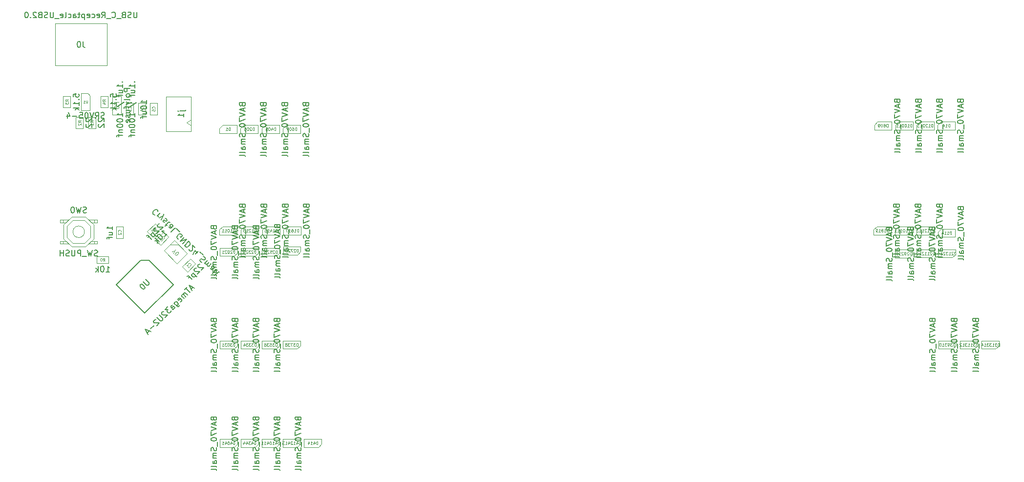
<source format=gbr>
G04 #@! TF.GenerationSoftware,KiCad,Pcbnew,(6.0.2)*
G04 #@! TF.CreationDate,2022-03-30T22:23:49+02:00*
G04 #@! TF.ProjectId,pcb,7063622e-6b69-4636-9164-5f7063625858,rev?*
G04 #@! TF.SameCoordinates,Original*
G04 #@! TF.FileFunction,AssemblyDrawing,Bot*
%FSLAX46Y46*%
G04 Gerber Fmt 4.6, Leading zero omitted, Abs format (unit mm)*
G04 Created by KiCad (PCBNEW (6.0.2)) date 2022-03-30 22:23:49*
%MOMM*%
%LPD*%
G01*
G04 APERTURE LIST*
%ADD10C,0.150000*%
%ADD11C,0.075000*%
%ADD12C,0.080000*%
%ADD13C,0.060000*%
%ADD14C,0.105000*%
%ADD15C,0.120000*%
%ADD16C,0.100000*%
G04 APERTURE END LIST*
D10*
X35735714Y-14473809D02*
X36592857Y-14473809D01*
X36688095Y-14426190D01*
X36735714Y-14330952D01*
X36735714Y-14283333D01*
X35402380Y-14473809D02*
X35450000Y-14426190D01*
X35497619Y-14473809D01*
X35450000Y-14521428D01*
X35402380Y-14473809D01*
X35497619Y-14473809D01*
X36402380Y-15473809D02*
X36402380Y-14902380D01*
X36402380Y-15188095D02*
X35402380Y-15188095D01*
X35545238Y-15092857D01*
X35640476Y-14997619D01*
X35688095Y-14902380D01*
X57528571Y-13361904D02*
X57576190Y-13504761D01*
X57623809Y-13552380D01*
X57719047Y-13600000D01*
X57861904Y-13600000D01*
X57957142Y-13552380D01*
X58004761Y-13504761D01*
X58052380Y-13409523D01*
X58052380Y-13028571D01*
X57052380Y-13028571D01*
X57052380Y-13361904D01*
X57100000Y-13457142D01*
X57147619Y-13504761D01*
X57242857Y-13552380D01*
X57338095Y-13552380D01*
X57433333Y-13504761D01*
X57480952Y-13457142D01*
X57528571Y-13361904D01*
X57528571Y-13028571D01*
X57766666Y-13980952D02*
X57766666Y-14457142D01*
X58052380Y-13885714D02*
X57052380Y-14219047D01*
X58052380Y-14552380D01*
X57052380Y-14742857D02*
X58052380Y-15076190D01*
X57052380Y-15409523D01*
X57052380Y-15647619D02*
X57052380Y-16314285D01*
X58052380Y-15885714D01*
X57052380Y-16885714D02*
X57052380Y-16980952D01*
X57100000Y-17076190D01*
X57147619Y-17123809D01*
X57242857Y-17171428D01*
X57433333Y-17219047D01*
X57671428Y-17219047D01*
X57861904Y-17171428D01*
X57957142Y-17123809D01*
X58004761Y-17076190D01*
X58052380Y-16980952D01*
X58052380Y-16885714D01*
X58004761Y-16790476D01*
X57957142Y-16742857D01*
X57861904Y-16695238D01*
X57671428Y-16647619D01*
X57433333Y-16647619D01*
X57242857Y-16695238D01*
X57147619Y-16742857D01*
X57100000Y-16790476D01*
X57052380Y-16885714D01*
X58147619Y-17409523D02*
X58147619Y-18171428D01*
X58004761Y-18361904D02*
X58052380Y-18504761D01*
X58052380Y-18742857D01*
X58004761Y-18838095D01*
X57957142Y-18885714D01*
X57861904Y-18933333D01*
X57766666Y-18933333D01*
X57671428Y-18885714D01*
X57623809Y-18838095D01*
X57576190Y-18742857D01*
X57528571Y-18552380D01*
X57480952Y-18457142D01*
X57433333Y-18409523D01*
X57338095Y-18361904D01*
X57242857Y-18361904D01*
X57147619Y-18409523D01*
X57100000Y-18457142D01*
X57052380Y-18552380D01*
X57052380Y-18790476D01*
X57100000Y-18933333D01*
X58052380Y-19361904D02*
X57385714Y-19361904D01*
X57480952Y-19361904D02*
X57433333Y-19409523D01*
X57385714Y-19504761D01*
X57385714Y-19647619D01*
X57433333Y-19742857D01*
X57528571Y-19790476D01*
X58052380Y-19790476D01*
X57528571Y-19790476D02*
X57433333Y-19838095D01*
X57385714Y-19933333D01*
X57385714Y-20076190D01*
X57433333Y-20171428D01*
X57528571Y-20219047D01*
X58052380Y-20219047D01*
X58052380Y-21123809D02*
X57528571Y-21123809D01*
X57433333Y-21076190D01*
X57385714Y-20980952D01*
X57385714Y-20790476D01*
X57433333Y-20695238D01*
X58004761Y-21123809D02*
X58052380Y-21028571D01*
X58052380Y-20790476D01*
X58004761Y-20695238D01*
X57909523Y-20647619D01*
X57814285Y-20647619D01*
X57719047Y-20695238D01*
X57671428Y-20790476D01*
X57671428Y-21028571D01*
X57623809Y-21123809D01*
X58052380Y-21742857D02*
X58004761Y-21647619D01*
X57909523Y-21600000D01*
X57052380Y-21600000D01*
X58052380Y-22266666D02*
X58004761Y-22171428D01*
X57909523Y-22123809D01*
X57052380Y-22123809D01*
D11*
X55945238Y-17826190D02*
X55945238Y-17326190D01*
X55826190Y-17326190D01*
X55754761Y-17350000D01*
X55707142Y-17397619D01*
X55683333Y-17445238D01*
X55659523Y-17540476D01*
X55659523Y-17611904D01*
X55683333Y-17707142D01*
X55707142Y-17754761D01*
X55754761Y-17802380D01*
X55826190Y-17826190D01*
X55945238Y-17826190D01*
X55230952Y-17326190D02*
X55326190Y-17326190D01*
X55373809Y-17350000D01*
X55397619Y-17373809D01*
X55445238Y-17445238D01*
X55469047Y-17540476D01*
X55469047Y-17730952D01*
X55445238Y-17778571D01*
X55421428Y-17802380D01*
X55373809Y-17826190D01*
X55278571Y-17826190D01*
X55230952Y-17802380D01*
X55207142Y-17778571D01*
X55183333Y-17730952D01*
X55183333Y-17611904D01*
X55207142Y-17564285D01*
X55230952Y-17540476D01*
X55278571Y-17516666D01*
X55373809Y-17516666D01*
X55421428Y-17540476D01*
X55445238Y-17564285D01*
X55469047Y-17611904D01*
X54873809Y-17326190D02*
X54826190Y-17326190D01*
X54778571Y-17350000D01*
X54754761Y-17373809D01*
X54730952Y-17421428D01*
X54707142Y-17516666D01*
X54707142Y-17635714D01*
X54730952Y-17730952D01*
X54754761Y-17778571D01*
X54778571Y-17802380D01*
X54826190Y-17826190D01*
X54873809Y-17826190D01*
X54921428Y-17802380D01*
X54945238Y-17778571D01*
X54969047Y-17730952D01*
X54992857Y-17635714D01*
X54992857Y-17516666D01*
X54969047Y-17421428D01*
X54945238Y-17373809D01*
X54921428Y-17350000D01*
X54873809Y-17326190D01*
X54540476Y-17326190D02*
X54207142Y-17326190D01*
X54421428Y-17826190D01*
D10*
X162378571Y-34911904D02*
X162426190Y-35054761D01*
X162473809Y-35102380D01*
X162569047Y-35150000D01*
X162711904Y-35150000D01*
X162807142Y-35102380D01*
X162854761Y-35054761D01*
X162902380Y-34959523D01*
X162902380Y-34578571D01*
X161902380Y-34578571D01*
X161902380Y-34911904D01*
X161950000Y-35007142D01*
X161997619Y-35054761D01*
X162092857Y-35102380D01*
X162188095Y-35102380D01*
X162283333Y-35054761D01*
X162330952Y-35007142D01*
X162378571Y-34911904D01*
X162378571Y-34578571D01*
X162616666Y-35530952D02*
X162616666Y-36007142D01*
X162902380Y-35435714D02*
X161902380Y-35769047D01*
X162902380Y-36102380D01*
X161902380Y-36292857D02*
X162902380Y-36626190D01*
X161902380Y-36959523D01*
X161902380Y-37197619D02*
X161902380Y-37864285D01*
X162902380Y-37435714D01*
X161902380Y-38435714D02*
X161902380Y-38530952D01*
X161950000Y-38626190D01*
X161997619Y-38673809D01*
X162092857Y-38721428D01*
X162283333Y-38769047D01*
X162521428Y-38769047D01*
X162711904Y-38721428D01*
X162807142Y-38673809D01*
X162854761Y-38626190D01*
X162902380Y-38530952D01*
X162902380Y-38435714D01*
X162854761Y-38340476D01*
X162807142Y-38292857D01*
X162711904Y-38245238D01*
X162521428Y-38197619D01*
X162283333Y-38197619D01*
X162092857Y-38245238D01*
X161997619Y-38292857D01*
X161950000Y-38340476D01*
X161902380Y-38435714D01*
X162997619Y-38959523D02*
X162997619Y-39721428D01*
X162854761Y-39911904D02*
X162902380Y-40054761D01*
X162902380Y-40292857D01*
X162854761Y-40388095D01*
X162807142Y-40435714D01*
X162711904Y-40483333D01*
X162616666Y-40483333D01*
X162521428Y-40435714D01*
X162473809Y-40388095D01*
X162426190Y-40292857D01*
X162378571Y-40102380D01*
X162330952Y-40007142D01*
X162283333Y-39959523D01*
X162188095Y-39911904D01*
X162092857Y-39911904D01*
X161997619Y-39959523D01*
X161950000Y-40007142D01*
X161902380Y-40102380D01*
X161902380Y-40340476D01*
X161950000Y-40483333D01*
X162902380Y-40911904D02*
X162235714Y-40911904D01*
X162330952Y-40911904D02*
X162283333Y-40959523D01*
X162235714Y-41054761D01*
X162235714Y-41197619D01*
X162283333Y-41292857D01*
X162378571Y-41340476D01*
X162902380Y-41340476D01*
X162378571Y-41340476D02*
X162283333Y-41388095D01*
X162235714Y-41483333D01*
X162235714Y-41626190D01*
X162283333Y-41721428D01*
X162378571Y-41769047D01*
X162902380Y-41769047D01*
X162902380Y-42673809D02*
X162378571Y-42673809D01*
X162283333Y-42626190D01*
X162235714Y-42530952D01*
X162235714Y-42340476D01*
X162283333Y-42245238D01*
X162854761Y-42673809D02*
X162902380Y-42578571D01*
X162902380Y-42340476D01*
X162854761Y-42245238D01*
X162759523Y-42197619D01*
X162664285Y-42197619D01*
X162569047Y-42245238D01*
X162521428Y-42340476D01*
X162521428Y-42578571D01*
X162473809Y-42673809D01*
X162902380Y-43292857D02*
X162854761Y-43197619D01*
X162759523Y-43150000D01*
X161902380Y-43150000D01*
X162902380Y-43816666D02*
X162854761Y-43721428D01*
X162759523Y-43673809D01*
X161902380Y-43673809D01*
D11*
X166509523Y-39376190D02*
X166509523Y-38876190D01*
X166390476Y-38876190D01*
X166319047Y-38900000D01*
X166271428Y-38947619D01*
X166247619Y-38995238D01*
X166223809Y-39090476D01*
X166223809Y-39161904D01*
X166247619Y-39257142D01*
X166271428Y-39304761D01*
X166319047Y-39352380D01*
X166390476Y-39376190D01*
X166509523Y-39376190D01*
X166033333Y-38923809D02*
X166009523Y-38900000D01*
X165961904Y-38876190D01*
X165842857Y-38876190D01*
X165795238Y-38900000D01*
X165771428Y-38923809D01*
X165747619Y-38971428D01*
X165747619Y-39019047D01*
X165771428Y-39090476D01*
X166057142Y-39376190D01*
X165747619Y-39376190D01*
X165271428Y-39376190D02*
X165557142Y-39376190D01*
X165414285Y-39376190D02*
X165414285Y-38876190D01*
X165461904Y-38947619D01*
X165509523Y-38995238D01*
X165557142Y-39019047D01*
X164795238Y-39376190D02*
X165080952Y-39376190D01*
X164938095Y-39376190D02*
X164938095Y-38876190D01*
X164985714Y-38947619D01*
X165033333Y-38995238D01*
X165080952Y-39019047D01*
X164604761Y-38923809D02*
X164580952Y-38900000D01*
X164533333Y-38876190D01*
X164414285Y-38876190D01*
X164366666Y-38900000D01*
X164342857Y-38923809D01*
X164319047Y-38971428D01*
X164319047Y-39019047D01*
X164342857Y-39090476D01*
X164628571Y-39376190D01*
X164319047Y-39376190D01*
X163842857Y-39376190D02*
X164128571Y-39376190D01*
X163985714Y-39376190D02*
X163985714Y-38876190D01*
X164033333Y-38947619D01*
X164080952Y-38995238D01*
X164128571Y-39019047D01*
X163652380Y-38923809D02*
X163628571Y-38900000D01*
X163580952Y-38876190D01*
X163461904Y-38876190D01*
X163414285Y-38900000D01*
X163390476Y-38923809D01*
X163366666Y-38971428D01*
X163366666Y-39019047D01*
X163390476Y-39090476D01*
X163676190Y-39376190D01*
X163366666Y-39376190D01*
D10*
X25727142Y-9408333D02*
X25774761Y-9455952D01*
X25822380Y-9408333D01*
X25774761Y-9360714D01*
X25727142Y-9408333D01*
X25822380Y-9408333D01*
X25822380Y-10408333D02*
X25822380Y-9836904D01*
X25822380Y-10122619D02*
X24822380Y-10122619D01*
X24965238Y-10027380D01*
X25060476Y-9932142D01*
X25108095Y-9836904D01*
X25155714Y-11265476D02*
X25822380Y-11265476D01*
X25155714Y-10836904D02*
X25679523Y-10836904D01*
X25774761Y-10884523D01*
X25822380Y-10979761D01*
X25822380Y-11122619D01*
X25774761Y-11217857D01*
X25727142Y-11265476D01*
X25155714Y-11598809D02*
X25155714Y-11979761D01*
X25822380Y-11741666D02*
X24965238Y-11741666D01*
X24870000Y-11789285D01*
X24822380Y-11884523D01*
X24822380Y-11979761D01*
X24774761Y-13789285D02*
X26060476Y-12932142D01*
X25822380Y-15408333D02*
X25822380Y-14836904D01*
X25822380Y-15122619D02*
X24822380Y-15122619D01*
X24965238Y-15027380D01*
X25060476Y-14932142D01*
X25108095Y-14836904D01*
X24822380Y-16027380D02*
X24822380Y-16122619D01*
X24870000Y-16217857D01*
X24917619Y-16265476D01*
X25012857Y-16313095D01*
X25203333Y-16360714D01*
X25441428Y-16360714D01*
X25631904Y-16313095D01*
X25727142Y-16265476D01*
X25774761Y-16217857D01*
X25822380Y-16122619D01*
X25822380Y-16027380D01*
X25774761Y-15932142D01*
X25727142Y-15884523D01*
X25631904Y-15836904D01*
X25441428Y-15789285D01*
X25203333Y-15789285D01*
X25012857Y-15836904D01*
X24917619Y-15884523D01*
X24870000Y-15932142D01*
X24822380Y-16027380D01*
X24822380Y-16979761D02*
X24822380Y-17075000D01*
X24870000Y-17170238D01*
X24917619Y-17217857D01*
X25012857Y-17265476D01*
X25203333Y-17313095D01*
X25441428Y-17313095D01*
X25631904Y-17265476D01*
X25727142Y-17217857D01*
X25774761Y-17170238D01*
X25822380Y-17075000D01*
X25822380Y-16979761D01*
X25774761Y-16884523D01*
X25727142Y-16836904D01*
X25631904Y-16789285D01*
X25441428Y-16741666D01*
X25203333Y-16741666D01*
X25012857Y-16789285D01*
X24917619Y-16836904D01*
X24870000Y-16884523D01*
X24822380Y-16979761D01*
X25155714Y-17741666D02*
X25822380Y-17741666D01*
X25250952Y-17741666D02*
X25203333Y-17789285D01*
X25155714Y-17884523D01*
X25155714Y-18027380D01*
X25203333Y-18122619D01*
X25298571Y-18170238D01*
X25822380Y-18170238D01*
X25155714Y-18503571D02*
X25155714Y-18884523D01*
X25822380Y-18646428D02*
X24965238Y-18646428D01*
X24870000Y-18694047D01*
X24822380Y-18789285D01*
X24822380Y-18884523D01*
D12*
X27228571Y-13991666D02*
X27252380Y-13967857D01*
X27276190Y-13896428D01*
X27276190Y-13848809D01*
X27252380Y-13777380D01*
X27204761Y-13729761D01*
X27157142Y-13705952D01*
X27061904Y-13682142D01*
X26990476Y-13682142D01*
X26895238Y-13705952D01*
X26847619Y-13729761D01*
X26800000Y-13777380D01*
X26776190Y-13848809D01*
X26776190Y-13896428D01*
X26800000Y-13967857D01*
X26823809Y-13991666D01*
X26776190Y-14158333D02*
X26776190Y-14467857D01*
X26966666Y-14301190D01*
X26966666Y-14372619D01*
X26990476Y-14420238D01*
X27014285Y-14444047D01*
X27061904Y-14467857D01*
X27180952Y-14467857D01*
X27228571Y-14444047D01*
X27252380Y-14420238D01*
X27276190Y-14372619D01*
X27276190Y-14229761D01*
X27252380Y-14182142D01*
X27228571Y-14158333D01*
D10*
X45228571Y-34661904D02*
X45276190Y-34804761D01*
X45323809Y-34852380D01*
X45419047Y-34900000D01*
X45561904Y-34900000D01*
X45657142Y-34852380D01*
X45704761Y-34804761D01*
X45752380Y-34709523D01*
X45752380Y-34328571D01*
X44752380Y-34328571D01*
X44752380Y-34661904D01*
X44800000Y-34757142D01*
X44847619Y-34804761D01*
X44942857Y-34852380D01*
X45038095Y-34852380D01*
X45133333Y-34804761D01*
X45180952Y-34757142D01*
X45228571Y-34661904D01*
X45228571Y-34328571D01*
X45466666Y-35280952D02*
X45466666Y-35757142D01*
X45752380Y-35185714D02*
X44752380Y-35519047D01*
X45752380Y-35852380D01*
X44752380Y-36042857D02*
X45752380Y-36376190D01*
X44752380Y-36709523D01*
X44752380Y-36947619D02*
X44752380Y-37614285D01*
X45752380Y-37185714D01*
X44752380Y-38185714D02*
X44752380Y-38280952D01*
X44800000Y-38376190D01*
X44847619Y-38423809D01*
X44942857Y-38471428D01*
X45133333Y-38519047D01*
X45371428Y-38519047D01*
X45561904Y-38471428D01*
X45657142Y-38423809D01*
X45704761Y-38376190D01*
X45752380Y-38280952D01*
X45752380Y-38185714D01*
X45704761Y-38090476D01*
X45657142Y-38042857D01*
X45561904Y-37995238D01*
X45371428Y-37947619D01*
X45133333Y-37947619D01*
X44942857Y-37995238D01*
X44847619Y-38042857D01*
X44800000Y-38090476D01*
X44752380Y-38185714D01*
X45847619Y-38709523D02*
X45847619Y-39471428D01*
X45704761Y-39661904D02*
X45752380Y-39804761D01*
X45752380Y-40042857D01*
X45704761Y-40138095D01*
X45657142Y-40185714D01*
X45561904Y-40233333D01*
X45466666Y-40233333D01*
X45371428Y-40185714D01*
X45323809Y-40138095D01*
X45276190Y-40042857D01*
X45228571Y-39852380D01*
X45180952Y-39757142D01*
X45133333Y-39709523D01*
X45038095Y-39661904D01*
X44942857Y-39661904D01*
X44847619Y-39709523D01*
X44800000Y-39757142D01*
X44752380Y-39852380D01*
X44752380Y-40090476D01*
X44800000Y-40233333D01*
X45752380Y-40661904D02*
X45085714Y-40661904D01*
X45180952Y-40661904D02*
X45133333Y-40709523D01*
X45085714Y-40804761D01*
X45085714Y-40947619D01*
X45133333Y-41042857D01*
X45228571Y-41090476D01*
X45752380Y-41090476D01*
X45228571Y-41090476D02*
X45133333Y-41138095D01*
X45085714Y-41233333D01*
X45085714Y-41376190D01*
X45133333Y-41471428D01*
X45228571Y-41519047D01*
X45752380Y-41519047D01*
X45752380Y-42423809D02*
X45228571Y-42423809D01*
X45133333Y-42376190D01*
X45085714Y-42280952D01*
X45085714Y-42090476D01*
X45133333Y-41995238D01*
X45704761Y-42423809D02*
X45752380Y-42328571D01*
X45752380Y-42090476D01*
X45704761Y-41995238D01*
X45609523Y-41947619D01*
X45514285Y-41947619D01*
X45419047Y-41995238D01*
X45371428Y-42090476D01*
X45371428Y-42328571D01*
X45323809Y-42423809D01*
X45752380Y-43042857D02*
X45704761Y-42947619D01*
X45609523Y-42900000D01*
X44752380Y-42900000D01*
X45752380Y-43566666D02*
X45704761Y-43471428D01*
X45609523Y-43423809D01*
X44752380Y-43423809D01*
D11*
X48883333Y-39126190D02*
X48883333Y-38626190D01*
X48764285Y-38626190D01*
X48692857Y-38650000D01*
X48645238Y-38697619D01*
X48621428Y-38745238D01*
X48597619Y-38840476D01*
X48597619Y-38911904D01*
X48621428Y-39007142D01*
X48645238Y-39054761D01*
X48692857Y-39102380D01*
X48764285Y-39126190D01*
X48883333Y-39126190D01*
X48407142Y-38673809D02*
X48383333Y-38650000D01*
X48335714Y-38626190D01*
X48216666Y-38626190D01*
X48169047Y-38650000D01*
X48145238Y-38673809D01*
X48121428Y-38721428D01*
X48121428Y-38769047D01*
X48145238Y-38840476D01*
X48430952Y-39126190D01*
X48121428Y-39126190D01*
X47954761Y-38626190D02*
X47645238Y-38626190D01*
X47811904Y-38816666D01*
X47740476Y-38816666D01*
X47692857Y-38840476D01*
X47669047Y-38864285D01*
X47645238Y-38911904D01*
X47645238Y-39030952D01*
X47669047Y-39078571D01*
X47692857Y-39102380D01*
X47740476Y-39126190D01*
X47883333Y-39126190D01*
X47930952Y-39102380D01*
X47954761Y-39078571D01*
X47454761Y-38673809D02*
X47430952Y-38650000D01*
X47383333Y-38626190D01*
X47264285Y-38626190D01*
X47216666Y-38650000D01*
X47192857Y-38673809D01*
X47169047Y-38721428D01*
X47169047Y-38769047D01*
X47192857Y-38840476D01*
X47478571Y-39126190D01*
X47169047Y-39126190D01*
X46740476Y-38792857D02*
X46740476Y-39126190D01*
X46859523Y-38602380D02*
X46978571Y-38959523D01*
X46669047Y-38959523D01*
D10*
X48878571Y-50761904D02*
X48926190Y-50904761D01*
X48973809Y-50952380D01*
X49069047Y-51000000D01*
X49211904Y-51000000D01*
X49307142Y-50952380D01*
X49354761Y-50904761D01*
X49402380Y-50809523D01*
X49402380Y-50428571D01*
X48402380Y-50428571D01*
X48402380Y-50761904D01*
X48450000Y-50857142D01*
X48497619Y-50904761D01*
X48592857Y-50952380D01*
X48688095Y-50952380D01*
X48783333Y-50904761D01*
X48830952Y-50857142D01*
X48878571Y-50761904D01*
X48878571Y-50428571D01*
X49116666Y-51380952D02*
X49116666Y-51857142D01*
X49402380Y-51285714D02*
X48402380Y-51619047D01*
X49402380Y-51952380D01*
X48402380Y-52142857D02*
X49402380Y-52476190D01*
X48402380Y-52809523D01*
X48402380Y-53047619D02*
X48402380Y-53714285D01*
X49402380Y-53285714D01*
X48402380Y-54285714D02*
X48402380Y-54380952D01*
X48450000Y-54476190D01*
X48497619Y-54523809D01*
X48592857Y-54571428D01*
X48783333Y-54619047D01*
X49021428Y-54619047D01*
X49211904Y-54571428D01*
X49307142Y-54523809D01*
X49354761Y-54476190D01*
X49402380Y-54380952D01*
X49402380Y-54285714D01*
X49354761Y-54190476D01*
X49307142Y-54142857D01*
X49211904Y-54095238D01*
X49021428Y-54047619D01*
X48783333Y-54047619D01*
X48592857Y-54095238D01*
X48497619Y-54142857D01*
X48450000Y-54190476D01*
X48402380Y-54285714D01*
X49497619Y-54809523D02*
X49497619Y-55571428D01*
X49354761Y-55761904D02*
X49402380Y-55904761D01*
X49402380Y-56142857D01*
X49354761Y-56238095D01*
X49307142Y-56285714D01*
X49211904Y-56333333D01*
X49116666Y-56333333D01*
X49021428Y-56285714D01*
X48973809Y-56238095D01*
X48926190Y-56142857D01*
X48878571Y-55952380D01*
X48830952Y-55857142D01*
X48783333Y-55809523D01*
X48688095Y-55761904D01*
X48592857Y-55761904D01*
X48497619Y-55809523D01*
X48450000Y-55857142D01*
X48402380Y-55952380D01*
X48402380Y-56190476D01*
X48450000Y-56333333D01*
X49402380Y-56761904D02*
X48735714Y-56761904D01*
X48830952Y-56761904D02*
X48783333Y-56809523D01*
X48735714Y-56904761D01*
X48735714Y-57047619D01*
X48783333Y-57142857D01*
X48878571Y-57190476D01*
X49402380Y-57190476D01*
X48878571Y-57190476D02*
X48783333Y-57238095D01*
X48735714Y-57333333D01*
X48735714Y-57476190D01*
X48783333Y-57571428D01*
X48878571Y-57619047D01*
X49402380Y-57619047D01*
X49402380Y-58523809D02*
X48878571Y-58523809D01*
X48783333Y-58476190D01*
X48735714Y-58380952D01*
X48735714Y-58190476D01*
X48783333Y-58095238D01*
X49354761Y-58523809D02*
X49402380Y-58428571D01*
X49402380Y-58190476D01*
X49354761Y-58095238D01*
X49259523Y-58047619D01*
X49164285Y-58047619D01*
X49069047Y-58095238D01*
X49021428Y-58190476D01*
X49021428Y-58428571D01*
X48973809Y-58523809D01*
X49402380Y-59142857D02*
X49354761Y-59047619D01*
X49259523Y-59000000D01*
X48402380Y-59000000D01*
X49402380Y-59666666D02*
X49354761Y-59571428D01*
X49259523Y-59523809D01*
X48402380Y-59523809D01*
D11*
X52533333Y-55226190D02*
X52533333Y-54726190D01*
X52414285Y-54726190D01*
X52342857Y-54750000D01*
X52295238Y-54797619D01*
X52271428Y-54845238D01*
X52247619Y-54940476D01*
X52247619Y-55011904D01*
X52271428Y-55107142D01*
X52295238Y-55154761D01*
X52342857Y-55202380D01*
X52414285Y-55226190D01*
X52533333Y-55226190D01*
X52080952Y-54726190D02*
X51771428Y-54726190D01*
X51938095Y-54916666D01*
X51866666Y-54916666D01*
X51819047Y-54940476D01*
X51795238Y-54964285D01*
X51771428Y-55011904D01*
X51771428Y-55130952D01*
X51795238Y-55178571D01*
X51819047Y-55202380D01*
X51866666Y-55226190D01*
X52009523Y-55226190D01*
X52057142Y-55202380D01*
X52080952Y-55178571D01*
X51319047Y-54726190D02*
X51557142Y-54726190D01*
X51580952Y-54964285D01*
X51557142Y-54940476D01*
X51509523Y-54916666D01*
X51390476Y-54916666D01*
X51342857Y-54940476D01*
X51319047Y-54964285D01*
X51295238Y-55011904D01*
X51295238Y-55130952D01*
X51319047Y-55178571D01*
X51342857Y-55202380D01*
X51390476Y-55226190D01*
X51509523Y-55226190D01*
X51557142Y-55202380D01*
X51580952Y-55178571D01*
X51128571Y-54726190D02*
X50819047Y-54726190D01*
X50985714Y-54916666D01*
X50914285Y-54916666D01*
X50866666Y-54940476D01*
X50842857Y-54964285D01*
X50819047Y-55011904D01*
X50819047Y-55130952D01*
X50842857Y-55178571D01*
X50866666Y-55202380D01*
X50914285Y-55226190D01*
X51057142Y-55226190D01*
X51104761Y-55202380D01*
X51128571Y-55178571D01*
X50390476Y-54726190D02*
X50485714Y-54726190D01*
X50533333Y-54750000D01*
X50557142Y-54773809D01*
X50604761Y-54845238D01*
X50628571Y-54940476D01*
X50628571Y-55130952D01*
X50604761Y-55178571D01*
X50580952Y-55202380D01*
X50533333Y-55226190D01*
X50438095Y-55226190D01*
X50390476Y-55202380D01*
X50366666Y-55178571D01*
X50342857Y-55130952D01*
X50342857Y-55011904D01*
X50366666Y-54964285D01*
X50390476Y-54940476D01*
X50438095Y-54916666D01*
X50533333Y-54916666D01*
X50580952Y-54940476D01*
X50604761Y-54964285D01*
X50628571Y-55011904D01*
D10*
X48928571Y-34661904D02*
X48976190Y-34804761D01*
X49023809Y-34852380D01*
X49119047Y-34900000D01*
X49261904Y-34900000D01*
X49357142Y-34852380D01*
X49404761Y-34804761D01*
X49452380Y-34709523D01*
X49452380Y-34328571D01*
X48452380Y-34328571D01*
X48452380Y-34661904D01*
X48500000Y-34757142D01*
X48547619Y-34804761D01*
X48642857Y-34852380D01*
X48738095Y-34852380D01*
X48833333Y-34804761D01*
X48880952Y-34757142D01*
X48928571Y-34661904D01*
X48928571Y-34328571D01*
X49166666Y-35280952D02*
X49166666Y-35757142D01*
X49452380Y-35185714D02*
X48452380Y-35519047D01*
X49452380Y-35852380D01*
X48452380Y-36042857D02*
X49452380Y-36376190D01*
X48452380Y-36709523D01*
X48452380Y-36947619D02*
X48452380Y-37614285D01*
X49452380Y-37185714D01*
X48452380Y-38185714D02*
X48452380Y-38280952D01*
X48500000Y-38376190D01*
X48547619Y-38423809D01*
X48642857Y-38471428D01*
X48833333Y-38519047D01*
X49071428Y-38519047D01*
X49261904Y-38471428D01*
X49357142Y-38423809D01*
X49404761Y-38376190D01*
X49452380Y-38280952D01*
X49452380Y-38185714D01*
X49404761Y-38090476D01*
X49357142Y-38042857D01*
X49261904Y-37995238D01*
X49071428Y-37947619D01*
X48833333Y-37947619D01*
X48642857Y-37995238D01*
X48547619Y-38042857D01*
X48500000Y-38090476D01*
X48452380Y-38185714D01*
X49547619Y-38709523D02*
X49547619Y-39471428D01*
X49404761Y-39661904D02*
X49452380Y-39804761D01*
X49452380Y-40042857D01*
X49404761Y-40138095D01*
X49357142Y-40185714D01*
X49261904Y-40233333D01*
X49166666Y-40233333D01*
X49071428Y-40185714D01*
X49023809Y-40138095D01*
X48976190Y-40042857D01*
X48928571Y-39852380D01*
X48880952Y-39757142D01*
X48833333Y-39709523D01*
X48738095Y-39661904D01*
X48642857Y-39661904D01*
X48547619Y-39709523D01*
X48500000Y-39757142D01*
X48452380Y-39852380D01*
X48452380Y-40090476D01*
X48500000Y-40233333D01*
X49452380Y-40661904D02*
X48785714Y-40661904D01*
X48880952Y-40661904D02*
X48833333Y-40709523D01*
X48785714Y-40804761D01*
X48785714Y-40947619D01*
X48833333Y-41042857D01*
X48928571Y-41090476D01*
X49452380Y-41090476D01*
X48928571Y-41090476D02*
X48833333Y-41138095D01*
X48785714Y-41233333D01*
X48785714Y-41376190D01*
X48833333Y-41471428D01*
X48928571Y-41519047D01*
X49452380Y-41519047D01*
X49452380Y-42423809D02*
X48928571Y-42423809D01*
X48833333Y-42376190D01*
X48785714Y-42280952D01*
X48785714Y-42090476D01*
X48833333Y-41995238D01*
X49404761Y-42423809D02*
X49452380Y-42328571D01*
X49452380Y-42090476D01*
X49404761Y-41995238D01*
X49309523Y-41947619D01*
X49214285Y-41947619D01*
X49119047Y-41995238D01*
X49071428Y-42090476D01*
X49071428Y-42328571D01*
X49023809Y-42423809D01*
X49452380Y-43042857D02*
X49404761Y-42947619D01*
X49309523Y-42900000D01*
X48452380Y-42900000D01*
X49452380Y-43566666D02*
X49404761Y-43471428D01*
X49309523Y-43423809D01*
X48452380Y-43423809D01*
D11*
X52583333Y-39126190D02*
X52583333Y-38626190D01*
X52464285Y-38626190D01*
X52392857Y-38650000D01*
X52345238Y-38697619D01*
X52321428Y-38745238D01*
X52297619Y-38840476D01*
X52297619Y-38911904D01*
X52321428Y-39007142D01*
X52345238Y-39054761D01*
X52392857Y-39102380D01*
X52464285Y-39126190D01*
X52583333Y-39126190D01*
X52107142Y-38673809D02*
X52083333Y-38650000D01*
X52035714Y-38626190D01*
X51916666Y-38626190D01*
X51869047Y-38650000D01*
X51845238Y-38673809D01*
X51821428Y-38721428D01*
X51821428Y-38769047D01*
X51845238Y-38840476D01*
X52130952Y-39126190D01*
X51821428Y-39126190D01*
X51369047Y-38626190D02*
X51607142Y-38626190D01*
X51630952Y-38864285D01*
X51607142Y-38840476D01*
X51559523Y-38816666D01*
X51440476Y-38816666D01*
X51392857Y-38840476D01*
X51369047Y-38864285D01*
X51345238Y-38911904D01*
X51345238Y-39030952D01*
X51369047Y-39078571D01*
X51392857Y-39102380D01*
X51440476Y-39126190D01*
X51559523Y-39126190D01*
X51607142Y-39102380D01*
X51630952Y-39078571D01*
X51154761Y-38673809D02*
X51130952Y-38650000D01*
X51083333Y-38626190D01*
X50964285Y-38626190D01*
X50916666Y-38650000D01*
X50892857Y-38673809D01*
X50869047Y-38721428D01*
X50869047Y-38769047D01*
X50892857Y-38840476D01*
X51178571Y-39126190D01*
X50869047Y-39126190D01*
X50440476Y-38626190D02*
X50535714Y-38626190D01*
X50583333Y-38650000D01*
X50607142Y-38673809D01*
X50654761Y-38745238D01*
X50678571Y-38840476D01*
X50678571Y-39030952D01*
X50654761Y-39078571D01*
X50630952Y-39102380D01*
X50583333Y-39126190D01*
X50488095Y-39126190D01*
X50440476Y-39102380D01*
X50416666Y-39078571D01*
X50392857Y-39030952D01*
X50392857Y-38911904D01*
X50416666Y-38864285D01*
X50440476Y-38840476D01*
X50488095Y-38816666D01*
X50583333Y-38816666D01*
X50630952Y-38840476D01*
X50654761Y-38864285D01*
X50678571Y-38911904D01*
D10*
X46528571Y-13361904D02*
X46576190Y-13504761D01*
X46623809Y-13552380D01*
X46719047Y-13600000D01*
X46861904Y-13600000D01*
X46957142Y-13552380D01*
X47004761Y-13504761D01*
X47052380Y-13409523D01*
X47052380Y-13028571D01*
X46052380Y-13028571D01*
X46052380Y-13361904D01*
X46100000Y-13457142D01*
X46147619Y-13504761D01*
X46242857Y-13552380D01*
X46338095Y-13552380D01*
X46433333Y-13504761D01*
X46480952Y-13457142D01*
X46528571Y-13361904D01*
X46528571Y-13028571D01*
X46766666Y-13980952D02*
X46766666Y-14457142D01*
X47052380Y-13885714D02*
X46052380Y-14219047D01*
X47052380Y-14552380D01*
X46052380Y-14742857D02*
X47052380Y-15076190D01*
X46052380Y-15409523D01*
X46052380Y-15647619D02*
X46052380Y-16314285D01*
X47052380Y-15885714D01*
X46052380Y-16885714D02*
X46052380Y-16980952D01*
X46100000Y-17076190D01*
X46147619Y-17123809D01*
X46242857Y-17171428D01*
X46433333Y-17219047D01*
X46671428Y-17219047D01*
X46861904Y-17171428D01*
X46957142Y-17123809D01*
X47004761Y-17076190D01*
X47052380Y-16980952D01*
X47052380Y-16885714D01*
X47004761Y-16790476D01*
X46957142Y-16742857D01*
X46861904Y-16695238D01*
X46671428Y-16647619D01*
X46433333Y-16647619D01*
X46242857Y-16695238D01*
X46147619Y-16742857D01*
X46100000Y-16790476D01*
X46052380Y-16885714D01*
X47147619Y-17409523D02*
X47147619Y-18171428D01*
X47004761Y-18361904D02*
X47052380Y-18504761D01*
X47052380Y-18742857D01*
X47004761Y-18838095D01*
X46957142Y-18885714D01*
X46861904Y-18933333D01*
X46766666Y-18933333D01*
X46671428Y-18885714D01*
X46623809Y-18838095D01*
X46576190Y-18742857D01*
X46528571Y-18552380D01*
X46480952Y-18457142D01*
X46433333Y-18409523D01*
X46338095Y-18361904D01*
X46242857Y-18361904D01*
X46147619Y-18409523D01*
X46100000Y-18457142D01*
X46052380Y-18552380D01*
X46052380Y-18790476D01*
X46100000Y-18933333D01*
X47052380Y-19361904D02*
X46385714Y-19361904D01*
X46480952Y-19361904D02*
X46433333Y-19409523D01*
X46385714Y-19504761D01*
X46385714Y-19647619D01*
X46433333Y-19742857D01*
X46528571Y-19790476D01*
X47052380Y-19790476D01*
X46528571Y-19790476D02*
X46433333Y-19838095D01*
X46385714Y-19933333D01*
X46385714Y-20076190D01*
X46433333Y-20171428D01*
X46528571Y-20219047D01*
X47052380Y-20219047D01*
X47052380Y-21123809D02*
X46528571Y-21123809D01*
X46433333Y-21076190D01*
X46385714Y-20980952D01*
X46385714Y-20790476D01*
X46433333Y-20695238D01*
X47004761Y-21123809D02*
X47052380Y-21028571D01*
X47052380Y-20790476D01*
X47004761Y-20695238D01*
X46909523Y-20647619D01*
X46814285Y-20647619D01*
X46719047Y-20695238D01*
X46671428Y-20790476D01*
X46671428Y-21028571D01*
X46623809Y-21123809D01*
X47052380Y-21742857D02*
X47004761Y-21647619D01*
X46909523Y-21600000D01*
X46052380Y-21600000D01*
X47052380Y-22266666D02*
X47004761Y-22171428D01*
X46909523Y-22123809D01*
X46052380Y-22123809D01*
D11*
X44469047Y-17826190D02*
X44469047Y-17326190D01*
X44350000Y-17326190D01*
X44278571Y-17350000D01*
X44230952Y-17397619D01*
X44207142Y-17445238D01*
X44183333Y-17540476D01*
X44183333Y-17611904D01*
X44207142Y-17707142D01*
X44230952Y-17754761D01*
X44278571Y-17802380D01*
X44350000Y-17826190D01*
X44469047Y-17826190D01*
X43707142Y-17826190D02*
X43992857Y-17826190D01*
X43850000Y-17826190D02*
X43850000Y-17326190D01*
X43897619Y-17397619D01*
X43945238Y-17445238D01*
X43992857Y-17469047D01*
D10*
X21697619Y-15763095D02*
X21650000Y-15810714D01*
X21602380Y-15905952D01*
X21602380Y-16144047D01*
X21650000Y-16239285D01*
X21697619Y-16286904D01*
X21792857Y-16334523D01*
X21888095Y-16334523D01*
X22030952Y-16286904D01*
X22602380Y-15715476D01*
X22602380Y-16334523D01*
X21697619Y-16715476D02*
X21650000Y-16763095D01*
X21602380Y-16858333D01*
X21602380Y-17096428D01*
X21650000Y-17191666D01*
X21697619Y-17239285D01*
X21792857Y-17286904D01*
X21888095Y-17286904D01*
X22030952Y-17239285D01*
X22602380Y-16667857D01*
X22602380Y-17286904D01*
D12*
X20726190Y-16441666D02*
X20488095Y-16275000D01*
X20726190Y-16155952D02*
X20226190Y-16155952D01*
X20226190Y-16346428D01*
X20250000Y-16394047D01*
X20273809Y-16417857D01*
X20321428Y-16441666D01*
X20392857Y-16441666D01*
X20440476Y-16417857D01*
X20464285Y-16394047D01*
X20488095Y-16346428D01*
X20488095Y-16155952D01*
X20726190Y-16917857D02*
X20726190Y-16632142D01*
X20726190Y-16775000D02*
X20226190Y-16775000D01*
X20297619Y-16727380D01*
X20345238Y-16679761D01*
X20369047Y-16632142D01*
D10*
X27827142Y-9433333D02*
X27874761Y-9480952D01*
X27922380Y-9433333D01*
X27874761Y-9385714D01*
X27827142Y-9433333D01*
X27922380Y-9433333D01*
X27922380Y-10433333D02*
X27922380Y-9861904D01*
X27922380Y-10147619D02*
X26922380Y-10147619D01*
X27065238Y-10052380D01*
X27160476Y-9957142D01*
X27208095Y-9861904D01*
X27255714Y-11290476D02*
X27922380Y-11290476D01*
X27255714Y-10861904D02*
X27779523Y-10861904D01*
X27874761Y-10909523D01*
X27922380Y-11004761D01*
X27922380Y-11147619D01*
X27874761Y-11242857D01*
X27827142Y-11290476D01*
X27255714Y-11623809D02*
X27255714Y-12004761D01*
X27922380Y-11766666D02*
X27065238Y-11766666D01*
X26970000Y-11814285D01*
X26922380Y-11909523D01*
X26922380Y-12004761D01*
X26874761Y-13814285D02*
X28160476Y-12957142D01*
X27922380Y-15433333D02*
X27922380Y-14861904D01*
X27922380Y-15147619D02*
X26922380Y-15147619D01*
X27065238Y-15052380D01*
X27160476Y-14957142D01*
X27208095Y-14861904D01*
X26922380Y-16052380D02*
X26922380Y-16147619D01*
X26970000Y-16242857D01*
X27017619Y-16290476D01*
X27112857Y-16338095D01*
X27303333Y-16385714D01*
X27541428Y-16385714D01*
X27731904Y-16338095D01*
X27827142Y-16290476D01*
X27874761Y-16242857D01*
X27922380Y-16147619D01*
X27922380Y-16052380D01*
X27874761Y-15957142D01*
X27827142Y-15909523D01*
X27731904Y-15861904D01*
X27541428Y-15814285D01*
X27303333Y-15814285D01*
X27112857Y-15861904D01*
X27017619Y-15909523D01*
X26970000Y-15957142D01*
X26922380Y-16052380D01*
X26922380Y-17004761D02*
X26922380Y-17100000D01*
X26970000Y-17195238D01*
X27017619Y-17242857D01*
X27112857Y-17290476D01*
X27303333Y-17338095D01*
X27541428Y-17338095D01*
X27731904Y-17290476D01*
X27827142Y-17242857D01*
X27874761Y-17195238D01*
X27922380Y-17100000D01*
X27922380Y-17004761D01*
X27874761Y-16909523D01*
X27827142Y-16861904D01*
X27731904Y-16814285D01*
X27541428Y-16766666D01*
X27303333Y-16766666D01*
X27112857Y-16814285D01*
X27017619Y-16861904D01*
X26970000Y-16909523D01*
X26922380Y-17004761D01*
X27255714Y-17766666D02*
X27922380Y-17766666D01*
X27350952Y-17766666D02*
X27303333Y-17814285D01*
X27255714Y-17909523D01*
X27255714Y-18052380D01*
X27303333Y-18147619D01*
X27398571Y-18195238D01*
X27922380Y-18195238D01*
X27255714Y-18528571D02*
X27255714Y-18909523D01*
X27922380Y-18671428D02*
X27065238Y-18671428D01*
X26970000Y-18719047D01*
X26922380Y-18814285D01*
X26922380Y-18909523D01*
D12*
X29328571Y-14016666D02*
X29352380Y-13992857D01*
X29376190Y-13921428D01*
X29376190Y-13873809D01*
X29352380Y-13802380D01*
X29304761Y-13754761D01*
X29257142Y-13730952D01*
X29161904Y-13707142D01*
X29090476Y-13707142D01*
X28995238Y-13730952D01*
X28947619Y-13754761D01*
X28900000Y-13802380D01*
X28876190Y-13873809D01*
X28876190Y-13921428D01*
X28900000Y-13992857D01*
X28923809Y-14016666D01*
X29042857Y-14445238D02*
X29376190Y-14445238D01*
X28852380Y-14326190D02*
X29209523Y-14207142D01*
X29209523Y-14516666D01*
D10*
X22636904Y-15679761D02*
X22494047Y-15727380D01*
X22255952Y-15727380D01*
X22160714Y-15679761D01*
X22113095Y-15632142D01*
X22065476Y-15536904D01*
X22065476Y-15441666D01*
X22113095Y-15346428D01*
X22160714Y-15298809D01*
X22255952Y-15251190D01*
X22446428Y-15203571D01*
X22541666Y-15155952D01*
X22589285Y-15108333D01*
X22636904Y-15013095D01*
X22636904Y-14917857D01*
X22589285Y-14822619D01*
X22541666Y-14775000D01*
X22446428Y-14727380D01*
X22208333Y-14727380D01*
X22065476Y-14775000D01*
X21065476Y-15727380D02*
X21398809Y-15251190D01*
X21636904Y-15727380D02*
X21636904Y-14727380D01*
X21255952Y-14727380D01*
X21160714Y-14775000D01*
X21113095Y-14822619D01*
X21065476Y-14917857D01*
X21065476Y-15060714D01*
X21113095Y-15155952D01*
X21160714Y-15203571D01*
X21255952Y-15251190D01*
X21636904Y-15251190D01*
X20779761Y-14727380D02*
X20446428Y-15727380D01*
X20113095Y-14727380D01*
X19589285Y-14727380D02*
X19494047Y-14727380D01*
X19398809Y-14775000D01*
X19351190Y-14822619D01*
X19303571Y-14917857D01*
X19255952Y-15108333D01*
X19255952Y-15346428D01*
X19303571Y-15536904D01*
X19351190Y-15632142D01*
X19398809Y-15679761D01*
X19494047Y-15727380D01*
X19589285Y-15727380D01*
X19684523Y-15679761D01*
X19732142Y-15632142D01*
X19779761Y-15536904D01*
X19827380Y-15346428D01*
X19827380Y-15108333D01*
X19779761Y-14917857D01*
X19732142Y-14822619D01*
X19684523Y-14775000D01*
X19589285Y-14727380D01*
X18351190Y-14727380D02*
X18827380Y-14727380D01*
X18875000Y-15203571D01*
X18827380Y-15155952D01*
X18732142Y-15108333D01*
X18494047Y-15108333D01*
X18398809Y-15155952D01*
X18351190Y-15203571D01*
X18303571Y-15298809D01*
X18303571Y-15536904D01*
X18351190Y-15632142D01*
X18398809Y-15679761D01*
X18494047Y-15727380D01*
X18732142Y-15727380D01*
X18827380Y-15679761D01*
X18875000Y-15632142D01*
X17875000Y-15346428D02*
X17113095Y-15346428D01*
X16208333Y-15060714D02*
X16208333Y-15727380D01*
X16446428Y-14679761D02*
X16684523Y-15394047D01*
X16065476Y-15394047D01*
D13*
X19679761Y-12655952D02*
X19679761Y-12979761D01*
X19660714Y-13017857D01*
X19641666Y-13036904D01*
X19603571Y-13055952D01*
X19527380Y-13055952D01*
X19489285Y-13036904D01*
X19470238Y-13017857D01*
X19451190Y-12979761D01*
X19451190Y-12655952D01*
X19051190Y-13055952D02*
X19279761Y-13055952D01*
X19165476Y-13055952D02*
X19165476Y-12655952D01*
X19203571Y-12713095D01*
X19241666Y-12751190D01*
X19279761Y-12770238D01*
D10*
X41578571Y-34661904D02*
X41626190Y-34804761D01*
X41673809Y-34852380D01*
X41769047Y-34900000D01*
X41911904Y-34900000D01*
X42007142Y-34852380D01*
X42054761Y-34804761D01*
X42102380Y-34709523D01*
X42102380Y-34328571D01*
X41102380Y-34328571D01*
X41102380Y-34661904D01*
X41150000Y-34757142D01*
X41197619Y-34804761D01*
X41292857Y-34852380D01*
X41388095Y-34852380D01*
X41483333Y-34804761D01*
X41530952Y-34757142D01*
X41578571Y-34661904D01*
X41578571Y-34328571D01*
X41816666Y-35280952D02*
X41816666Y-35757142D01*
X42102380Y-35185714D02*
X41102380Y-35519047D01*
X42102380Y-35852380D01*
X41102380Y-36042857D02*
X42102380Y-36376190D01*
X41102380Y-36709523D01*
X41102380Y-36947619D02*
X41102380Y-37614285D01*
X42102380Y-37185714D01*
X41102380Y-38185714D02*
X41102380Y-38280952D01*
X41150000Y-38376190D01*
X41197619Y-38423809D01*
X41292857Y-38471428D01*
X41483333Y-38519047D01*
X41721428Y-38519047D01*
X41911904Y-38471428D01*
X42007142Y-38423809D01*
X42054761Y-38376190D01*
X42102380Y-38280952D01*
X42102380Y-38185714D01*
X42054761Y-38090476D01*
X42007142Y-38042857D01*
X41911904Y-37995238D01*
X41721428Y-37947619D01*
X41483333Y-37947619D01*
X41292857Y-37995238D01*
X41197619Y-38042857D01*
X41150000Y-38090476D01*
X41102380Y-38185714D01*
X42197619Y-38709523D02*
X42197619Y-39471428D01*
X42054761Y-39661904D02*
X42102380Y-39804761D01*
X42102380Y-40042857D01*
X42054761Y-40138095D01*
X42007142Y-40185714D01*
X41911904Y-40233333D01*
X41816666Y-40233333D01*
X41721428Y-40185714D01*
X41673809Y-40138095D01*
X41626190Y-40042857D01*
X41578571Y-39852380D01*
X41530952Y-39757142D01*
X41483333Y-39709523D01*
X41388095Y-39661904D01*
X41292857Y-39661904D01*
X41197619Y-39709523D01*
X41150000Y-39757142D01*
X41102380Y-39852380D01*
X41102380Y-40090476D01*
X41150000Y-40233333D01*
X42102380Y-40661904D02*
X41435714Y-40661904D01*
X41530952Y-40661904D02*
X41483333Y-40709523D01*
X41435714Y-40804761D01*
X41435714Y-40947619D01*
X41483333Y-41042857D01*
X41578571Y-41090476D01*
X42102380Y-41090476D01*
X41578571Y-41090476D02*
X41483333Y-41138095D01*
X41435714Y-41233333D01*
X41435714Y-41376190D01*
X41483333Y-41471428D01*
X41578571Y-41519047D01*
X42102380Y-41519047D01*
X42102380Y-42423809D02*
X41578571Y-42423809D01*
X41483333Y-42376190D01*
X41435714Y-42280952D01*
X41435714Y-42090476D01*
X41483333Y-41995238D01*
X42054761Y-42423809D02*
X42102380Y-42328571D01*
X42102380Y-42090476D01*
X42054761Y-41995238D01*
X41959523Y-41947619D01*
X41864285Y-41947619D01*
X41769047Y-41995238D01*
X41721428Y-42090476D01*
X41721428Y-42328571D01*
X41673809Y-42423809D01*
X42102380Y-43042857D02*
X42054761Y-42947619D01*
X41959523Y-42900000D01*
X41102380Y-42900000D01*
X42102380Y-43566666D02*
X42054761Y-43471428D01*
X41959523Y-43423809D01*
X41102380Y-43423809D01*
D11*
X45233333Y-39126190D02*
X45233333Y-38626190D01*
X45114285Y-38626190D01*
X45042857Y-38650000D01*
X44995238Y-38697619D01*
X44971428Y-38745238D01*
X44947619Y-38840476D01*
X44947619Y-38911904D01*
X44971428Y-39007142D01*
X44995238Y-39054761D01*
X45042857Y-39102380D01*
X45114285Y-39126190D01*
X45233333Y-39126190D01*
X44757142Y-38673809D02*
X44733333Y-38650000D01*
X44685714Y-38626190D01*
X44566666Y-38626190D01*
X44519047Y-38650000D01*
X44495238Y-38673809D01*
X44471428Y-38721428D01*
X44471428Y-38769047D01*
X44495238Y-38840476D01*
X44780952Y-39126190D01*
X44471428Y-39126190D01*
X44161904Y-38626190D02*
X44114285Y-38626190D01*
X44066666Y-38650000D01*
X44042857Y-38673809D01*
X44019047Y-38721428D01*
X43995238Y-38816666D01*
X43995238Y-38935714D01*
X44019047Y-39030952D01*
X44042857Y-39078571D01*
X44066666Y-39102380D01*
X44114285Y-39126190D01*
X44161904Y-39126190D01*
X44209523Y-39102380D01*
X44233333Y-39078571D01*
X44257142Y-39030952D01*
X44280952Y-38935714D01*
X44280952Y-38816666D01*
X44257142Y-38721428D01*
X44233333Y-38673809D01*
X44209523Y-38650000D01*
X44161904Y-38626190D01*
X43804761Y-38673809D02*
X43780952Y-38650000D01*
X43733333Y-38626190D01*
X43614285Y-38626190D01*
X43566666Y-38650000D01*
X43542857Y-38673809D01*
X43519047Y-38721428D01*
X43519047Y-38769047D01*
X43542857Y-38840476D01*
X43828571Y-39126190D01*
X43519047Y-39126190D01*
X43042857Y-39126190D02*
X43328571Y-39126190D01*
X43185714Y-39126190D02*
X43185714Y-38626190D01*
X43233333Y-38697619D01*
X43280952Y-38745238D01*
X43328571Y-38769047D01*
D10*
X167378571Y-30961904D02*
X167426190Y-31104761D01*
X167473809Y-31152380D01*
X167569047Y-31200000D01*
X167711904Y-31200000D01*
X167807142Y-31152380D01*
X167854761Y-31104761D01*
X167902380Y-31009523D01*
X167902380Y-30628571D01*
X166902380Y-30628571D01*
X166902380Y-30961904D01*
X166950000Y-31057142D01*
X166997619Y-31104761D01*
X167092857Y-31152380D01*
X167188095Y-31152380D01*
X167283333Y-31104761D01*
X167330952Y-31057142D01*
X167378571Y-30961904D01*
X167378571Y-30628571D01*
X167616666Y-31580952D02*
X167616666Y-32057142D01*
X167902380Y-31485714D02*
X166902380Y-31819047D01*
X167902380Y-32152380D01*
X166902380Y-32342857D02*
X167902380Y-32676190D01*
X166902380Y-33009523D01*
X166902380Y-33247619D02*
X166902380Y-33914285D01*
X167902380Y-33485714D01*
X166902380Y-34485714D02*
X166902380Y-34580952D01*
X166950000Y-34676190D01*
X166997619Y-34723809D01*
X167092857Y-34771428D01*
X167283333Y-34819047D01*
X167521428Y-34819047D01*
X167711904Y-34771428D01*
X167807142Y-34723809D01*
X167854761Y-34676190D01*
X167902380Y-34580952D01*
X167902380Y-34485714D01*
X167854761Y-34390476D01*
X167807142Y-34342857D01*
X167711904Y-34295238D01*
X167521428Y-34247619D01*
X167283333Y-34247619D01*
X167092857Y-34295238D01*
X166997619Y-34342857D01*
X166950000Y-34390476D01*
X166902380Y-34485714D01*
X167997619Y-35009523D02*
X167997619Y-35771428D01*
X167854761Y-35961904D02*
X167902380Y-36104761D01*
X167902380Y-36342857D01*
X167854761Y-36438095D01*
X167807142Y-36485714D01*
X167711904Y-36533333D01*
X167616666Y-36533333D01*
X167521428Y-36485714D01*
X167473809Y-36438095D01*
X167426190Y-36342857D01*
X167378571Y-36152380D01*
X167330952Y-36057142D01*
X167283333Y-36009523D01*
X167188095Y-35961904D01*
X167092857Y-35961904D01*
X166997619Y-36009523D01*
X166950000Y-36057142D01*
X166902380Y-36152380D01*
X166902380Y-36390476D01*
X166950000Y-36533333D01*
X167902380Y-36961904D02*
X167235714Y-36961904D01*
X167330952Y-36961904D02*
X167283333Y-37009523D01*
X167235714Y-37104761D01*
X167235714Y-37247619D01*
X167283333Y-37342857D01*
X167378571Y-37390476D01*
X167902380Y-37390476D01*
X167378571Y-37390476D02*
X167283333Y-37438095D01*
X167235714Y-37533333D01*
X167235714Y-37676190D01*
X167283333Y-37771428D01*
X167378571Y-37819047D01*
X167902380Y-37819047D01*
X167902380Y-38723809D02*
X167378571Y-38723809D01*
X167283333Y-38676190D01*
X167235714Y-38580952D01*
X167235714Y-38390476D01*
X167283333Y-38295238D01*
X167854761Y-38723809D02*
X167902380Y-38628571D01*
X167902380Y-38390476D01*
X167854761Y-38295238D01*
X167759523Y-38247619D01*
X167664285Y-38247619D01*
X167569047Y-38295238D01*
X167521428Y-38390476D01*
X167521428Y-38628571D01*
X167473809Y-38723809D01*
X167902380Y-39342857D02*
X167854761Y-39247619D01*
X167759523Y-39200000D01*
X166902380Y-39200000D01*
X167902380Y-39866666D02*
X167854761Y-39771428D01*
X167759523Y-39723809D01*
X166902380Y-39723809D01*
D11*
X166509523Y-35426190D02*
X166509523Y-34926190D01*
X166390476Y-34926190D01*
X166319047Y-34950000D01*
X166271428Y-34997619D01*
X166247619Y-35045238D01*
X166223809Y-35140476D01*
X166223809Y-35211904D01*
X166247619Y-35307142D01*
X166271428Y-35354761D01*
X166319047Y-35402380D01*
X166390476Y-35426190D01*
X166509523Y-35426190D01*
X165747619Y-35426190D02*
X166033333Y-35426190D01*
X165890476Y-35426190D02*
X165890476Y-34926190D01*
X165938095Y-34997619D01*
X165985714Y-35045238D01*
X166033333Y-35069047D01*
X165271428Y-35426190D02*
X165557142Y-35426190D01*
X165414285Y-35426190D02*
X165414285Y-34926190D01*
X165461904Y-34997619D01*
X165509523Y-35045238D01*
X165557142Y-35069047D01*
X165080952Y-34973809D02*
X165057142Y-34950000D01*
X165009523Y-34926190D01*
X164890476Y-34926190D01*
X164842857Y-34950000D01*
X164819047Y-34973809D01*
X164795238Y-35021428D01*
X164795238Y-35069047D01*
X164819047Y-35140476D01*
X165104761Y-35426190D01*
X164795238Y-35426190D01*
X164319047Y-35426190D02*
X164604761Y-35426190D01*
X164461904Y-35426190D02*
X164461904Y-34926190D01*
X164509523Y-34997619D01*
X164557142Y-35045238D01*
X164604761Y-35069047D01*
X163842857Y-35426190D02*
X164128571Y-35426190D01*
X163985714Y-35426190D02*
X163985714Y-34926190D01*
X164033333Y-34997619D01*
X164080952Y-35045238D01*
X164128571Y-35069047D01*
X163676190Y-34926190D02*
X163366666Y-34926190D01*
X163533333Y-35116666D01*
X163461904Y-35116666D01*
X163414285Y-35140476D01*
X163390476Y-35164285D01*
X163366666Y-35211904D01*
X163366666Y-35330952D01*
X163390476Y-35378571D01*
X163414285Y-35402380D01*
X163461904Y-35426190D01*
X163604761Y-35426190D01*
X163652380Y-35402380D01*
X163676190Y-35378571D01*
D10*
X56203571Y-67811904D02*
X56251190Y-67954761D01*
X56298809Y-68002380D01*
X56394047Y-68050000D01*
X56536904Y-68050000D01*
X56632142Y-68002380D01*
X56679761Y-67954761D01*
X56727380Y-67859523D01*
X56727380Y-67478571D01*
X55727380Y-67478571D01*
X55727380Y-67811904D01*
X55775000Y-67907142D01*
X55822619Y-67954761D01*
X55917857Y-68002380D01*
X56013095Y-68002380D01*
X56108333Y-67954761D01*
X56155952Y-67907142D01*
X56203571Y-67811904D01*
X56203571Y-67478571D01*
X56441666Y-68430952D02*
X56441666Y-68907142D01*
X56727380Y-68335714D02*
X55727380Y-68669047D01*
X56727380Y-69002380D01*
X55727380Y-69192857D02*
X56727380Y-69526190D01*
X55727380Y-69859523D01*
X55727380Y-70097619D02*
X55727380Y-70764285D01*
X56727380Y-70335714D01*
X55727380Y-71335714D02*
X55727380Y-71430952D01*
X55775000Y-71526190D01*
X55822619Y-71573809D01*
X55917857Y-71621428D01*
X56108333Y-71669047D01*
X56346428Y-71669047D01*
X56536904Y-71621428D01*
X56632142Y-71573809D01*
X56679761Y-71526190D01*
X56727380Y-71430952D01*
X56727380Y-71335714D01*
X56679761Y-71240476D01*
X56632142Y-71192857D01*
X56536904Y-71145238D01*
X56346428Y-71097619D01*
X56108333Y-71097619D01*
X55917857Y-71145238D01*
X55822619Y-71192857D01*
X55775000Y-71240476D01*
X55727380Y-71335714D01*
X56822619Y-71859523D02*
X56822619Y-72621428D01*
X56679761Y-72811904D02*
X56727380Y-72954761D01*
X56727380Y-73192857D01*
X56679761Y-73288095D01*
X56632142Y-73335714D01*
X56536904Y-73383333D01*
X56441666Y-73383333D01*
X56346428Y-73335714D01*
X56298809Y-73288095D01*
X56251190Y-73192857D01*
X56203571Y-73002380D01*
X56155952Y-72907142D01*
X56108333Y-72859523D01*
X56013095Y-72811904D01*
X55917857Y-72811904D01*
X55822619Y-72859523D01*
X55775000Y-72907142D01*
X55727380Y-73002380D01*
X55727380Y-73240476D01*
X55775000Y-73383333D01*
X56727380Y-73811904D02*
X56060714Y-73811904D01*
X56155952Y-73811904D02*
X56108333Y-73859523D01*
X56060714Y-73954761D01*
X56060714Y-74097619D01*
X56108333Y-74192857D01*
X56203571Y-74240476D01*
X56727380Y-74240476D01*
X56203571Y-74240476D02*
X56108333Y-74288095D01*
X56060714Y-74383333D01*
X56060714Y-74526190D01*
X56108333Y-74621428D01*
X56203571Y-74669047D01*
X56727380Y-74669047D01*
X56727380Y-75573809D02*
X56203571Y-75573809D01*
X56108333Y-75526190D01*
X56060714Y-75430952D01*
X56060714Y-75240476D01*
X56108333Y-75145238D01*
X56679761Y-75573809D02*
X56727380Y-75478571D01*
X56727380Y-75240476D01*
X56679761Y-75145238D01*
X56584523Y-75097619D01*
X56489285Y-75097619D01*
X56394047Y-75145238D01*
X56346428Y-75240476D01*
X56346428Y-75478571D01*
X56298809Y-75573809D01*
X56727380Y-76192857D02*
X56679761Y-76097619D01*
X56584523Y-76050000D01*
X55727380Y-76050000D01*
X56727380Y-76716666D02*
X56679761Y-76621428D01*
X56584523Y-76573809D01*
X55727380Y-76573809D01*
D11*
X59620238Y-72276190D02*
X59620238Y-71776190D01*
X59501190Y-71776190D01*
X59429761Y-71800000D01*
X59382142Y-71847619D01*
X59358333Y-71895238D01*
X59334523Y-71990476D01*
X59334523Y-72061904D01*
X59358333Y-72157142D01*
X59382142Y-72204761D01*
X59429761Y-72252380D01*
X59501190Y-72276190D01*
X59620238Y-72276190D01*
X58905952Y-71942857D02*
X58905952Y-72276190D01*
X59025000Y-71752380D02*
X59144047Y-72109523D01*
X58834523Y-72109523D01*
X58382142Y-72276190D02*
X58667857Y-72276190D01*
X58525000Y-72276190D02*
X58525000Y-71776190D01*
X58572619Y-71847619D01*
X58620238Y-71895238D01*
X58667857Y-71919047D01*
X57953571Y-71942857D02*
X57953571Y-72276190D01*
X58072619Y-71752380D02*
X58191666Y-72109523D01*
X57882142Y-72109523D01*
D10*
X167328571Y-12761904D02*
X167376190Y-12904761D01*
X167423809Y-12952380D01*
X167519047Y-13000000D01*
X167661904Y-13000000D01*
X167757142Y-12952380D01*
X167804761Y-12904761D01*
X167852380Y-12809523D01*
X167852380Y-12428571D01*
X166852380Y-12428571D01*
X166852380Y-12761904D01*
X166900000Y-12857142D01*
X166947619Y-12904761D01*
X167042857Y-12952380D01*
X167138095Y-12952380D01*
X167233333Y-12904761D01*
X167280952Y-12857142D01*
X167328571Y-12761904D01*
X167328571Y-12428571D01*
X167566666Y-13380952D02*
X167566666Y-13857142D01*
X167852380Y-13285714D02*
X166852380Y-13619047D01*
X167852380Y-13952380D01*
X166852380Y-14142857D02*
X167852380Y-14476190D01*
X166852380Y-14809523D01*
X166852380Y-15047619D02*
X166852380Y-15714285D01*
X167852380Y-15285714D01*
X166852380Y-16285714D02*
X166852380Y-16380952D01*
X166900000Y-16476190D01*
X166947619Y-16523809D01*
X167042857Y-16571428D01*
X167233333Y-16619047D01*
X167471428Y-16619047D01*
X167661904Y-16571428D01*
X167757142Y-16523809D01*
X167804761Y-16476190D01*
X167852380Y-16380952D01*
X167852380Y-16285714D01*
X167804761Y-16190476D01*
X167757142Y-16142857D01*
X167661904Y-16095238D01*
X167471428Y-16047619D01*
X167233333Y-16047619D01*
X167042857Y-16095238D01*
X166947619Y-16142857D01*
X166900000Y-16190476D01*
X166852380Y-16285714D01*
X167947619Y-16809523D02*
X167947619Y-17571428D01*
X167804761Y-17761904D02*
X167852380Y-17904761D01*
X167852380Y-18142857D01*
X167804761Y-18238095D01*
X167757142Y-18285714D01*
X167661904Y-18333333D01*
X167566666Y-18333333D01*
X167471428Y-18285714D01*
X167423809Y-18238095D01*
X167376190Y-18142857D01*
X167328571Y-17952380D01*
X167280952Y-17857142D01*
X167233333Y-17809523D01*
X167138095Y-17761904D01*
X167042857Y-17761904D01*
X166947619Y-17809523D01*
X166900000Y-17857142D01*
X166852380Y-17952380D01*
X166852380Y-18190476D01*
X166900000Y-18333333D01*
X167852380Y-18761904D02*
X167185714Y-18761904D01*
X167280952Y-18761904D02*
X167233333Y-18809523D01*
X167185714Y-18904761D01*
X167185714Y-19047619D01*
X167233333Y-19142857D01*
X167328571Y-19190476D01*
X167852380Y-19190476D01*
X167328571Y-19190476D02*
X167233333Y-19238095D01*
X167185714Y-19333333D01*
X167185714Y-19476190D01*
X167233333Y-19571428D01*
X167328571Y-19619047D01*
X167852380Y-19619047D01*
X167852380Y-20523809D02*
X167328571Y-20523809D01*
X167233333Y-20476190D01*
X167185714Y-20380952D01*
X167185714Y-20190476D01*
X167233333Y-20095238D01*
X167804761Y-20523809D02*
X167852380Y-20428571D01*
X167852380Y-20190476D01*
X167804761Y-20095238D01*
X167709523Y-20047619D01*
X167614285Y-20047619D01*
X167519047Y-20095238D01*
X167471428Y-20190476D01*
X167471428Y-20428571D01*
X167423809Y-20523809D01*
X167852380Y-21142857D02*
X167804761Y-21047619D01*
X167709523Y-21000000D01*
X166852380Y-21000000D01*
X167852380Y-21666666D02*
X167804761Y-21571428D01*
X167709523Y-21523809D01*
X166852380Y-21523809D01*
D11*
X166221428Y-17226190D02*
X166221428Y-16726190D01*
X166102380Y-16726190D01*
X166030952Y-16750000D01*
X165983333Y-16797619D01*
X165959523Y-16845238D01*
X165935714Y-16940476D01*
X165935714Y-17011904D01*
X165959523Y-17107142D01*
X165983333Y-17154761D01*
X166030952Y-17202380D01*
X166102380Y-17226190D01*
X166221428Y-17226190D01*
X165459523Y-17226190D02*
X165745238Y-17226190D01*
X165602380Y-17226190D02*
X165602380Y-16726190D01*
X165650000Y-16797619D01*
X165697619Y-16845238D01*
X165745238Y-16869047D01*
X165269047Y-16773809D02*
X165245238Y-16750000D01*
X165197619Y-16726190D01*
X165078571Y-16726190D01*
X165030952Y-16750000D01*
X165007142Y-16773809D01*
X164983333Y-16821428D01*
X164983333Y-16869047D01*
X165007142Y-16940476D01*
X165292857Y-17226190D01*
X164983333Y-17226190D01*
X164673809Y-16726190D02*
X164626190Y-16726190D01*
X164578571Y-16750000D01*
X164554761Y-16773809D01*
X164530952Y-16821428D01*
X164507142Y-16916666D01*
X164507142Y-17035714D01*
X164530952Y-17130952D01*
X164554761Y-17178571D01*
X164578571Y-17202380D01*
X164626190Y-17226190D01*
X164673809Y-17226190D01*
X164721428Y-17202380D01*
X164745238Y-17178571D01*
X164769047Y-17130952D01*
X164792857Y-17035714D01*
X164792857Y-16916666D01*
X164769047Y-16821428D01*
X164745238Y-16773809D01*
X164721428Y-16750000D01*
X164673809Y-16726190D01*
X164030952Y-17226190D02*
X164316666Y-17226190D01*
X164173809Y-17226190D02*
X164173809Y-16726190D01*
X164221428Y-16797619D01*
X164269047Y-16845238D01*
X164316666Y-16869047D01*
X163864285Y-16726190D02*
X163554761Y-16726190D01*
X163721428Y-16916666D01*
X163650000Y-16916666D01*
X163602380Y-16940476D01*
X163578571Y-16964285D01*
X163554761Y-17011904D01*
X163554761Y-17130952D01*
X163578571Y-17178571D01*
X163602380Y-17202380D01*
X163650000Y-17226190D01*
X163792857Y-17226190D01*
X163840476Y-17202380D01*
X163864285Y-17178571D01*
D10*
X24072380Y-35047619D02*
X24072380Y-34476190D01*
X24072380Y-34761904D02*
X23072380Y-34761904D01*
X23215238Y-34666666D01*
X23310476Y-34571428D01*
X23358095Y-34476190D01*
X23405714Y-35904761D02*
X24072380Y-35904761D01*
X23405714Y-35476190D02*
X23929523Y-35476190D01*
X24024761Y-35523809D01*
X24072380Y-35619047D01*
X24072380Y-35761904D01*
X24024761Y-35857142D01*
X23977142Y-35904761D01*
X23405714Y-36238095D02*
X23405714Y-36619047D01*
X24072380Y-36380952D02*
X23215238Y-36380952D01*
X23120000Y-36428571D01*
X23072380Y-36523809D01*
X23072380Y-36619047D01*
D12*
X25478571Y-35416666D02*
X25502380Y-35392857D01*
X25526190Y-35321428D01*
X25526190Y-35273809D01*
X25502380Y-35202380D01*
X25454761Y-35154761D01*
X25407142Y-35130952D01*
X25311904Y-35107142D01*
X25240476Y-35107142D01*
X25145238Y-35130952D01*
X25097619Y-35154761D01*
X25050000Y-35202380D01*
X25026190Y-35273809D01*
X25026190Y-35321428D01*
X25050000Y-35392857D01*
X25073809Y-35416666D01*
X25073809Y-35607142D02*
X25050000Y-35630952D01*
X25026190Y-35678571D01*
X25026190Y-35797619D01*
X25050000Y-35845238D01*
X25073809Y-35869047D01*
X25121428Y-35892857D01*
X25169047Y-35892857D01*
X25240476Y-35869047D01*
X25526190Y-35583333D01*
X25526190Y-35892857D01*
D10*
X170978571Y-12761904D02*
X171026190Y-12904761D01*
X171073809Y-12952380D01*
X171169047Y-13000000D01*
X171311904Y-13000000D01*
X171407142Y-12952380D01*
X171454761Y-12904761D01*
X171502380Y-12809523D01*
X171502380Y-12428571D01*
X170502380Y-12428571D01*
X170502380Y-12761904D01*
X170550000Y-12857142D01*
X170597619Y-12904761D01*
X170692857Y-12952380D01*
X170788095Y-12952380D01*
X170883333Y-12904761D01*
X170930952Y-12857142D01*
X170978571Y-12761904D01*
X170978571Y-12428571D01*
X171216666Y-13380952D02*
X171216666Y-13857142D01*
X171502380Y-13285714D02*
X170502380Y-13619047D01*
X171502380Y-13952380D01*
X170502380Y-14142857D02*
X171502380Y-14476190D01*
X170502380Y-14809523D01*
X170502380Y-15047619D02*
X170502380Y-15714285D01*
X171502380Y-15285714D01*
X170502380Y-16285714D02*
X170502380Y-16380952D01*
X170550000Y-16476190D01*
X170597619Y-16523809D01*
X170692857Y-16571428D01*
X170883333Y-16619047D01*
X171121428Y-16619047D01*
X171311904Y-16571428D01*
X171407142Y-16523809D01*
X171454761Y-16476190D01*
X171502380Y-16380952D01*
X171502380Y-16285714D01*
X171454761Y-16190476D01*
X171407142Y-16142857D01*
X171311904Y-16095238D01*
X171121428Y-16047619D01*
X170883333Y-16047619D01*
X170692857Y-16095238D01*
X170597619Y-16142857D01*
X170550000Y-16190476D01*
X170502380Y-16285714D01*
X171597619Y-16809523D02*
X171597619Y-17571428D01*
X171454761Y-17761904D02*
X171502380Y-17904761D01*
X171502380Y-18142857D01*
X171454761Y-18238095D01*
X171407142Y-18285714D01*
X171311904Y-18333333D01*
X171216666Y-18333333D01*
X171121428Y-18285714D01*
X171073809Y-18238095D01*
X171026190Y-18142857D01*
X170978571Y-17952380D01*
X170930952Y-17857142D01*
X170883333Y-17809523D01*
X170788095Y-17761904D01*
X170692857Y-17761904D01*
X170597619Y-17809523D01*
X170550000Y-17857142D01*
X170502380Y-17952380D01*
X170502380Y-18190476D01*
X170550000Y-18333333D01*
X171502380Y-18761904D02*
X170835714Y-18761904D01*
X170930952Y-18761904D02*
X170883333Y-18809523D01*
X170835714Y-18904761D01*
X170835714Y-19047619D01*
X170883333Y-19142857D01*
X170978571Y-19190476D01*
X171502380Y-19190476D01*
X170978571Y-19190476D02*
X170883333Y-19238095D01*
X170835714Y-19333333D01*
X170835714Y-19476190D01*
X170883333Y-19571428D01*
X170978571Y-19619047D01*
X171502380Y-19619047D01*
X171502380Y-20523809D02*
X170978571Y-20523809D01*
X170883333Y-20476190D01*
X170835714Y-20380952D01*
X170835714Y-20190476D01*
X170883333Y-20095238D01*
X171454761Y-20523809D02*
X171502380Y-20428571D01*
X171502380Y-20190476D01*
X171454761Y-20095238D01*
X171359523Y-20047619D01*
X171264285Y-20047619D01*
X171169047Y-20095238D01*
X171121428Y-20190476D01*
X171121428Y-20428571D01*
X171073809Y-20523809D01*
X171502380Y-21142857D02*
X171454761Y-21047619D01*
X171359523Y-21000000D01*
X170502380Y-21000000D01*
X171502380Y-21666666D02*
X171454761Y-21571428D01*
X171359523Y-21523809D01*
X170502380Y-21523809D01*
D11*
X169157142Y-17226190D02*
X169157142Y-16726190D01*
X169038095Y-16726190D01*
X168966666Y-16750000D01*
X168919047Y-16797619D01*
X168895238Y-16845238D01*
X168871428Y-16940476D01*
X168871428Y-17011904D01*
X168895238Y-17107142D01*
X168919047Y-17154761D01*
X168966666Y-17202380D01*
X169038095Y-17226190D01*
X169157142Y-17226190D01*
X168395238Y-17226190D02*
X168680952Y-17226190D01*
X168538095Y-17226190D02*
X168538095Y-16726190D01*
X168585714Y-16797619D01*
X168633333Y-16845238D01*
X168680952Y-16869047D01*
X167966666Y-16892857D02*
X167966666Y-17226190D01*
X168085714Y-16702380D02*
X168204761Y-17059523D01*
X167895238Y-17059523D01*
D10*
X53953571Y-30961904D02*
X54001190Y-31104761D01*
X54048809Y-31152380D01*
X54144047Y-31200000D01*
X54286904Y-31200000D01*
X54382142Y-31152380D01*
X54429761Y-31104761D01*
X54477380Y-31009523D01*
X54477380Y-30628571D01*
X53477380Y-30628571D01*
X53477380Y-30961904D01*
X53525000Y-31057142D01*
X53572619Y-31104761D01*
X53667857Y-31152380D01*
X53763095Y-31152380D01*
X53858333Y-31104761D01*
X53905952Y-31057142D01*
X53953571Y-30961904D01*
X53953571Y-30628571D01*
X54191666Y-31580952D02*
X54191666Y-32057142D01*
X54477380Y-31485714D02*
X53477380Y-31819047D01*
X54477380Y-32152380D01*
X53477380Y-32342857D02*
X54477380Y-32676190D01*
X53477380Y-33009523D01*
X53477380Y-33247619D02*
X53477380Y-33914285D01*
X54477380Y-33485714D01*
X53477380Y-34485714D02*
X53477380Y-34580952D01*
X53525000Y-34676190D01*
X53572619Y-34723809D01*
X53667857Y-34771428D01*
X53858333Y-34819047D01*
X54096428Y-34819047D01*
X54286904Y-34771428D01*
X54382142Y-34723809D01*
X54429761Y-34676190D01*
X54477380Y-34580952D01*
X54477380Y-34485714D01*
X54429761Y-34390476D01*
X54382142Y-34342857D01*
X54286904Y-34295238D01*
X54096428Y-34247619D01*
X53858333Y-34247619D01*
X53667857Y-34295238D01*
X53572619Y-34342857D01*
X53525000Y-34390476D01*
X53477380Y-34485714D01*
X54572619Y-35009523D02*
X54572619Y-35771428D01*
X54429761Y-35961904D02*
X54477380Y-36104761D01*
X54477380Y-36342857D01*
X54429761Y-36438095D01*
X54382142Y-36485714D01*
X54286904Y-36533333D01*
X54191666Y-36533333D01*
X54096428Y-36485714D01*
X54048809Y-36438095D01*
X54001190Y-36342857D01*
X53953571Y-36152380D01*
X53905952Y-36057142D01*
X53858333Y-36009523D01*
X53763095Y-35961904D01*
X53667857Y-35961904D01*
X53572619Y-36009523D01*
X53525000Y-36057142D01*
X53477380Y-36152380D01*
X53477380Y-36390476D01*
X53525000Y-36533333D01*
X54477380Y-36961904D02*
X53810714Y-36961904D01*
X53905952Y-36961904D02*
X53858333Y-37009523D01*
X53810714Y-37104761D01*
X53810714Y-37247619D01*
X53858333Y-37342857D01*
X53953571Y-37390476D01*
X54477380Y-37390476D01*
X53953571Y-37390476D02*
X53858333Y-37438095D01*
X53810714Y-37533333D01*
X53810714Y-37676190D01*
X53858333Y-37771428D01*
X53953571Y-37819047D01*
X54477380Y-37819047D01*
X54477380Y-38723809D02*
X53953571Y-38723809D01*
X53858333Y-38676190D01*
X53810714Y-38580952D01*
X53810714Y-38390476D01*
X53858333Y-38295238D01*
X54429761Y-38723809D02*
X54477380Y-38628571D01*
X54477380Y-38390476D01*
X54429761Y-38295238D01*
X54334523Y-38247619D01*
X54239285Y-38247619D01*
X54144047Y-38295238D01*
X54096428Y-38390476D01*
X54096428Y-38628571D01*
X54048809Y-38723809D01*
X54477380Y-39342857D02*
X54429761Y-39247619D01*
X54334523Y-39200000D01*
X53477380Y-39200000D01*
X54477380Y-39866666D02*
X54429761Y-39771428D01*
X54334523Y-39723809D01*
X53477380Y-39723809D01*
D11*
X52608333Y-35426190D02*
X52608333Y-34926190D01*
X52489285Y-34926190D01*
X52417857Y-34950000D01*
X52370238Y-34997619D01*
X52346428Y-35045238D01*
X52322619Y-35140476D01*
X52322619Y-35211904D01*
X52346428Y-35307142D01*
X52370238Y-35354761D01*
X52417857Y-35402380D01*
X52489285Y-35426190D01*
X52608333Y-35426190D01*
X51846428Y-35426190D02*
X52132142Y-35426190D01*
X51989285Y-35426190D02*
X51989285Y-34926190D01*
X52036904Y-34997619D01*
X52084523Y-35045238D01*
X52132142Y-35069047D01*
X51417857Y-35092857D02*
X51417857Y-35426190D01*
X51536904Y-34902380D02*
X51655952Y-35259523D01*
X51346428Y-35259523D01*
X50894047Y-35426190D02*
X51179761Y-35426190D01*
X51036904Y-35426190D02*
X51036904Y-34926190D01*
X51084523Y-34997619D01*
X51132142Y-35045238D01*
X51179761Y-35069047D01*
X50441666Y-34926190D02*
X50679761Y-34926190D01*
X50703571Y-35164285D01*
X50679761Y-35140476D01*
X50632142Y-35116666D01*
X50513095Y-35116666D01*
X50465476Y-35140476D01*
X50441666Y-35164285D01*
X50417857Y-35211904D01*
X50417857Y-35330952D01*
X50441666Y-35378571D01*
X50465476Y-35402380D01*
X50513095Y-35426190D01*
X50632142Y-35426190D01*
X50679761Y-35402380D01*
X50703571Y-35378571D01*
D10*
X50278571Y-30961904D02*
X50326190Y-31104761D01*
X50373809Y-31152380D01*
X50469047Y-31200000D01*
X50611904Y-31200000D01*
X50707142Y-31152380D01*
X50754761Y-31104761D01*
X50802380Y-31009523D01*
X50802380Y-30628571D01*
X49802380Y-30628571D01*
X49802380Y-30961904D01*
X49850000Y-31057142D01*
X49897619Y-31104761D01*
X49992857Y-31152380D01*
X50088095Y-31152380D01*
X50183333Y-31104761D01*
X50230952Y-31057142D01*
X50278571Y-30961904D01*
X50278571Y-30628571D01*
X50516666Y-31580952D02*
X50516666Y-32057142D01*
X50802380Y-31485714D02*
X49802380Y-31819047D01*
X50802380Y-32152380D01*
X49802380Y-32342857D02*
X50802380Y-32676190D01*
X49802380Y-33009523D01*
X49802380Y-33247619D02*
X49802380Y-33914285D01*
X50802380Y-33485714D01*
X49802380Y-34485714D02*
X49802380Y-34580952D01*
X49850000Y-34676190D01*
X49897619Y-34723809D01*
X49992857Y-34771428D01*
X50183333Y-34819047D01*
X50421428Y-34819047D01*
X50611904Y-34771428D01*
X50707142Y-34723809D01*
X50754761Y-34676190D01*
X50802380Y-34580952D01*
X50802380Y-34485714D01*
X50754761Y-34390476D01*
X50707142Y-34342857D01*
X50611904Y-34295238D01*
X50421428Y-34247619D01*
X50183333Y-34247619D01*
X49992857Y-34295238D01*
X49897619Y-34342857D01*
X49850000Y-34390476D01*
X49802380Y-34485714D01*
X50897619Y-35009523D02*
X50897619Y-35771428D01*
X50754761Y-35961904D02*
X50802380Y-36104761D01*
X50802380Y-36342857D01*
X50754761Y-36438095D01*
X50707142Y-36485714D01*
X50611904Y-36533333D01*
X50516666Y-36533333D01*
X50421428Y-36485714D01*
X50373809Y-36438095D01*
X50326190Y-36342857D01*
X50278571Y-36152380D01*
X50230952Y-36057142D01*
X50183333Y-36009523D01*
X50088095Y-35961904D01*
X49992857Y-35961904D01*
X49897619Y-36009523D01*
X49850000Y-36057142D01*
X49802380Y-36152380D01*
X49802380Y-36390476D01*
X49850000Y-36533333D01*
X50802380Y-36961904D02*
X50135714Y-36961904D01*
X50230952Y-36961904D02*
X50183333Y-37009523D01*
X50135714Y-37104761D01*
X50135714Y-37247619D01*
X50183333Y-37342857D01*
X50278571Y-37390476D01*
X50802380Y-37390476D01*
X50278571Y-37390476D02*
X50183333Y-37438095D01*
X50135714Y-37533333D01*
X50135714Y-37676190D01*
X50183333Y-37771428D01*
X50278571Y-37819047D01*
X50802380Y-37819047D01*
X50802380Y-38723809D02*
X50278571Y-38723809D01*
X50183333Y-38676190D01*
X50135714Y-38580952D01*
X50135714Y-38390476D01*
X50183333Y-38295238D01*
X50754761Y-38723809D02*
X50802380Y-38628571D01*
X50802380Y-38390476D01*
X50754761Y-38295238D01*
X50659523Y-38247619D01*
X50564285Y-38247619D01*
X50469047Y-38295238D01*
X50421428Y-38390476D01*
X50421428Y-38628571D01*
X50373809Y-38723809D01*
X50802380Y-39342857D02*
X50754761Y-39247619D01*
X50659523Y-39200000D01*
X49802380Y-39200000D01*
X50802380Y-39866666D02*
X50754761Y-39771428D01*
X50659523Y-39723809D01*
X49802380Y-39723809D01*
D11*
X48933333Y-35426190D02*
X48933333Y-34926190D01*
X48814285Y-34926190D01*
X48742857Y-34950000D01*
X48695238Y-34997619D01*
X48671428Y-35045238D01*
X48647619Y-35140476D01*
X48647619Y-35211904D01*
X48671428Y-35307142D01*
X48695238Y-35354761D01*
X48742857Y-35402380D01*
X48814285Y-35426190D01*
X48933333Y-35426190D01*
X48171428Y-35426190D02*
X48457142Y-35426190D01*
X48314285Y-35426190D02*
X48314285Y-34926190D01*
X48361904Y-34997619D01*
X48409523Y-35045238D01*
X48457142Y-35069047D01*
X47980952Y-34973809D02*
X47957142Y-34950000D01*
X47909523Y-34926190D01*
X47790476Y-34926190D01*
X47742857Y-34950000D01*
X47719047Y-34973809D01*
X47695238Y-35021428D01*
X47695238Y-35069047D01*
X47719047Y-35140476D01*
X48004761Y-35426190D01*
X47695238Y-35426190D01*
X47219047Y-35426190D02*
X47504761Y-35426190D01*
X47361904Y-35426190D02*
X47361904Y-34926190D01*
X47409523Y-34997619D01*
X47457142Y-35045238D01*
X47504761Y-35069047D01*
X47052380Y-34926190D02*
X46742857Y-34926190D01*
X46909523Y-35116666D01*
X46838095Y-35116666D01*
X46790476Y-35140476D01*
X46766666Y-35164285D01*
X46742857Y-35211904D01*
X46742857Y-35330952D01*
X46766666Y-35378571D01*
X46790476Y-35402380D01*
X46838095Y-35426190D01*
X46980952Y-35426190D01*
X47028571Y-35402380D01*
X47052380Y-35378571D01*
D10*
X166128571Y-50761904D02*
X166176190Y-50904761D01*
X166223809Y-50952380D01*
X166319047Y-51000000D01*
X166461904Y-51000000D01*
X166557142Y-50952380D01*
X166604761Y-50904761D01*
X166652380Y-50809523D01*
X166652380Y-50428571D01*
X165652380Y-50428571D01*
X165652380Y-50761904D01*
X165700000Y-50857142D01*
X165747619Y-50904761D01*
X165842857Y-50952380D01*
X165938095Y-50952380D01*
X166033333Y-50904761D01*
X166080952Y-50857142D01*
X166128571Y-50761904D01*
X166128571Y-50428571D01*
X166366666Y-51380952D02*
X166366666Y-51857142D01*
X166652380Y-51285714D02*
X165652380Y-51619047D01*
X166652380Y-51952380D01*
X165652380Y-52142857D02*
X166652380Y-52476190D01*
X165652380Y-52809523D01*
X165652380Y-53047619D02*
X165652380Y-53714285D01*
X166652380Y-53285714D01*
X165652380Y-54285714D02*
X165652380Y-54380952D01*
X165700000Y-54476190D01*
X165747619Y-54523809D01*
X165842857Y-54571428D01*
X166033333Y-54619047D01*
X166271428Y-54619047D01*
X166461904Y-54571428D01*
X166557142Y-54523809D01*
X166604761Y-54476190D01*
X166652380Y-54380952D01*
X166652380Y-54285714D01*
X166604761Y-54190476D01*
X166557142Y-54142857D01*
X166461904Y-54095238D01*
X166271428Y-54047619D01*
X166033333Y-54047619D01*
X165842857Y-54095238D01*
X165747619Y-54142857D01*
X165700000Y-54190476D01*
X165652380Y-54285714D01*
X166747619Y-54809523D02*
X166747619Y-55571428D01*
X166604761Y-55761904D02*
X166652380Y-55904761D01*
X166652380Y-56142857D01*
X166604761Y-56238095D01*
X166557142Y-56285714D01*
X166461904Y-56333333D01*
X166366666Y-56333333D01*
X166271428Y-56285714D01*
X166223809Y-56238095D01*
X166176190Y-56142857D01*
X166128571Y-55952380D01*
X166080952Y-55857142D01*
X166033333Y-55809523D01*
X165938095Y-55761904D01*
X165842857Y-55761904D01*
X165747619Y-55809523D01*
X165700000Y-55857142D01*
X165652380Y-55952380D01*
X165652380Y-56190476D01*
X165700000Y-56333333D01*
X166652380Y-56761904D02*
X165985714Y-56761904D01*
X166080952Y-56761904D02*
X166033333Y-56809523D01*
X165985714Y-56904761D01*
X165985714Y-57047619D01*
X166033333Y-57142857D01*
X166128571Y-57190476D01*
X166652380Y-57190476D01*
X166128571Y-57190476D02*
X166033333Y-57238095D01*
X165985714Y-57333333D01*
X165985714Y-57476190D01*
X166033333Y-57571428D01*
X166128571Y-57619047D01*
X166652380Y-57619047D01*
X166652380Y-58523809D02*
X166128571Y-58523809D01*
X166033333Y-58476190D01*
X165985714Y-58380952D01*
X165985714Y-58190476D01*
X166033333Y-58095238D01*
X166604761Y-58523809D02*
X166652380Y-58428571D01*
X166652380Y-58190476D01*
X166604761Y-58095238D01*
X166509523Y-58047619D01*
X166414285Y-58047619D01*
X166319047Y-58095238D01*
X166271428Y-58190476D01*
X166271428Y-58428571D01*
X166223809Y-58523809D01*
X166652380Y-59142857D02*
X166604761Y-59047619D01*
X166509523Y-59000000D01*
X165652380Y-59000000D01*
X166652380Y-59666666D02*
X166604761Y-59571428D01*
X166509523Y-59523809D01*
X165652380Y-59523809D01*
D11*
X170021428Y-55226190D02*
X170021428Y-54726190D01*
X169902380Y-54726190D01*
X169830952Y-54750000D01*
X169783333Y-54797619D01*
X169759523Y-54845238D01*
X169735714Y-54940476D01*
X169735714Y-55011904D01*
X169759523Y-55107142D01*
X169783333Y-55154761D01*
X169830952Y-55202380D01*
X169902380Y-55226190D01*
X170021428Y-55226190D01*
X169569047Y-54726190D02*
X169259523Y-54726190D01*
X169426190Y-54916666D01*
X169354761Y-54916666D01*
X169307142Y-54940476D01*
X169283333Y-54964285D01*
X169259523Y-55011904D01*
X169259523Y-55130952D01*
X169283333Y-55178571D01*
X169307142Y-55202380D01*
X169354761Y-55226190D01*
X169497619Y-55226190D01*
X169545238Y-55202380D01*
X169569047Y-55178571D01*
X169021428Y-55226190D02*
X168926190Y-55226190D01*
X168878571Y-55202380D01*
X168854761Y-55178571D01*
X168807142Y-55107142D01*
X168783333Y-55011904D01*
X168783333Y-54821428D01*
X168807142Y-54773809D01*
X168830952Y-54750000D01*
X168878571Y-54726190D01*
X168973809Y-54726190D01*
X169021428Y-54750000D01*
X169045238Y-54773809D01*
X169069047Y-54821428D01*
X169069047Y-54940476D01*
X169045238Y-54988095D01*
X169021428Y-55011904D01*
X168973809Y-55035714D01*
X168878571Y-55035714D01*
X168830952Y-55011904D01*
X168807142Y-54988095D01*
X168783333Y-54940476D01*
X168616666Y-54726190D02*
X168307142Y-54726190D01*
X168473809Y-54916666D01*
X168402380Y-54916666D01*
X168354761Y-54940476D01*
X168330952Y-54964285D01*
X168307142Y-55011904D01*
X168307142Y-55130952D01*
X168330952Y-55178571D01*
X168354761Y-55202380D01*
X168402380Y-55226190D01*
X168545238Y-55226190D01*
X168592857Y-55202380D01*
X168616666Y-55178571D01*
X167830952Y-55226190D02*
X168116666Y-55226190D01*
X167973809Y-55226190D02*
X167973809Y-54726190D01*
X168021428Y-54797619D01*
X168069047Y-54845238D01*
X168116666Y-54869047D01*
X167521428Y-54726190D02*
X167473809Y-54726190D01*
X167426190Y-54750000D01*
X167402380Y-54773809D01*
X167378571Y-54821428D01*
X167354761Y-54916666D01*
X167354761Y-55035714D01*
X167378571Y-55130952D01*
X167402380Y-55178571D01*
X167426190Y-55202380D01*
X167473809Y-55226190D01*
X167521428Y-55226190D01*
X167569047Y-55202380D01*
X167592857Y-55178571D01*
X167616666Y-55130952D01*
X167640476Y-55035714D01*
X167640476Y-54916666D01*
X167616666Y-54821428D01*
X167592857Y-54773809D01*
X167569047Y-54750000D01*
X167521428Y-54726190D01*
D10*
X21461904Y-39554761D02*
X21319047Y-39602380D01*
X21080952Y-39602380D01*
X20985714Y-39554761D01*
X20938095Y-39507142D01*
X20890476Y-39411904D01*
X20890476Y-39316666D01*
X20938095Y-39221428D01*
X20985714Y-39173809D01*
X21080952Y-39126190D01*
X21271428Y-39078571D01*
X21366666Y-39030952D01*
X21414285Y-38983333D01*
X21461904Y-38888095D01*
X21461904Y-38792857D01*
X21414285Y-38697619D01*
X21366666Y-38650000D01*
X21271428Y-38602380D01*
X21033333Y-38602380D01*
X20890476Y-38650000D01*
X20557142Y-38602380D02*
X20319047Y-39602380D01*
X20128571Y-38888095D01*
X19938095Y-39602380D01*
X19700000Y-38602380D01*
X19557142Y-39697619D02*
X18795238Y-39697619D01*
X18557142Y-39602380D02*
X18557142Y-38602380D01*
X18176190Y-38602380D01*
X18080952Y-38650000D01*
X18033333Y-38697619D01*
X17985714Y-38792857D01*
X17985714Y-38935714D01*
X18033333Y-39030952D01*
X18080952Y-39078571D01*
X18176190Y-39126190D01*
X18557142Y-39126190D01*
X17557142Y-38602380D02*
X17557142Y-39411904D01*
X17509523Y-39507142D01*
X17461904Y-39554761D01*
X17366666Y-39602380D01*
X17176190Y-39602380D01*
X17080952Y-39554761D01*
X17033333Y-39507142D01*
X16985714Y-39411904D01*
X16985714Y-38602380D01*
X16557142Y-39554761D02*
X16414285Y-39602380D01*
X16176190Y-39602380D01*
X16080952Y-39554761D01*
X16033333Y-39507142D01*
X15985714Y-39411904D01*
X15985714Y-39316666D01*
X16033333Y-39221428D01*
X16080952Y-39173809D01*
X16176190Y-39126190D01*
X16366666Y-39078571D01*
X16461904Y-39030952D01*
X16509523Y-38983333D01*
X16557142Y-38888095D01*
X16557142Y-38792857D01*
X16509523Y-38697619D01*
X16461904Y-38650000D01*
X16366666Y-38602380D01*
X16128571Y-38602380D01*
X15985714Y-38650000D01*
X15557142Y-39602380D02*
X15557142Y-38602380D01*
X15557142Y-39078571D02*
X14985714Y-39078571D01*
X14985714Y-39602380D02*
X14985714Y-38602380D01*
X19533333Y-32054761D02*
X19390476Y-32102380D01*
X19152380Y-32102380D01*
X19057142Y-32054761D01*
X19009523Y-32007142D01*
X18961904Y-31911904D01*
X18961904Y-31816666D01*
X19009523Y-31721428D01*
X19057142Y-31673809D01*
X19152380Y-31626190D01*
X19342857Y-31578571D01*
X19438095Y-31530952D01*
X19485714Y-31483333D01*
X19533333Y-31388095D01*
X19533333Y-31292857D01*
X19485714Y-31197619D01*
X19438095Y-31150000D01*
X19342857Y-31102380D01*
X19104761Y-31102380D01*
X18961904Y-31150000D01*
X18628571Y-31102380D02*
X18390476Y-32102380D01*
X18200000Y-31388095D01*
X18009523Y-32102380D01*
X17771428Y-31102380D01*
X17200000Y-31102380D02*
X17104761Y-31102380D01*
X17009523Y-31150000D01*
X16961904Y-31197619D01*
X16914285Y-31292857D01*
X16866666Y-31483333D01*
X16866666Y-31721428D01*
X16914285Y-31911904D01*
X16961904Y-32007142D01*
X17009523Y-32054761D01*
X17104761Y-32102380D01*
X17200000Y-32102380D01*
X17295238Y-32054761D01*
X17342857Y-32007142D01*
X17390476Y-31911904D01*
X17438095Y-31721428D01*
X17438095Y-31483333D01*
X17390476Y-31292857D01*
X17342857Y-31197619D01*
X17295238Y-31150000D01*
X17200000Y-31102380D01*
X41578571Y-67811904D02*
X41626190Y-67954761D01*
X41673809Y-68002380D01*
X41769047Y-68050000D01*
X41911904Y-68050000D01*
X42007142Y-68002380D01*
X42054761Y-67954761D01*
X42102380Y-67859523D01*
X42102380Y-67478571D01*
X41102380Y-67478571D01*
X41102380Y-67811904D01*
X41150000Y-67907142D01*
X41197619Y-67954761D01*
X41292857Y-68002380D01*
X41388095Y-68002380D01*
X41483333Y-67954761D01*
X41530952Y-67907142D01*
X41578571Y-67811904D01*
X41578571Y-67478571D01*
X41816666Y-68430952D02*
X41816666Y-68907142D01*
X42102380Y-68335714D02*
X41102380Y-68669047D01*
X42102380Y-69002380D01*
X41102380Y-69192857D02*
X42102380Y-69526190D01*
X41102380Y-69859523D01*
X41102380Y-70097619D02*
X41102380Y-70764285D01*
X42102380Y-70335714D01*
X41102380Y-71335714D02*
X41102380Y-71430952D01*
X41150000Y-71526190D01*
X41197619Y-71573809D01*
X41292857Y-71621428D01*
X41483333Y-71669047D01*
X41721428Y-71669047D01*
X41911904Y-71621428D01*
X42007142Y-71573809D01*
X42054761Y-71526190D01*
X42102380Y-71430952D01*
X42102380Y-71335714D01*
X42054761Y-71240476D01*
X42007142Y-71192857D01*
X41911904Y-71145238D01*
X41721428Y-71097619D01*
X41483333Y-71097619D01*
X41292857Y-71145238D01*
X41197619Y-71192857D01*
X41150000Y-71240476D01*
X41102380Y-71335714D01*
X42197619Y-71859523D02*
X42197619Y-72621428D01*
X42054761Y-72811904D02*
X42102380Y-72954761D01*
X42102380Y-73192857D01*
X42054761Y-73288095D01*
X42007142Y-73335714D01*
X41911904Y-73383333D01*
X41816666Y-73383333D01*
X41721428Y-73335714D01*
X41673809Y-73288095D01*
X41626190Y-73192857D01*
X41578571Y-73002380D01*
X41530952Y-72907142D01*
X41483333Y-72859523D01*
X41388095Y-72811904D01*
X41292857Y-72811904D01*
X41197619Y-72859523D01*
X41150000Y-72907142D01*
X41102380Y-73002380D01*
X41102380Y-73240476D01*
X41150000Y-73383333D01*
X42102380Y-73811904D02*
X41435714Y-73811904D01*
X41530952Y-73811904D02*
X41483333Y-73859523D01*
X41435714Y-73954761D01*
X41435714Y-74097619D01*
X41483333Y-74192857D01*
X41578571Y-74240476D01*
X42102380Y-74240476D01*
X41578571Y-74240476D02*
X41483333Y-74288095D01*
X41435714Y-74383333D01*
X41435714Y-74526190D01*
X41483333Y-74621428D01*
X41578571Y-74669047D01*
X42102380Y-74669047D01*
X42102380Y-75573809D02*
X41578571Y-75573809D01*
X41483333Y-75526190D01*
X41435714Y-75430952D01*
X41435714Y-75240476D01*
X41483333Y-75145238D01*
X42054761Y-75573809D02*
X42102380Y-75478571D01*
X42102380Y-75240476D01*
X42054761Y-75145238D01*
X41959523Y-75097619D01*
X41864285Y-75097619D01*
X41769047Y-75145238D01*
X41721428Y-75240476D01*
X41721428Y-75478571D01*
X41673809Y-75573809D01*
X42102380Y-76192857D02*
X42054761Y-76097619D01*
X41959523Y-76050000D01*
X41102380Y-76050000D01*
X42102380Y-76716666D02*
X42054761Y-76621428D01*
X41959523Y-76573809D01*
X41102380Y-76573809D01*
D11*
X45233333Y-72276190D02*
X45233333Y-71776190D01*
X45114285Y-71776190D01*
X45042857Y-71800000D01*
X44995238Y-71847619D01*
X44971428Y-71895238D01*
X44947619Y-71990476D01*
X44947619Y-72061904D01*
X44971428Y-72157142D01*
X44995238Y-72204761D01*
X45042857Y-72252380D01*
X45114285Y-72276190D01*
X45233333Y-72276190D01*
X44519047Y-71942857D02*
X44519047Y-72276190D01*
X44638095Y-71752380D02*
X44757142Y-72109523D01*
X44447619Y-72109523D01*
X44161904Y-71776190D02*
X44114285Y-71776190D01*
X44066666Y-71800000D01*
X44042857Y-71823809D01*
X44019047Y-71871428D01*
X43995238Y-71966666D01*
X43995238Y-72085714D01*
X44019047Y-72180952D01*
X44042857Y-72228571D01*
X44066666Y-72252380D01*
X44114285Y-72276190D01*
X44161904Y-72276190D01*
X44209523Y-72252380D01*
X44233333Y-72228571D01*
X44257142Y-72180952D01*
X44280952Y-72085714D01*
X44280952Y-71966666D01*
X44257142Y-71871428D01*
X44233333Y-71823809D01*
X44209523Y-71800000D01*
X44161904Y-71776190D01*
X43566666Y-71942857D02*
X43566666Y-72276190D01*
X43685714Y-71752380D02*
X43804761Y-72109523D01*
X43495238Y-72109523D01*
X43042857Y-72276190D02*
X43328571Y-72276190D01*
X43185714Y-72276190D02*
X43185714Y-71776190D01*
X43233333Y-71847619D01*
X43280952Y-71895238D01*
X43328571Y-71919047D01*
D10*
X19547619Y-15763095D02*
X19500000Y-15810714D01*
X19452380Y-15905952D01*
X19452380Y-16144047D01*
X19500000Y-16239285D01*
X19547619Y-16286904D01*
X19642857Y-16334523D01*
X19738095Y-16334523D01*
X19880952Y-16286904D01*
X20452380Y-15715476D01*
X20452380Y-16334523D01*
X19547619Y-16715476D02*
X19500000Y-16763095D01*
X19452380Y-16858333D01*
X19452380Y-17096428D01*
X19500000Y-17191666D01*
X19547619Y-17239285D01*
X19642857Y-17286904D01*
X19738095Y-17286904D01*
X19880952Y-17239285D01*
X20452380Y-16667857D01*
X20452380Y-17286904D01*
D12*
X18576190Y-16441666D02*
X18338095Y-16275000D01*
X18576190Y-16155952D02*
X18076190Y-16155952D01*
X18076190Y-16346428D01*
X18100000Y-16394047D01*
X18123809Y-16417857D01*
X18171428Y-16441666D01*
X18242857Y-16441666D01*
X18290476Y-16417857D01*
X18314285Y-16394047D01*
X18338095Y-16346428D01*
X18338095Y-16155952D01*
X18123809Y-16632142D02*
X18100000Y-16655952D01*
X18076190Y-16703571D01*
X18076190Y-16822619D01*
X18100000Y-16870238D01*
X18123809Y-16894047D01*
X18171428Y-16917857D01*
X18219047Y-16917857D01*
X18290476Y-16894047D01*
X18576190Y-16608333D01*
X18576190Y-16917857D01*
D10*
X53878571Y-13361904D02*
X53926190Y-13504761D01*
X53973809Y-13552380D01*
X54069047Y-13600000D01*
X54211904Y-13600000D01*
X54307142Y-13552380D01*
X54354761Y-13504761D01*
X54402380Y-13409523D01*
X54402380Y-13028571D01*
X53402380Y-13028571D01*
X53402380Y-13361904D01*
X53450000Y-13457142D01*
X53497619Y-13504761D01*
X53592857Y-13552380D01*
X53688095Y-13552380D01*
X53783333Y-13504761D01*
X53830952Y-13457142D01*
X53878571Y-13361904D01*
X53878571Y-13028571D01*
X54116666Y-13980952D02*
X54116666Y-14457142D01*
X54402380Y-13885714D02*
X53402380Y-14219047D01*
X54402380Y-14552380D01*
X53402380Y-14742857D02*
X54402380Y-15076190D01*
X53402380Y-15409523D01*
X53402380Y-15647619D02*
X53402380Y-16314285D01*
X54402380Y-15885714D01*
X53402380Y-16885714D02*
X53402380Y-16980952D01*
X53450000Y-17076190D01*
X53497619Y-17123809D01*
X53592857Y-17171428D01*
X53783333Y-17219047D01*
X54021428Y-17219047D01*
X54211904Y-17171428D01*
X54307142Y-17123809D01*
X54354761Y-17076190D01*
X54402380Y-16980952D01*
X54402380Y-16885714D01*
X54354761Y-16790476D01*
X54307142Y-16742857D01*
X54211904Y-16695238D01*
X54021428Y-16647619D01*
X53783333Y-16647619D01*
X53592857Y-16695238D01*
X53497619Y-16742857D01*
X53450000Y-16790476D01*
X53402380Y-16885714D01*
X54497619Y-17409523D02*
X54497619Y-18171428D01*
X54354761Y-18361904D02*
X54402380Y-18504761D01*
X54402380Y-18742857D01*
X54354761Y-18838095D01*
X54307142Y-18885714D01*
X54211904Y-18933333D01*
X54116666Y-18933333D01*
X54021428Y-18885714D01*
X53973809Y-18838095D01*
X53926190Y-18742857D01*
X53878571Y-18552380D01*
X53830952Y-18457142D01*
X53783333Y-18409523D01*
X53688095Y-18361904D01*
X53592857Y-18361904D01*
X53497619Y-18409523D01*
X53450000Y-18457142D01*
X53402380Y-18552380D01*
X53402380Y-18790476D01*
X53450000Y-18933333D01*
X54402380Y-19361904D02*
X53735714Y-19361904D01*
X53830952Y-19361904D02*
X53783333Y-19409523D01*
X53735714Y-19504761D01*
X53735714Y-19647619D01*
X53783333Y-19742857D01*
X53878571Y-19790476D01*
X54402380Y-19790476D01*
X53878571Y-19790476D02*
X53783333Y-19838095D01*
X53735714Y-19933333D01*
X53735714Y-20076190D01*
X53783333Y-20171428D01*
X53878571Y-20219047D01*
X54402380Y-20219047D01*
X54402380Y-21123809D02*
X53878571Y-21123809D01*
X53783333Y-21076190D01*
X53735714Y-20980952D01*
X53735714Y-20790476D01*
X53783333Y-20695238D01*
X54354761Y-21123809D02*
X54402380Y-21028571D01*
X54402380Y-20790476D01*
X54354761Y-20695238D01*
X54259523Y-20647619D01*
X54164285Y-20647619D01*
X54069047Y-20695238D01*
X54021428Y-20790476D01*
X54021428Y-21028571D01*
X53973809Y-21123809D01*
X54402380Y-21742857D02*
X54354761Y-21647619D01*
X54259523Y-21600000D01*
X53402380Y-21600000D01*
X54402380Y-22266666D02*
X54354761Y-22171428D01*
X54259523Y-22123809D01*
X53402380Y-22123809D01*
D11*
X52295238Y-17826190D02*
X52295238Y-17326190D01*
X52176190Y-17326190D01*
X52104761Y-17350000D01*
X52057142Y-17397619D01*
X52033333Y-17445238D01*
X52009523Y-17540476D01*
X52009523Y-17611904D01*
X52033333Y-17707142D01*
X52057142Y-17754761D01*
X52104761Y-17802380D01*
X52176190Y-17826190D01*
X52295238Y-17826190D01*
X51580952Y-17492857D02*
X51580952Y-17826190D01*
X51700000Y-17302380D02*
X51819047Y-17659523D01*
X51509523Y-17659523D01*
X51223809Y-17326190D02*
X51176190Y-17326190D01*
X51128571Y-17350000D01*
X51104761Y-17373809D01*
X51080952Y-17421428D01*
X51057142Y-17516666D01*
X51057142Y-17635714D01*
X51080952Y-17730952D01*
X51104761Y-17778571D01*
X51128571Y-17802380D01*
X51176190Y-17826190D01*
X51223809Y-17826190D01*
X51271428Y-17802380D01*
X51295238Y-17778571D01*
X51319047Y-17730952D01*
X51342857Y-17635714D01*
X51342857Y-17516666D01*
X51319047Y-17421428D01*
X51295238Y-17373809D01*
X51271428Y-17350000D01*
X51223809Y-17326190D01*
X50604761Y-17326190D02*
X50842857Y-17326190D01*
X50866666Y-17564285D01*
X50842857Y-17540476D01*
X50795238Y-17516666D01*
X50676190Y-17516666D01*
X50628571Y-17540476D01*
X50604761Y-17564285D01*
X50580952Y-17611904D01*
X50580952Y-17730952D01*
X50604761Y-17778571D01*
X50628571Y-17802380D01*
X50676190Y-17826190D01*
X50795238Y-17826190D01*
X50842857Y-17802380D01*
X50866666Y-17778571D01*
D10*
X32202839Y-34006519D02*
X32135496Y-34006519D01*
X32034480Y-34040190D01*
X31866122Y-34208549D01*
X31832450Y-34309564D01*
X31832450Y-34376908D01*
X31866122Y-34477923D01*
X31933465Y-34545267D01*
X32068152Y-34612610D01*
X32876274Y-34612610D01*
X32438541Y-35050343D01*
X31529404Y-34679954D02*
X31462061Y-34679954D01*
X31361045Y-34713625D01*
X31192686Y-34881984D01*
X31159015Y-34982999D01*
X31159015Y-35050343D01*
X31192686Y-35151358D01*
X31260030Y-35218702D01*
X31394717Y-35286045D01*
X32202839Y-35286045D01*
X31765106Y-35723778D01*
X30990656Y-35555419D02*
X31697763Y-36262526D01*
X31024328Y-35589091D02*
X30923312Y-35622763D01*
X30788625Y-35757450D01*
X30754954Y-35858465D01*
X30754954Y-35925809D01*
X30788625Y-36026824D01*
X30990656Y-36228854D01*
X31091671Y-36262526D01*
X31159015Y-36262526D01*
X31260030Y-36228854D01*
X31394717Y-36094167D01*
X31428389Y-35993152D01*
X30451908Y-36094167D02*
X30182534Y-36363541D01*
X30822297Y-36666587D02*
X30216206Y-36060496D01*
X30115190Y-36026824D01*
X30014175Y-36060496D01*
X29946832Y-36127839D01*
D12*
X32835194Y-36642343D02*
X32868866Y-36642343D01*
X32936209Y-36608671D01*
X32969881Y-36575000D01*
X33003553Y-36507656D01*
X33003553Y-36440312D01*
X32986717Y-36389805D01*
X32936209Y-36305625D01*
X32885702Y-36255118D01*
X32801522Y-36204610D01*
X32751015Y-36187774D01*
X32683671Y-36187774D01*
X32616328Y-36221446D01*
X32582656Y-36255118D01*
X32548984Y-36322461D01*
X32548984Y-36356133D01*
X32296446Y-36541328D02*
X32262774Y-36575000D01*
X32245938Y-36625507D01*
X32245938Y-36659179D01*
X32262774Y-36709687D01*
X32313282Y-36793866D01*
X32397461Y-36878045D01*
X32481641Y-36928553D01*
X32532148Y-36945389D01*
X32565820Y-36945389D01*
X32616328Y-36928553D01*
X32650000Y-36894881D01*
X32666835Y-36844374D01*
X32666835Y-36810702D01*
X32650000Y-36760194D01*
X32599492Y-36676015D01*
X32515312Y-36591835D01*
X32431133Y-36541328D01*
X32380625Y-36524492D01*
X32346954Y-36524492D01*
X32296446Y-36541328D01*
D10*
X31934187Y-31889287D02*
X31934187Y-31821943D01*
X31866843Y-31687256D01*
X31799500Y-31619913D01*
X31664813Y-31552569D01*
X31530126Y-31552569D01*
X31429111Y-31586241D01*
X31260752Y-31687256D01*
X31159737Y-31788271D01*
X31058721Y-31956630D01*
X31025050Y-32057645D01*
X31025050Y-32192332D01*
X31092393Y-32327019D01*
X31159737Y-32394363D01*
X31294424Y-32461706D01*
X31361767Y-32461706D01*
X32304576Y-32124989D02*
X31833172Y-32596393D01*
X31967859Y-32461706D02*
X31934187Y-32562722D01*
X31934187Y-32630065D01*
X31967859Y-32731080D01*
X32035202Y-32798424D01*
X32203561Y-32966783D02*
X32843324Y-32663737D01*
X32540278Y-33303500D02*
X32843324Y-32663737D01*
X32944339Y-32428035D01*
X32944339Y-32360691D01*
X32910668Y-32259676D01*
X33213713Y-33101470D02*
X33314729Y-33135141D01*
X33449416Y-33269828D01*
X33483087Y-33370844D01*
X33449416Y-33471859D01*
X33415744Y-33505531D01*
X33314729Y-33539202D01*
X33213713Y-33505531D01*
X33112698Y-33404515D01*
X33011683Y-33370844D01*
X32910668Y-33404515D01*
X32876996Y-33438187D01*
X32843324Y-33539202D01*
X32876996Y-33640218D01*
X32978011Y-33741233D01*
X33079026Y-33774905D01*
X33281057Y-34044279D02*
X33550431Y-34313653D01*
X33146370Y-34380996D02*
X33752461Y-33774905D01*
X33853477Y-33741233D01*
X33954492Y-33774905D01*
X34021836Y-33842248D01*
X34560584Y-34380996D02*
X34190194Y-34751386D01*
X34089179Y-34785057D01*
X33988164Y-34751386D01*
X33853477Y-34616699D01*
X33819805Y-34515683D01*
X34526912Y-34414668D02*
X34493240Y-34313653D01*
X34324881Y-34145294D01*
X34223866Y-34111622D01*
X34122851Y-34145294D01*
X34055507Y-34212637D01*
X34021836Y-34313653D01*
X34055507Y-34414668D01*
X34223866Y-34583027D01*
X34257538Y-34684042D01*
X34998316Y-34818729D02*
X34897301Y-34785057D01*
X34796286Y-34818729D01*
X34190194Y-35424821D01*
X35166675Y-34852401D02*
X35705423Y-35391149D01*
X35503393Y-36670675D02*
X35402377Y-36637004D01*
X35301362Y-36535988D01*
X35234019Y-36401301D01*
X35234019Y-36266614D01*
X35267690Y-36165599D01*
X35368706Y-35997240D01*
X35469721Y-35896225D01*
X35638080Y-35795210D01*
X35739095Y-35761538D01*
X35873782Y-35761538D01*
X36008469Y-35828882D01*
X36075812Y-35896225D01*
X36143156Y-36030912D01*
X36143156Y-36098256D01*
X35907454Y-36333958D01*
X35772767Y-36199271D01*
X36513545Y-36333958D02*
X35806438Y-37041065D01*
X36917606Y-36738019D01*
X36210499Y-37445126D01*
X37254324Y-37074736D02*
X36547217Y-37781843D01*
X36715576Y-37950202D01*
X36850263Y-38017545D01*
X36984950Y-38017545D01*
X37085965Y-37983874D01*
X37254324Y-37882858D01*
X37355339Y-37781843D01*
X37456354Y-37613484D01*
X37490026Y-37512469D01*
X37490026Y-37377782D01*
X37422682Y-37243095D01*
X37254324Y-37074736D01*
X37287995Y-38387935D02*
X37287995Y-38455278D01*
X37321667Y-38556293D01*
X37490026Y-38724652D01*
X37591041Y-38758324D01*
X37658385Y-38758324D01*
X37759400Y-38724652D01*
X37826743Y-38657309D01*
X37894087Y-38522622D01*
X37894087Y-37714500D01*
X38331820Y-38152232D01*
X38466507Y-39229728D02*
X38937911Y-38758324D01*
X38028774Y-39330744D02*
X38365491Y-38657309D01*
X38803224Y-39095041D01*
X39207285Y-38893011D02*
X39746033Y-39431759D01*
X39779705Y-39667461D02*
X39914392Y-39734805D01*
X40082751Y-39903163D01*
X40116423Y-40004179D01*
X40116423Y-40071522D01*
X40082751Y-40172538D01*
X40015407Y-40239881D01*
X39914392Y-40273553D01*
X39847049Y-40273553D01*
X39746033Y-40239881D01*
X39577675Y-40138866D01*
X39476659Y-40105194D01*
X39409316Y-40105194D01*
X39308300Y-40138866D01*
X39240957Y-40206209D01*
X39207285Y-40307225D01*
X39207285Y-40374568D01*
X39240957Y-40475583D01*
X39409316Y-40643942D01*
X39544003Y-40711286D01*
X40520484Y-40340896D02*
X40049079Y-40812301D01*
X40116423Y-40744957D02*
X40116423Y-40812301D01*
X40150094Y-40913316D01*
X40251110Y-41014331D01*
X40352125Y-41048003D01*
X40453140Y-41014331D01*
X40823529Y-40643942D01*
X40453140Y-41014331D02*
X40419468Y-41115347D01*
X40453140Y-41216362D01*
X40554155Y-41317377D01*
X40655171Y-41351049D01*
X40756186Y-41317377D01*
X41126575Y-40946988D01*
X41766338Y-41586751D02*
X41395949Y-41957140D01*
X41294934Y-41990812D01*
X41193919Y-41957140D01*
X41059232Y-41822453D01*
X41025560Y-41721438D01*
X41732667Y-41620423D02*
X41698995Y-41519408D01*
X41530636Y-41351049D01*
X41429621Y-41317377D01*
X41328606Y-41351049D01*
X41261262Y-41418392D01*
X41227590Y-41519408D01*
X41261262Y-41620423D01*
X41429621Y-41788782D01*
X41463293Y-41889797D01*
X42204071Y-42024484D02*
X42103056Y-41990812D01*
X42002041Y-42024484D01*
X41395949Y-42630575D01*
X42574460Y-42394873D02*
X42473445Y-42361201D01*
X42372430Y-42394873D01*
X41766338Y-43000965D01*
D14*
X34752512Y-38701082D02*
X34988214Y-38465380D01*
X34328248Y-38795363D02*
X34752512Y-38701082D01*
X34658231Y-39125346D01*
X34917504Y-39384619D02*
X34964644Y-39431759D01*
X35035355Y-39455330D01*
X35082495Y-39455330D01*
X35153206Y-39431759D01*
X35271057Y-39361049D01*
X35388908Y-39243198D01*
X35459619Y-39125346D01*
X35483189Y-39054636D01*
X35483189Y-39007495D01*
X35459619Y-38936785D01*
X35412478Y-38889644D01*
X35341768Y-38866074D01*
X35294627Y-38866074D01*
X35223917Y-38889644D01*
X35106066Y-38960355D01*
X34988214Y-39078206D01*
X34917504Y-39196057D01*
X34893933Y-39266768D01*
X34893933Y-39313908D01*
X34917504Y-39384619D01*
D10*
X33107504Y-36165710D02*
X33511565Y-35761649D01*
X33309535Y-35963680D02*
X32602428Y-35256573D01*
X32770787Y-35290245D01*
X32905474Y-35290245D01*
X33006489Y-35256573D01*
X31962664Y-35896336D02*
X31895321Y-35963680D01*
X31861649Y-36064695D01*
X31861649Y-36132038D01*
X31895321Y-36233054D01*
X31996336Y-36401413D01*
X32164695Y-36569771D01*
X32333054Y-36670787D01*
X32434069Y-36704458D01*
X32501413Y-36704458D01*
X32602428Y-36670787D01*
X32669771Y-36603443D01*
X32703443Y-36502428D01*
X32703443Y-36435084D01*
X32669771Y-36334069D01*
X32568756Y-36165710D01*
X32400397Y-35997351D01*
X32232038Y-35896336D01*
X32131023Y-35862664D01*
X32063680Y-35862664D01*
X31962664Y-35896336D01*
X32131023Y-37142191D02*
X31423916Y-36435084D01*
X31794306Y-36940161D02*
X31861649Y-37411565D01*
X31390245Y-36940161D02*
X31928993Y-36940161D01*
D12*
X31418866Y-35201015D02*
X31368358Y-34914805D01*
X31620896Y-34998984D02*
X31267343Y-34645431D01*
X31132656Y-34780118D01*
X31115820Y-34830625D01*
X31115820Y-34864297D01*
X31132656Y-34914805D01*
X31183164Y-34965312D01*
X31233671Y-34982148D01*
X31267343Y-34982148D01*
X31317851Y-34965312D01*
X31452538Y-34830625D01*
X30745431Y-35167343D02*
X30913790Y-34998984D01*
X31098984Y-35150507D01*
X31065312Y-35150507D01*
X31014805Y-35167343D01*
X30930625Y-35251522D01*
X30913790Y-35302030D01*
X30913790Y-35335702D01*
X30930625Y-35386209D01*
X31014805Y-35470389D01*
X31065312Y-35487225D01*
X31098984Y-35487225D01*
X31149492Y-35470389D01*
X31233671Y-35386209D01*
X31250507Y-35335702D01*
X31250507Y-35302030D01*
D10*
X52528571Y-50761904D02*
X52576190Y-50904761D01*
X52623809Y-50952380D01*
X52719047Y-51000000D01*
X52861904Y-51000000D01*
X52957142Y-50952380D01*
X53004761Y-50904761D01*
X53052380Y-50809523D01*
X53052380Y-50428571D01*
X52052380Y-50428571D01*
X52052380Y-50761904D01*
X52100000Y-50857142D01*
X52147619Y-50904761D01*
X52242857Y-50952380D01*
X52338095Y-50952380D01*
X52433333Y-50904761D01*
X52480952Y-50857142D01*
X52528571Y-50761904D01*
X52528571Y-50428571D01*
X52766666Y-51380952D02*
X52766666Y-51857142D01*
X53052380Y-51285714D02*
X52052380Y-51619047D01*
X53052380Y-51952380D01*
X52052380Y-52142857D02*
X53052380Y-52476190D01*
X52052380Y-52809523D01*
X52052380Y-53047619D02*
X52052380Y-53714285D01*
X53052380Y-53285714D01*
X52052380Y-54285714D02*
X52052380Y-54380952D01*
X52100000Y-54476190D01*
X52147619Y-54523809D01*
X52242857Y-54571428D01*
X52433333Y-54619047D01*
X52671428Y-54619047D01*
X52861904Y-54571428D01*
X52957142Y-54523809D01*
X53004761Y-54476190D01*
X53052380Y-54380952D01*
X53052380Y-54285714D01*
X53004761Y-54190476D01*
X52957142Y-54142857D01*
X52861904Y-54095238D01*
X52671428Y-54047619D01*
X52433333Y-54047619D01*
X52242857Y-54095238D01*
X52147619Y-54142857D01*
X52100000Y-54190476D01*
X52052380Y-54285714D01*
X53147619Y-54809523D02*
X53147619Y-55571428D01*
X53004761Y-55761904D02*
X53052380Y-55904761D01*
X53052380Y-56142857D01*
X53004761Y-56238095D01*
X52957142Y-56285714D01*
X52861904Y-56333333D01*
X52766666Y-56333333D01*
X52671428Y-56285714D01*
X52623809Y-56238095D01*
X52576190Y-56142857D01*
X52528571Y-55952380D01*
X52480952Y-55857142D01*
X52433333Y-55809523D01*
X52338095Y-55761904D01*
X52242857Y-55761904D01*
X52147619Y-55809523D01*
X52100000Y-55857142D01*
X52052380Y-55952380D01*
X52052380Y-56190476D01*
X52100000Y-56333333D01*
X53052380Y-56761904D02*
X52385714Y-56761904D01*
X52480952Y-56761904D02*
X52433333Y-56809523D01*
X52385714Y-56904761D01*
X52385714Y-57047619D01*
X52433333Y-57142857D01*
X52528571Y-57190476D01*
X53052380Y-57190476D01*
X52528571Y-57190476D02*
X52433333Y-57238095D01*
X52385714Y-57333333D01*
X52385714Y-57476190D01*
X52433333Y-57571428D01*
X52528571Y-57619047D01*
X53052380Y-57619047D01*
X53052380Y-58523809D02*
X52528571Y-58523809D01*
X52433333Y-58476190D01*
X52385714Y-58380952D01*
X52385714Y-58190476D01*
X52433333Y-58095238D01*
X53004761Y-58523809D02*
X53052380Y-58428571D01*
X53052380Y-58190476D01*
X53004761Y-58095238D01*
X52909523Y-58047619D01*
X52814285Y-58047619D01*
X52719047Y-58095238D01*
X52671428Y-58190476D01*
X52671428Y-58428571D01*
X52623809Y-58523809D01*
X53052380Y-59142857D02*
X53004761Y-59047619D01*
X52909523Y-59000000D01*
X52052380Y-59000000D01*
X53052380Y-59666666D02*
X53004761Y-59571428D01*
X52909523Y-59523809D01*
X52052380Y-59523809D01*
D11*
X56183333Y-55226190D02*
X56183333Y-54726190D01*
X56064285Y-54726190D01*
X55992857Y-54750000D01*
X55945238Y-54797619D01*
X55921428Y-54845238D01*
X55897619Y-54940476D01*
X55897619Y-55011904D01*
X55921428Y-55107142D01*
X55945238Y-55154761D01*
X55992857Y-55202380D01*
X56064285Y-55226190D01*
X56183333Y-55226190D01*
X55730952Y-54726190D02*
X55421428Y-54726190D01*
X55588095Y-54916666D01*
X55516666Y-54916666D01*
X55469047Y-54940476D01*
X55445238Y-54964285D01*
X55421428Y-55011904D01*
X55421428Y-55130952D01*
X55445238Y-55178571D01*
X55469047Y-55202380D01*
X55516666Y-55226190D01*
X55659523Y-55226190D01*
X55707142Y-55202380D01*
X55730952Y-55178571D01*
X55254761Y-54726190D02*
X54921428Y-54726190D01*
X55135714Y-55226190D01*
X54778571Y-54726190D02*
X54469047Y-54726190D01*
X54635714Y-54916666D01*
X54564285Y-54916666D01*
X54516666Y-54940476D01*
X54492857Y-54964285D01*
X54469047Y-55011904D01*
X54469047Y-55130952D01*
X54492857Y-55178571D01*
X54516666Y-55202380D01*
X54564285Y-55226190D01*
X54707142Y-55226190D01*
X54754761Y-55202380D01*
X54778571Y-55178571D01*
X54183333Y-54940476D02*
X54230952Y-54916666D01*
X54254761Y-54892857D01*
X54278571Y-54845238D01*
X54278571Y-54821428D01*
X54254761Y-54773809D01*
X54230952Y-54750000D01*
X54183333Y-54726190D01*
X54088095Y-54726190D01*
X54040476Y-54750000D01*
X54016666Y-54773809D01*
X53992857Y-54821428D01*
X53992857Y-54845238D01*
X54016666Y-54892857D01*
X54040476Y-54916666D01*
X54088095Y-54940476D01*
X54183333Y-54940476D01*
X54230952Y-54964285D01*
X54254761Y-54988095D01*
X54278571Y-55035714D01*
X54278571Y-55130952D01*
X54254761Y-55178571D01*
X54230952Y-55202380D01*
X54183333Y-55226190D01*
X54088095Y-55226190D01*
X54040476Y-55202380D01*
X54016666Y-55178571D01*
X53992857Y-55130952D01*
X53992857Y-55035714D01*
X54016666Y-54988095D01*
X54040476Y-54964285D01*
X54088095Y-54940476D01*
D10*
X48878571Y-67811904D02*
X48926190Y-67954761D01*
X48973809Y-68002380D01*
X49069047Y-68050000D01*
X49211904Y-68050000D01*
X49307142Y-68002380D01*
X49354761Y-67954761D01*
X49402380Y-67859523D01*
X49402380Y-67478571D01*
X48402380Y-67478571D01*
X48402380Y-67811904D01*
X48450000Y-67907142D01*
X48497619Y-67954761D01*
X48592857Y-68002380D01*
X48688095Y-68002380D01*
X48783333Y-67954761D01*
X48830952Y-67907142D01*
X48878571Y-67811904D01*
X48878571Y-67478571D01*
X49116666Y-68430952D02*
X49116666Y-68907142D01*
X49402380Y-68335714D02*
X48402380Y-68669047D01*
X49402380Y-69002380D01*
X48402380Y-69192857D02*
X49402380Y-69526190D01*
X48402380Y-69859523D01*
X48402380Y-70097619D02*
X48402380Y-70764285D01*
X49402380Y-70335714D01*
X48402380Y-71335714D02*
X48402380Y-71430952D01*
X48450000Y-71526190D01*
X48497619Y-71573809D01*
X48592857Y-71621428D01*
X48783333Y-71669047D01*
X49021428Y-71669047D01*
X49211904Y-71621428D01*
X49307142Y-71573809D01*
X49354761Y-71526190D01*
X49402380Y-71430952D01*
X49402380Y-71335714D01*
X49354761Y-71240476D01*
X49307142Y-71192857D01*
X49211904Y-71145238D01*
X49021428Y-71097619D01*
X48783333Y-71097619D01*
X48592857Y-71145238D01*
X48497619Y-71192857D01*
X48450000Y-71240476D01*
X48402380Y-71335714D01*
X49497619Y-71859523D02*
X49497619Y-72621428D01*
X49354761Y-72811904D02*
X49402380Y-72954761D01*
X49402380Y-73192857D01*
X49354761Y-73288095D01*
X49307142Y-73335714D01*
X49211904Y-73383333D01*
X49116666Y-73383333D01*
X49021428Y-73335714D01*
X48973809Y-73288095D01*
X48926190Y-73192857D01*
X48878571Y-73002380D01*
X48830952Y-72907142D01*
X48783333Y-72859523D01*
X48688095Y-72811904D01*
X48592857Y-72811904D01*
X48497619Y-72859523D01*
X48450000Y-72907142D01*
X48402380Y-73002380D01*
X48402380Y-73240476D01*
X48450000Y-73383333D01*
X49402380Y-73811904D02*
X48735714Y-73811904D01*
X48830952Y-73811904D02*
X48783333Y-73859523D01*
X48735714Y-73954761D01*
X48735714Y-74097619D01*
X48783333Y-74192857D01*
X48878571Y-74240476D01*
X49402380Y-74240476D01*
X48878571Y-74240476D02*
X48783333Y-74288095D01*
X48735714Y-74383333D01*
X48735714Y-74526190D01*
X48783333Y-74621428D01*
X48878571Y-74669047D01*
X49402380Y-74669047D01*
X49402380Y-75573809D02*
X48878571Y-75573809D01*
X48783333Y-75526190D01*
X48735714Y-75430952D01*
X48735714Y-75240476D01*
X48783333Y-75145238D01*
X49354761Y-75573809D02*
X49402380Y-75478571D01*
X49402380Y-75240476D01*
X49354761Y-75145238D01*
X49259523Y-75097619D01*
X49164285Y-75097619D01*
X49069047Y-75145238D01*
X49021428Y-75240476D01*
X49021428Y-75478571D01*
X48973809Y-75573809D01*
X49402380Y-76192857D02*
X49354761Y-76097619D01*
X49259523Y-76050000D01*
X48402380Y-76050000D01*
X49402380Y-76716666D02*
X49354761Y-76621428D01*
X49259523Y-76573809D01*
X48402380Y-76573809D01*
D11*
X53009523Y-72276190D02*
X53009523Y-71776190D01*
X52890476Y-71776190D01*
X52819047Y-71800000D01*
X52771428Y-71847619D01*
X52747619Y-71895238D01*
X52723809Y-71990476D01*
X52723809Y-72061904D01*
X52747619Y-72157142D01*
X52771428Y-72204761D01*
X52819047Y-72252380D01*
X52890476Y-72276190D01*
X53009523Y-72276190D01*
X52295238Y-71942857D02*
X52295238Y-72276190D01*
X52414285Y-71752380D02*
X52533333Y-72109523D01*
X52223809Y-72109523D01*
X51771428Y-72276190D02*
X52057142Y-72276190D01*
X51914285Y-72276190D02*
X51914285Y-71776190D01*
X51961904Y-71847619D01*
X52009523Y-71895238D01*
X52057142Y-71919047D01*
X51461904Y-71776190D02*
X51414285Y-71776190D01*
X51366666Y-71800000D01*
X51342857Y-71823809D01*
X51319047Y-71871428D01*
X51295238Y-71966666D01*
X51295238Y-72085714D01*
X51319047Y-72180952D01*
X51342857Y-72228571D01*
X51366666Y-72252380D01*
X51414285Y-72276190D01*
X51461904Y-72276190D01*
X51509523Y-72252380D01*
X51533333Y-72228571D01*
X51557142Y-72180952D01*
X51580952Y-72085714D01*
X51580952Y-71966666D01*
X51557142Y-71871428D01*
X51533333Y-71823809D01*
X51509523Y-71800000D01*
X51461904Y-71776190D01*
X50866666Y-71942857D02*
X50866666Y-72276190D01*
X50985714Y-71752380D02*
X51104761Y-72109523D01*
X50795238Y-72109523D01*
X50342857Y-72276190D02*
X50628571Y-72276190D01*
X50485714Y-72276190D02*
X50485714Y-71776190D01*
X50533333Y-71847619D01*
X50580952Y-71895238D01*
X50628571Y-71919047D01*
X49866666Y-72276190D02*
X50152380Y-72276190D01*
X50009523Y-72276190D02*
X50009523Y-71776190D01*
X50057142Y-71847619D01*
X50104761Y-71895238D01*
X50152380Y-71919047D01*
D10*
X163628571Y-30961904D02*
X163676190Y-31104761D01*
X163723809Y-31152380D01*
X163819047Y-31200000D01*
X163961904Y-31200000D01*
X164057142Y-31152380D01*
X164104761Y-31104761D01*
X164152380Y-31009523D01*
X164152380Y-30628571D01*
X163152380Y-30628571D01*
X163152380Y-30961904D01*
X163200000Y-31057142D01*
X163247619Y-31104761D01*
X163342857Y-31152380D01*
X163438095Y-31152380D01*
X163533333Y-31104761D01*
X163580952Y-31057142D01*
X163628571Y-30961904D01*
X163628571Y-30628571D01*
X163866666Y-31580952D02*
X163866666Y-32057142D01*
X164152380Y-31485714D02*
X163152380Y-31819047D01*
X164152380Y-32152380D01*
X163152380Y-32342857D02*
X164152380Y-32676190D01*
X163152380Y-33009523D01*
X163152380Y-33247619D02*
X163152380Y-33914285D01*
X164152380Y-33485714D01*
X163152380Y-34485714D02*
X163152380Y-34580952D01*
X163200000Y-34676190D01*
X163247619Y-34723809D01*
X163342857Y-34771428D01*
X163533333Y-34819047D01*
X163771428Y-34819047D01*
X163961904Y-34771428D01*
X164057142Y-34723809D01*
X164104761Y-34676190D01*
X164152380Y-34580952D01*
X164152380Y-34485714D01*
X164104761Y-34390476D01*
X164057142Y-34342857D01*
X163961904Y-34295238D01*
X163771428Y-34247619D01*
X163533333Y-34247619D01*
X163342857Y-34295238D01*
X163247619Y-34342857D01*
X163200000Y-34390476D01*
X163152380Y-34485714D01*
X164247619Y-35009523D02*
X164247619Y-35771428D01*
X164104761Y-35961904D02*
X164152380Y-36104761D01*
X164152380Y-36342857D01*
X164104761Y-36438095D01*
X164057142Y-36485714D01*
X163961904Y-36533333D01*
X163866666Y-36533333D01*
X163771428Y-36485714D01*
X163723809Y-36438095D01*
X163676190Y-36342857D01*
X163628571Y-36152380D01*
X163580952Y-36057142D01*
X163533333Y-36009523D01*
X163438095Y-35961904D01*
X163342857Y-35961904D01*
X163247619Y-36009523D01*
X163200000Y-36057142D01*
X163152380Y-36152380D01*
X163152380Y-36390476D01*
X163200000Y-36533333D01*
X164152380Y-36961904D02*
X163485714Y-36961904D01*
X163580952Y-36961904D02*
X163533333Y-37009523D01*
X163485714Y-37104761D01*
X163485714Y-37247619D01*
X163533333Y-37342857D01*
X163628571Y-37390476D01*
X164152380Y-37390476D01*
X163628571Y-37390476D02*
X163533333Y-37438095D01*
X163485714Y-37533333D01*
X163485714Y-37676190D01*
X163533333Y-37771428D01*
X163628571Y-37819047D01*
X164152380Y-37819047D01*
X164152380Y-38723809D02*
X163628571Y-38723809D01*
X163533333Y-38676190D01*
X163485714Y-38580952D01*
X163485714Y-38390476D01*
X163533333Y-38295238D01*
X164104761Y-38723809D02*
X164152380Y-38628571D01*
X164152380Y-38390476D01*
X164104761Y-38295238D01*
X164009523Y-38247619D01*
X163914285Y-38247619D01*
X163819047Y-38295238D01*
X163771428Y-38390476D01*
X163771428Y-38628571D01*
X163723809Y-38723809D01*
X164152380Y-39342857D02*
X164104761Y-39247619D01*
X164009523Y-39200000D01*
X163152380Y-39200000D01*
X164152380Y-39866666D02*
X164104761Y-39771428D01*
X164009523Y-39723809D01*
X163152380Y-39723809D01*
D11*
X162759523Y-35426190D02*
X162759523Y-34926190D01*
X162640476Y-34926190D01*
X162569047Y-34950000D01*
X162521428Y-34997619D01*
X162497619Y-35045238D01*
X162473809Y-35140476D01*
X162473809Y-35211904D01*
X162497619Y-35307142D01*
X162521428Y-35354761D01*
X162569047Y-35402380D01*
X162640476Y-35426190D01*
X162759523Y-35426190D01*
X161997619Y-35426190D02*
X162283333Y-35426190D01*
X162140476Y-35426190D02*
X162140476Y-34926190D01*
X162188095Y-34997619D01*
X162235714Y-35045238D01*
X162283333Y-35069047D01*
X161521428Y-35426190D02*
X161807142Y-35426190D01*
X161664285Y-35426190D02*
X161664285Y-34926190D01*
X161711904Y-34997619D01*
X161759523Y-35045238D01*
X161807142Y-35069047D01*
X161211904Y-34926190D02*
X161164285Y-34926190D01*
X161116666Y-34950000D01*
X161092857Y-34973809D01*
X161069047Y-35021428D01*
X161045238Y-35116666D01*
X161045238Y-35235714D01*
X161069047Y-35330952D01*
X161092857Y-35378571D01*
X161116666Y-35402380D01*
X161164285Y-35426190D01*
X161211904Y-35426190D01*
X161259523Y-35402380D01*
X161283333Y-35378571D01*
X161307142Y-35330952D01*
X161330952Y-35235714D01*
X161330952Y-35116666D01*
X161307142Y-35021428D01*
X161283333Y-34973809D01*
X161259523Y-34950000D01*
X161211904Y-34926190D01*
X160569047Y-35426190D02*
X160854761Y-35426190D01*
X160711904Y-35426190D02*
X160711904Y-34926190D01*
X160759523Y-34997619D01*
X160807142Y-35045238D01*
X160854761Y-35069047D01*
X160092857Y-35426190D02*
X160378571Y-35426190D01*
X160235714Y-35426190D02*
X160235714Y-34926190D01*
X160283333Y-34997619D01*
X160330952Y-35045238D01*
X160378571Y-35069047D01*
X159616666Y-35426190D02*
X159902380Y-35426190D01*
X159759523Y-35426190D02*
X159759523Y-34926190D01*
X159807142Y-34997619D01*
X159854761Y-35045238D01*
X159902380Y-35069047D01*
D10*
X158628571Y-34961904D02*
X158676190Y-35104761D01*
X158723809Y-35152380D01*
X158819047Y-35200000D01*
X158961904Y-35200000D01*
X159057142Y-35152380D01*
X159104761Y-35104761D01*
X159152380Y-35009523D01*
X159152380Y-34628571D01*
X158152380Y-34628571D01*
X158152380Y-34961904D01*
X158200000Y-35057142D01*
X158247619Y-35104761D01*
X158342857Y-35152380D01*
X158438095Y-35152380D01*
X158533333Y-35104761D01*
X158580952Y-35057142D01*
X158628571Y-34961904D01*
X158628571Y-34628571D01*
X158866666Y-35580952D02*
X158866666Y-36057142D01*
X159152380Y-35485714D02*
X158152380Y-35819047D01*
X159152380Y-36152380D01*
X158152380Y-36342857D02*
X159152380Y-36676190D01*
X158152380Y-37009523D01*
X158152380Y-37247619D02*
X158152380Y-37914285D01*
X159152380Y-37485714D01*
X158152380Y-38485714D02*
X158152380Y-38580952D01*
X158200000Y-38676190D01*
X158247619Y-38723809D01*
X158342857Y-38771428D01*
X158533333Y-38819047D01*
X158771428Y-38819047D01*
X158961904Y-38771428D01*
X159057142Y-38723809D01*
X159104761Y-38676190D01*
X159152380Y-38580952D01*
X159152380Y-38485714D01*
X159104761Y-38390476D01*
X159057142Y-38342857D01*
X158961904Y-38295238D01*
X158771428Y-38247619D01*
X158533333Y-38247619D01*
X158342857Y-38295238D01*
X158247619Y-38342857D01*
X158200000Y-38390476D01*
X158152380Y-38485714D01*
X159247619Y-39009523D02*
X159247619Y-39771428D01*
X159104761Y-39961904D02*
X159152380Y-40104761D01*
X159152380Y-40342857D01*
X159104761Y-40438095D01*
X159057142Y-40485714D01*
X158961904Y-40533333D01*
X158866666Y-40533333D01*
X158771428Y-40485714D01*
X158723809Y-40438095D01*
X158676190Y-40342857D01*
X158628571Y-40152380D01*
X158580952Y-40057142D01*
X158533333Y-40009523D01*
X158438095Y-39961904D01*
X158342857Y-39961904D01*
X158247619Y-40009523D01*
X158200000Y-40057142D01*
X158152380Y-40152380D01*
X158152380Y-40390476D01*
X158200000Y-40533333D01*
X159152380Y-40961904D02*
X158485714Y-40961904D01*
X158580952Y-40961904D02*
X158533333Y-41009523D01*
X158485714Y-41104761D01*
X158485714Y-41247619D01*
X158533333Y-41342857D01*
X158628571Y-41390476D01*
X159152380Y-41390476D01*
X158628571Y-41390476D02*
X158533333Y-41438095D01*
X158485714Y-41533333D01*
X158485714Y-41676190D01*
X158533333Y-41771428D01*
X158628571Y-41819047D01*
X159152380Y-41819047D01*
X159152380Y-42723809D02*
X158628571Y-42723809D01*
X158533333Y-42676190D01*
X158485714Y-42580952D01*
X158485714Y-42390476D01*
X158533333Y-42295238D01*
X159104761Y-42723809D02*
X159152380Y-42628571D01*
X159152380Y-42390476D01*
X159104761Y-42295238D01*
X159009523Y-42247619D01*
X158914285Y-42247619D01*
X158819047Y-42295238D01*
X158771428Y-42390476D01*
X158771428Y-42628571D01*
X158723809Y-42723809D01*
X159152380Y-43342857D02*
X159104761Y-43247619D01*
X159009523Y-43200000D01*
X158152380Y-43200000D01*
X159152380Y-43866666D02*
X159104761Y-43771428D01*
X159009523Y-43723809D01*
X158152380Y-43723809D01*
D11*
X162521428Y-39426190D02*
X162521428Y-38926190D01*
X162402380Y-38926190D01*
X162330952Y-38950000D01*
X162283333Y-38997619D01*
X162259523Y-39045238D01*
X162235714Y-39140476D01*
X162235714Y-39211904D01*
X162259523Y-39307142D01*
X162283333Y-39354761D01*
X162330952Y-39402380D01*
X162402380Y-39426190D01*
X162521428Y-39426190D01*
X162045238Y-38973809D02*
X162021428Y-38950000D01*
X161973809Y-38926190D01*
X161854761Y-38926190D01*
X161807142Y-38950000D01*
X161783333Y-38973809D01*
X161759523Y-39021428D01*
X161759523Y-39069047D01*
X161783333Y-39140476D01*
X162069047Y-39426190D01*
X161759523Y-39426190D01*
X161521428Y-39426190D02*
X161426190Y-39426190D01*
X161378571Y-39402380D01*
X161354761Y-39378571D01*
X161307142Y-39307142D01*
X161283333Y-39211904D01*
X161283333Y-39021428D01*
X161307142Y-38973809D01*
X161330952Y-38950000D01*
X161378571Y-38926190D01*
X161473809Y-38926190D01*
X161521428Y-38950000D01*
X161545238Y-38973809D01*
X161569047Y-39021428D01*
X161569047Y-39140476D01*
X161545238Y-39188095D01*
X161521428Y-39211904D01*
X161473809Y-39235714D01*
X161378571Y-39235714D01*
X161330952Y-39211904D01*
X161307142Y-39188095D01*
X161283333Y-39140476D01*
X161092857Y-38973809D02*
X161069047Y-38950000D01*
X161021428Y-38926190D01*
X160902380Y-38926190D01*
X160854761Y-38950000D01*
X160830952Y-38973809D01*
X160807142Y-39021428D01*
X160807142Y-39069047D01*
X160830952Y-39140476D01*
X161116666Y-39426190D01*
X160807142Y-39426190D01*
X160330952Y-39426190D02*
X160616666Y-39426190D01*
X160473809Y-39426190D02*
X160473809Y-38926190D01*
X160521428Y-38997619D01*
X160569047Y-39045238D01*
X160616666Y-39069047D01*
X160021428Y-38926190D02*
X159973809Y-38926190D01*
X159926190Y-38950000D01*
X159902380Y-38973809D01*
X159878571Y-39021428D01*
X159854761Y-39116666D01*
X159854761Y-39235714D01*
X159878571Y-39330952D01*
X159902380Y-39378571D01*
X159926190Y-39402380D01*
X159973809Y-39426190D01*
X160021428Y-39426190D01*
X160069047Y-39402380D01*
X160092857Y-39378571D01*
X160116666Y-39330952D01*
X160140476Y-39235714D01*
X160140476Y-39116666D01*
X160116666Y-39021428D01*
X160092857Y-38973809D01*
X160069047Y-38950000D01*
X160021428Y-38926190D01*
D10*
X27072380Y-10546428D02*
X26072380Y-10546428D01*
X26072380Y-10927380D01*
X26120000Y-11022619D01*
X26167619Y-11070238D01*
X26262857Y-11117857D01*
X26405714Y-11117857D01*
X26500952Y-11070238D01*
X26548571Y-11022619D01*
X26596190Y-10927380D01*
X26596190Y-10546428D01*
X27072380Y-11689285D02*
X27024761Y-11594047D01*
X26977142Y-11546428D01*
X26881904Y-11498809D01*
X26596190Y-11498809D01*
X26500952Y-11546428D01*
X26453333Y-11594047D01*
X26405714Y-11689285D01*
X26405714Y-11832142D01*
X26453333Y-11927380D01*
X26500952Y-11975000D01*
X26596190Y-12022619D01*
X26881904Y-12022619D01*
X26977142Y-11975000D01*
X27024761Y-11927380D01*
X27072380Y-11832142D01*
X27072380Y-11689285D01*
X27072380Y-12594047D02*
X27024761Y-12498809D01*
X26929523Y-12451190D01*
X26072380Y-12451190D01*
X26405714Y-12879761D02*
X27072380Y-13117857D01*
X26405714Y-13355952D02*
X27072380Y-13117857D01*
X27310476Y-13022619D01*
X27358095Y-12975000D01*
X27405714Y-12879761D01*
X26405714Y-13594047D02*
X26405714Y-13975000D01*
X27072380Y-13736904D02*
X26215238Y-13736904D01*
X26120000Y-13784523D01*
X26072380Y-13879761D01*
X26072380Y-13975000D01*
X26405714Y-14736904D02*
X27072380Y-14736904D01*
X26405714Y-14308333D02*
X26929523Y-14308333D01*
X27024761Y-14355952D01*
X27072380Y-14451190D01*
X27072380Y-14594047D01*
X27024761Y-14689285D01*
X26977142Y-14736904D01*
X27024761Y-15165476D02*
X27072380Y-15260714D01*
X27072380Y-15451190D01*
X27024761Y-15546428D01*
X26929523Y-15594047D01*
X26881904Y-15594047D01*
X26786666Y-15546428D01*
X26739047Y-15451190D01*
X26739047Y-15308333D01*
X26691428Y-15213095D01*
X26596190Y-15165476D01*
X26548571Y-15165476D01*
X26453333Y-15213095D01*
X26405714Y-15308333D01*
X26405714Y-15451190D01*
X26453333Y-15546428D01*
X27024761Y-16403571D02*
X27072380Y-16308333D01*
X27072380Y-16117857D01*
X27024761Y-16022619D01*
X26929523Y-15975000D01*
X26548571Y-15975000D01*
X26453333Y-16022619D01*
X26405714Y-16117857D01*
X26405714Y-16308333D01*
X26453333Y-16403571D01*
X26548571Y-16451190D01*
X26643809Y-16451190D01*
X26739047Y-15975000D01*
D15*
X24742857Y-13208333D02*
X24742857Y-12941666D01*
X25161904Y-12941666D02*
X24361904Y-12941666D01*
X24361904Y-13322619D01*
X24361904Y-13779761D02*
X24361904Y-13855952D01*
X24400000Y-13932142D01*
X24438095Y-13970238D01*
X24514285Y-14008333D01*
X24666666Y-14046428D01*
X24857142Y-14046428D01*
X25009523Y-14008333D01*
X25085714Y-13970238D01*
X25123809Y-13932142D01*
X25161904Y-13855952D01*
X25161904Y-13779761D01*
X25123809Y-13703571D01*
X25085714Y-13665476D01*
X25009523Y-13627380D01*
X24857142Y-13589285D01*
X24666666Y-13589285D01*
X24514285Y-13627380D01*
X24438095Y-13665476D01*
X24400000Y-13703571D01*
X24361904Y-13779761D01*
D10*
X160028571Y-12761904D02*
X160076190Y-12904761D01*
X160123809Y-12952380D01*
X160219047Y-13000000D01*
X160361904Y-13000000D01*
X160457142Y-12952380D01*
X160504761Y-12904761D01*
X160552380Y-12809523D01*
X160552380Y-12428571D01*
X159552380Y-12428571D01*
X159552380Y-12761904D01*
X159600000Y-12857142D01*
X159647619Y-12904761D01*
X159742857Y-12952380D01*
X159838095Y-12952380D01*
X159933333Y-12904761D01*
X159980952Y-12857142D01*
X160028571Y-12761904D01*
X160028571Y-12428571D01*
X160266666Y-13380952D02*
X160266666Y-13857142D01*
X160552380Y-13285714D02*
X159552380Y-13619047D01*
X160552380Y-13952380D01*
X159552380Y-14142857D02*
X160552380Y-14476190D01*
X159552380Y-14809523D01*
X159552380Y-15047619D02*
X159552380Y-15714285D01*
X160552380Y-15285714D01*
X159552380Y-16285714D02*
X159552380Y-16380952D01*
X159600000Y-16476190D01*
X159647619Y-16523809D01*
X159742857Y-16571428D01*
X159933333Y-16619047D01*
X160171428Y-16619047D01*
X160361904Y-16571428D01*
X160457142Y-16523809D01*
X160504761Y-16476190D01*
X160552380Y-16380952D01*
X160552380Y-16285714D01*
X160504761Y-16190476D01*
X160457142Y-16142857D01*
X160361904Y-16095238D01*
X160171428Y-16047619D01*
X159933333Y-16047619D01*
X159742857Y-16095238D01*
X159647619Y-16142857D01*
X159600000Y-16190476D01*
X159552380Y-16285714D01*
X160647619Y-16809523D02*
X160647619Y-17571428D01*
X160504761Y-17761904D02*
X160552380Y-17904761D01*
X160552380Y-18142857D01*
X160504761Y-18238095D01*
X160457142Y-18285714D01*
X160361904Y-18333333D01*
X160266666Y-18333333D01*
X160171428Y-18285714D01*
X160123809Y-18238095D01*
X160076190Y-18142857D01*
X160028571Y-17952380D01*
X159980952Y-17857142D01*
X159933333Y-17809523D01*
X159838095Y-17761904D01*
X159742857Y-17761904D01*
X159647619Y-17809523D01*
X159600000Y-17857142D01*
X159552380Y-17952380D01*
X159552380Y-18190476D01*
X159600000Y-18333333D01*
X160552380Y-18761904D02*
X159885714Y-18761904D01*
X159980952Y-18761904D02*
X159933333Y-18809523D01*
X159885714Y-18904761D01*
X159885714Y-19047619D01*
X159933333Y-19142857D01*
X160028571Y-19190476D01*
X160552380Y-19190476D01*
X160028571Y-19190476D02*
X159933333Y-19238095D01*
X159885714Y-19333333D01*
X159885714Y-19476190D01*
X159933333Y-19571428D01*
X160028571Y-19619047D01*
X160552380Y-19619047D01*
X160552380Y-20523809D02*
X160028571Y-20523809D01*
X159933333Y-20476190D01*
X159885714Y-20380952D01*
X159885714Y-20190476D01*
X159933333Y-20095238D01*
X160504761Y-20523809D02*
X160552380Y-20428571D01*
X160552380Y-20190476D01*
X160504761Y-20095238D01*
X160409523Y-20047619D01*
X160314285Y-20047619D01*
X160219047Y-20095238D01*
X160171428Y-20190476D01*
X160171428Y-20428571D01*
X160123809Y-20523809D01*
X160552380Y-21142857D02*
X160504761Y-21047619D01*
X160409523Y-21000000D01*
X159552380Y-21000000D01*
X160552380Y-21666666D02*
X160504761Y-21571428D01*
X160409523Y-21523809D01*
X159552380Y-21523809D01*
D11*
X158445238Y-17226190D02*
X158445238Y-16726190D01*
X158326190Y-16726190D01*
X158254761Y-16750000D01*
X158207142Y-16797619D01*
X158183333Y-16845238D01*
X158159523Y-16940476D01*
X158159523Y-17011904D01*
X158183333Y-17107142D01*
X158207142Y-17154761D01*
X158254761Y-17202380D01*
X158326190Y-17226190D01*
X158445238Y-17226190D01*
X157873809Y-16940476D02*
X157921428Y-16916666D01*
X157945238Y-16892857D01*
X157969047Y-16845238D01*
X157969047Y-16821428D01*
X157945238Y-16773809D01*
X157921428Y-16750000D01*
X157873809Y-16726190D01*
X157778571Y-16726190D01*
X157730952Y-16750000D01*
X157707142Y-16773809D01*
X157683333Y-16821428D01*
X157683333Y-16845238D01*
X157707142Y-16892857D01*
X157730952Y-16916666D01*
X157778571Y-16940476D01*
X157873809Y-16940476D01*
X157921428Y-16964285D01*
X157945238Y-16988095D01*
X157969047Y-17035714D01*
X157969047Y-17130952D01*
X157945238Y-17178571D01*
X157921428Y-17202380D01*
X157873809Y-17226190D01*
X157778571Y-17226190D01*
X157730952Y-17202380D01*
X157707142Y-17178571D01*
X157683333Y-17130952D01*
X157683333Y-17035714D01*
X157707142Y-16988095D01*
X157730952Y-16964285D01*
X157778571Y-16940476D01*
X157373809Y-16726190D02*
X157326190Y-16726190D01*
X157278571Y-16750000D01*
X157254761Y-16773809D01*
X157230952Y-16821428D01*
X157207142Y-16916666D01*
X157207142Y-17035714D01*
X157230952Y-17130952D01*
X157254761Y-17178571D01*
X157278571Y-17202380D01*
X157326190Y-17226190D01*
X157373809Y-17226190D01*
X157421428Y-17202380D01*
X157445238Y-17178571D01*
X157469047Y-17130952D01*
X157492857Y-17035714D01*
X157492857Y-16916666D01*
X157469047Y-16821428D01*
X157445238Y-16773809D01*
X157421428Y-16750000D01*
X157373809Y-16726190D01*
X156969047Y-17226190D02*
X156873809Y-17226190D01*
X156826190Y-17202380D01*
X156802380Y-17178571D01*
X156754761Y-17107142D01*
X156730952Y-17011904D01*
X156730952Y-16821428D01*
X156754761Y-16773809D01*
X156778571Y-16750000D01*
X156826190Y-16726190D01*
X156921428Y-16726190D01*
X156969047Y-16750000D01*
X156992857Y-16773809D01*
X157016666Y-16821428D01*
X157016666Y-16940476D01*
X156992857Y-16988095D01*
X156969047Y-17011904D01*
X156921428Y-17035714D01*
X156826190Y-17035714D01*
X156778571Y-17011904D01*
X156754761Y-16988095D01*
X156730952Y-16940476D01*
D10*
X23727380Y-11994047D02*
X23727380Y-11517857D01*
X24203571Y-11470238D01*
X24155952Y-11517857D01*
X24108333Y-11613095D01*
X24108333Y-11851190D01*
X24155952Y-11946428D01*
X24203571Y-11994047D01*
X24298809Y-12041666D01*
X24536904Y-12041666D01*
X24632142Y-11994047D01*
X24679761Y-11946428D01*
X24727380Y-11851190D01*
X24727380Y-11613095D01*
X24679761Y-11517857D01*
X24632142Y-11470238D01*
X24632142Y-12470238D02*
X24679761Y-12517857D01*
X24727380Y-12470238D01*
X24679761Y-12422619D01*
X24632142Y-12470238D01*
X24727380Y-12470238D01*
X24727380Y-13470238D02*
X24727380Y-12898809D01*
X24727380Y-13184523D02*
X23727380Y-13184523D01*
X23870238Y-13089285D01*
X23965476Y-12994047D01*
X24013095Y-12898809D01*
X24727380Y-13898809D02*
X23727380Y-13898809D01*
X24346428Y-13994047D02*
X24727380Y-14279761D01*
X24060714Y-14279761D02*
X24441666Y-13898809D01*
D12*
X22851190Y-12791666D02*
X22613095Y-12625000D01*
X22851190Y-12505952D02*
X22351190Y-12505952D01*
X22351190Y-12696428D01*
X22375000Y-12744047D01*
X22398809Y-12767857D01*
X22446428Y-12791666D01*
X22517857Y-12791666D01*
X22565476Y-12767857D01*
X22589285Y-12744047D01*
X22613095Y-12696428D01*
X22613095Y-12505952D01*
X22517857Y-13220238D02*
X22851190Y-13220238D01*
X22327380Y-13101190D02*
X22684523Y-12982142D01*
X22684523Y-13291666D01*
D10*
X38029113Y-44992580D02*
X37692396Y-45329297D01*
X38298487Y-45127267D02*
X37355678Y-44655862D01*
X37827083Y-45598671D01*
X36985289Y-45026252D02*
X36581228Y-45430313D01*
X37490365Y-45935389D02*
X36783259Y-45228282D01*
X37052633Y-46373122D02*
X36581228Y-45901717D01*
X36648571Y-45969061D02*
X36581228Y-45969061D01*
X36480213Y-46002732D01*
X36379197Y-46103748D01*
X36345526Y-46204763D01*
X36379197Y-46305778D01*
X36749587Y-46676168D01*
X36379197Y-46305778D02*
X36278182Y-46272107D01*
X36177167Y-46305778D01*
X36076152Y-46406794D01*
X36042480Y-46507809D01*
X36076152Y-46608824D01*
X36446541Y-46979213D01*
X35806778Y-47551633D02*
X35907793Y-47517961D01*
X36042480Y-47383274D01*
X36076152Y-47282259D01*
X36042480Y-47181244D01*
X35773106Y-46911870D01*
X35672091Y-46878198D01*
X35571075Y-46911870D01*
X35436388Y-47046557D01*
X35402717Y-47147572D01*
X35436388Y-47248587D01*
X35503732Y-47315931D01*
X35907793Y-47046557D01*
X34729282Y-47753664D02*
X35301701Y-48326083D01*
X35402717Y-48359755D01*
X35470060Y-48359755D01*
X35571075Y-48326083D01*
X35672091Y-48225068D01*
X35705762Y-48124053D01*
X35167014Y-48191396D02*
X35268030Y-48157725D01*
X35402717Y-48023038D01*
X35436388Y-47922022D01*
X35436388Y-47854679D01*
X35402717Y-47753664D01*
X35200686Y-47551633D01*
X35099671Y-47517961D01*
X35032327Y-47517961D01*
X34931312Y-47551633D01*
X34796625Y-47686320D01*
X34762953Y-47787335D01*
X34560923Y-48864831D02*
X34190534Y-48494442D01*
X34156862Y-48393427D01*
X34190534Y-48292412D01*
X34325221Y-48157725D01*
X34426236Y-48124053D01*
X34527251Y-48831160D02*
X34628266Y-48797488D01*
X34796625Y-48629129D01*
X34830297Y-48528114D01*
X34796625Y-48427099D01*
X34729282Y-48359755D01*
X34628266Y-48326083D01*
X34527251Y-48359755D01*
X34358892Y-48528114D01*
X34257877Y-48561786D01*
X33584442Y-48427099D02*
X33146709Y-48864831D01*
X33651786Y-48898503D01*
X33550770Y-48999518D01*
X33517099Y-49100534D01*
X33517099Y-49167877D01*
X33550770Y-49268892D01*
X33719129Y-49437251D01*
X33820144Y-49470923D01*
X33887488Y-49470923D01*
X33988503Y-49437251D01*
X34190534Y-49235221D01*
X34224205Y-49134205D01*
X34224205Y-49066862D01*
X32944679Y-49201549D02*
X32877335Y-49201549D01*
X32776320Y-49235221D01*
X32607961Y-49403579D01*
X32574290Y-49504595D01*
X32574290Y-49571938D01*
X32607961Y-49672953D01*
X32675305Y-49740297D01*
X32809992Y-49807640D01*
X33618114Y-49807640D01*
X33180381Y-50245373D01*
X32170229Y-49841312D02*
X32742648Y-50413732D01*
X32776320Y-50514747D01*
X32776320Y-50582091D01*
X32742648Y-50683106D01*
X32607961Y-50817793D01*
X32506946Y-50851465D01*
X32439603Y-50851465D01*
X32338587Y-50817793D01*
X31766168Y-50245373D01*
X31530465Y-50615762D02*
X31463122Y-50615762D01*
X31362107Y-50649434D01*
X31193748Y-50817793D01*
X31160076Y-50918808D01*
X31160076Y-50986152D01*
X31193748Y-51087167D01*
X31261091Y-51154510D01*
X31395778Y-51221854D01*
X32203900Y-51221854D01*
X31766168Y-51659587D01*
X31193748Y-51693259D02*
X30655000Y-52232007D01*
X30419297Y-52602396D02*
X30082580Y-52939113D01*
X30688671Y-52737083D02*
X29745862Y-52265678D01*
X30217267Y-53208487D01*
X29811522Y-43644026D02*
X30383942Y-44216446D01*
X30417614Y-44317461D01*
X30417614Y-44384805D01*
X30383942Y-44485820D01*
X30249255Y-44620507D01*
X30148240Y-44654179D01*
X30080896Y-44654179D01*
X29979881Y-44620507D01*
X29407461Y-44048087D01*
X28936057Y-44519492D02*
X28868713Y-44586835D01*
X28835042Y-44687851D01*
X28835042Y-44755194D01*
X28868713Y-44856209D01*
X28969729Y-45024568D01*
X29138087Y-45192927D01*
X29306446Y-45293942D01*
X29407461Y-45327614D01*
X29474805Y-45327614D01*
X29575820Y-45293942D01*
X29643164Y-45226599D01*
X29676835Y-45125583D01*
X29676835Y-45058240D01*
X29643164Y-44957225D01*
X29542148Y-44788866D01*
X29373790Y-44620507D01*
X29205431Y-44519492D01*
X29104416Y-44485820D01*
X29037072Y-44485820D01*
X28936057Y-44519492D01*
X52528571Y-67811904D02*
X52576190Y-67954761D01*
X52623809Y-68002380D01*
X52719047Y-68050000D01*
X52861904Y-68050000D01*
X52957142Y-68002380D01*
X53004761Y-67954761D01*
X53052380Y-67859523D01*
X53052380Y-67478571D01*
X52052380Y-67478571D01*
X52052380Y-67811904D01*
X52100000Y-67907142D01*
X52147619Y-67954761D01*
X52242857Y-68002380D01*
X52338095Y-68002380D01*
X52433333Y-67954761D01*
X52480952Y-67907142D01*
X52528571Y-67811904D01*
X52528571Y-67478571D01*
X52766666Y-68430952D02*
X52766666Y-68907142D01*
X53052380Y-68335714D02*
X52052380Y-68669047D01*
X53052380Y-69002380D01*
X52052380Y-69192857D02*
X53052380Y-69526190D01*
X52052380Y-69859523D01*
X52052380Y-70097619D02*
X52052380Y-70764285D01*
X53052380Y-70335714D01*
X52052380Y-71335714D02*
X52052380Y-71430952D01*
X52100000Y-71526190D01*
X52147619Y-71573809D01*
X52242857Y-71621428D01*
X52433333Y-71669047D01*
X52671428Y-71669047D01*
X52861904Y-71621428D01*
X52957142Y-71573809D01*
X53004761Y-71526190D01*
X53052380Y-71430952D01*
X53052380Y-71335714D01*
X53004761Y-71240476D01*
X52957142Y-71192857D01*
X52861904Y-71145238D01*
X52671428Y-71097619D01*
X52433333Y-71097619D01*
X52242857Y-71145238D01*
X52147619Y-71192857D01*
X52100000Y-71240476D01*
X52052380Y-71335714D01*
X53147619Y-71859523D02*
X53147619Y-72621428D01*
X53004761Y-72811904D02*
X53052380Y-72954761D01*
X53052380Y-73192857D01*
X53004761Y-73288095D01*
X52957142Y-73335714D01*
X52861904Y-73383333D01*
X52766666Y-73383333D01*
X52671428Y-73335714D01*
X52623809Y-73288095D01*
X52576190Y-73192857D01*
X52528571Y-73002380D01*
X52480952Y-72907142D01*
X52433333Y-72859523D01*
X52338095Y-72811904D01*
X52242857Y-72811904D01*
X52147619Y-72859523D01*
X52100000Y-72907142D01*
X52052380Y-73002380D01*
X52052380Y-73240476D01*
X52100000Y-73383333D01*
X53052380Y-73811904D02*
X52385714Y-73811904D01*
X52480952Y-73811904D02*
X52433333Y-73859523D01*
X52385714Y-73954761D01*
X52385714Y-74097619D01*
X52433333Y-74192857D01*
X52528571Y-74240476D01*
X53052380Y-74240476D01*
X52528571Y-74240476D02*
X52433333Y-74288095D01*
X52385714Y-74383333D01*
X52385714Y-74526190D01*
X52433333Y-74621428D01*
X52528571Y-74669047D01*
X53052380Y-74669047D01*
X53052380Y-75573809D02*
X52528571Y-75573809D01*
X52433333Y-75526190D01*
X52385714Y-75430952D01*
X52385714Y-75240476D01*
X52433333Y-75145238D01*
X53004761Y-75573809D02*
X53052380Y-75478571D01*
X53052380Y-75240476D01*
X53004761Y-75145238D01*
X52909523Y-75097619D01*
X52814285Y-75097619D01*
X52719047Y-75145238D01*
X52671428Y-75240476D01*
X52671428Y-75478571D01*
X52623809Y-75573809D01*
X53052380Y-76192857D02*
X53004761Y-76097619D01*
X52909523Y-76050000D01*
X52052380Y-76050000D01*
X53052380Y-76716666D02*
X53004761Y-76621428D01*
X52909523Y-76573809D01*
X52052380Y-76573809D01*
D11*
X56659523Y-72276190D02*
X56659523Y-71776190D01*
X56540476Y-71776190D01*
X56469047Y-71800000D01*
X56421428Y-71847619D01*
X56397619Y-71895238D01*
X56373809Y-71990476D01*
X56373809Y-72061904D01*
X56397619Y-72157142D01*
X56421428Y-72204761D01*
X56469047Y-72252380D01*
X56540476Y-72276190D01*
X56659523Y-72276190D01*
X55945238Y-71942857D02*
X55945238Y-72276190D01*
X56064285Y-71752380D02*
X56183333Y-72109523D01*
X55873809Y-72109523D01*
X55421428Y-72276190D02*
X55707142Y-72276190D01*
X55564285Y-72276190D02*
X55564285Y-71776190D01*
X55611904Y-71847619D01*
X55659523Y-71895238D01*
X55707142Y-71919047D01*
X55230952Y-71823809D02*
X55207142Y-71800000D01*
X55159523Y-71776190D01*
X55040476Y-71776190D01*
X54992857Y-71800000D01*
X54969047Y-71823809D01*
X54945238Y-71871428D01*
X54945238Y-71919047D01*
X54969047Y-71990476D01*
X55254761Y-72276190D01*
X54945238Y-72276190D01*
X54516666Y-71942857D02*
X54516666Y-72276190D01*
X54635714Y-71752380D02*
X54754761Y-72109523D01*
X54445238Y-72109523D01*
X53992857Y-72276190D02*
X54278571Y-72276190D01*
X54135714Y-72276190D02*
X54135714Y-71776190D01*
X54183333Y-71847619D01*
X54230952Y-71895238D01*
X54278571Y-71919047D01*
X53826190Y-71776190D02*
X53516666Y-71776190D01*
X53683333Y-71966666D01*
X53611904Y-71966666D01*
X53564285Y-71990476D01*
X53540476Y-72014285D01*
X53516666Y-72061904D01*
X53516666Y-72180952D01*
X53540476Y-72228571D01*
X53564285Y-72252380D01*
X53611904Y-72276190D01*
X53754761Y-72276190D01*
X53802380Y-72252380D01*
X53826190Y-72228571D01*
D10*
X171028571Y-31361904D02*
X171076190Y-31504761D01*
X171123809Y-31552380D01*
X171219047Y-31600000D01*
X171361904Y-31600000D01*
X171457142Y-31552380D01*
X171504761Y-31504761D01*
X171552380Y-31409523D01*
X171552380Y-31028571D01*
X170552380Y-31028571D01*
X170552380Y-31361904D01*
X170600000Y-31457142D01*
X170647619Y-31504761D01*
X170742857Y-31552380D01*
X170838095Y-31552380D01*
X170933333Y-31504761D01*
X170980952Y-31457142D01*
X171028571Y-31361904D01*
X171028571Y-31028571D01*
X171266666Y-31980952D02*
X171266666Y-32457142D01*
X171552380Y-31885714D02*
X170552380Y-32219047D01*
X171552380Y-32552380D01*
X170552380Y-32742857D02*
X171552380Y-33076190D01*
X170552380Y-33409523D01*
X170552380Y-33647619D02*
X170552380Y-34314285D01*
X171552380Y-33885714D01*
X170552380Y-34885714D02*
X170552380Y-34980952D01*
X170600000Y-35076190D01*
X170647619Y-35123809D01*
X170742857Y-35171428D01*
X170933333Y-35219047D01*
X171171428Y-35219047D01*
X171361904Y-35171428D01*
X171457142Y-35123809D01*
X171504761Y-35076190D01*
X171552380Y-34980952D01*
X171552380Y-34885714D01*
X171504761Y-34790476D01*
X171457142Y-34742857D01*
X171361904Y-34695238D01*
X171171428Y-34647619D01*
X170933333Y-34647619D01*
X170742857Y-34695238D01*
X170647619Y-34742857D01*
X170600000Y-34790476D01*
X170552380Y-34885714D01*
X171647619Y-35409523D02*
X171647619Y-36171428D01*
X171504761Y-36361904D02*
X171552380Y-36504761D01*
X171552380Y-36742857D01*
X171504761Y-36838095D01*
X171457142Y-36885714D01*
X171361904Y-36933333D01*
X171266666Y-36933333D01*
X171171428Y-36885714D01*
X171123809Y-36838095D01*
X171076190Y-36742857D01*
X171028571Y-36552380D01*
X170980952Y-36457142D01*
X170933333Y-36409523D01*
X170838095Y-36361904D01*
X170742857Y-36361904D01*
X170647619Y-36409523D01*
X170600000Y-36457142D01*
X170552380Y-36552380D01*
X170552380Y-36790476D01*
X170600000Y-36933333D01*
X171552380Y-37361904D02*
X170885714Y-37361904D01*
X170980952Y-37361904D02*
X170933333Y-37409523D01*
X170885714Y-37504761D01*
X170885714Y-37647619D01*
X170933333Y-37742857D01*
X171028571Y-37790476D01*
X171552380Y-37790476D01*
X171028571Y-37790476D02*
X170933333Y-37838095D01*
X170885714Y-37933333D01*
X170885714Y-38076190D01*
X170933333Y-38171428D01*
X171028571Y-38219047D01*
X171552380Y-38219047D01*
X171552380Y-39123809D02*
X171028571Y-39123809D01*
X170933333Y-39076190D01*
X170885714Y-38980952D01*
X170885714Y-38790476D01*
X170933333Y-38695238D01*
X171504761Y-39123809D02*
X171552380Y-39028571D01*
X171552380Y-38790476D01*
X171504761Y-38695238D01*
X171409523Y-38647619D01*
X171314285Y-38647619D01*
X171219047Y-38695238D01*
X171171428Y-38790476D01*
X171171428Y-39028571D01*
X171123809Y-39123809D01*
X171552380Y-39742857D02*
X171504761Y-39647619D01*
X171409523Y-39600000D01*
X170552380Y-39600000D01*
X171552380Y-40266666D02*
X171504761Y-40171428D01*
X171409523Y-40123809D01*
X170552380Y-40123809D01*
D11*
X169445238Y-35826190D02*
X169445238Y-35326190D01*
X169326190Y-35326190D01*
X169254761Y-35350000D01*
X169207142Y-35397619D01*
X169183333Y-35445238D01*
X169159523Y-35540476D01*
X169159523Y-35611904D01*
X169183333Y-35707142D01*
X169207142Y-35754761D01*
X169254761Y-35802380D01*
X169326190Y-35826190D01*
X169445238Y-35826190D01*
X168683333Y-35826190D02*
X168969047Y-35826190D01*
X168826190Y-35826190D02*
X168826190Y-35326190D01*
X168873809Y-35397619D01*
X168921428Y-35445238D01*
X168969047Y-35469047D01*
X168207142Y-35826190D02*
X168492857Y-35826190D01*
X168350000Y-35826190D02*
X168350000Y-35326190D01*
X168397619Y-35397619D01*
X168445238Y-35445238D01*
X168492857Y-35469047D01*
X167778571Y-35492857D02*
X167778571Y-35826190D01*
X167897619Y-35302380D02*
X168016666Y-35659523D01*
X167707142Y-35659523D01*
D10*
X45228571Y-67811904D02*
X45276190Y-67954761D01*
X45323809Y-68002380D01*
X45419047Y-68050000D01*
X45561904Y-68050000D01*
X45657142Y-68002380D01*
X45704761Y-67954761D01*
X45752380Y-67859523D01*
X45752380Y-67478571D01*
X44752380Y-67478571D01*
X44752380Y-67811904D01*
X44800000Y-67907142D01*
X44847619Y-67954761D01*
X44942857Y-68002380D01*
X45038095Y-68002380D01*
X45133333Y-67954761D01*
X45180952Y-67907142D01*
X45228571Y-67811904D01*
X45228571Y-67478571D01*
X45466666Y-68430952D02*
X45466666Y-68907142D01*
X45752380Y-68335714D02*
X44752380Y-68669047D01*
X45752380Y-69002380D01*
X44752380Y-69192857D02*
X45752380Y-69526190D01*
X44752380Y-69859523D01*
X44752380Y-70097619D02*
X44752380Y-70764285D01*
X45752380Y-70335714D01*
X44752380Y-71335714D02*
X44752380Y-71430952D01*
X44800000Y-71526190D01*
X44847619Y-71573809D01*
X44942857Y-71621428D01*
X45133333Y-71669047D01*
X45371428Y-71669047D01*
X45561904Y-71621428D01*
X45657142Y-71573809D01*
X45704761Y-71526190D01*
X45752380Y-71430952D01*
X45752380Y-71335714D01*
X45704761Y-71240476D01*
X45657142Y-71192857D01*
X45561904Y-71145238D01*
X45371428Y-71097619D01*
X45133333Y-71097619D01*
X44942857Y-71145238D01*
X44847619Y-71192857D01*
X44800000Y-71240476D01*
X44752380Y-71335714D01*
X45847619Y-71859523D02*
X45847619Y-72621428D01*
X45704761Y-72811904D02*
X45752380Y-72954761D01*
X45752380Y-73192857D01*
X45704761Y-73288095D01*
X45657142Y-73335714D01*
X45561904Y-73383333D01*
X45466666Y-73383333D01*
X45371428Y-73335714D01*
X45323809Y-73288095D01*
X45276190Y-73192857D01*
X45228571Y-73002380D01*
X45180952Y-72907142D01*
X45133333Y-72859523D01*
X45038095Y-72811904D01*
X44942857Y-72811904D01*
X44847619Y-72859523D01*
X44800000Y-72907142D01*
X44752380Y-73002380D01*
X44752380Y-73240476D01*
X44800000Y-73383333D01*
X45752380Y-73811904D02*
X45085714Y-73811904D01*
X45180952Y-73811904D02*
X45133333Y-73859523D01*
X45085714Y-73954761D01*
X45085714Y-74097619D01*
X45133333Y-74192857D01*
X45228571Y-74240476D01*
X45752380Y-74240476D01*
X45228571Y-74240476D02*
X45133333Y-74288095D01*
X45085714Y-74383333D01*
X45085714Y-74526190D01*
X45133333Y-74621428D01*
X45228571Y-74669047D01*
X45752380Y-74669047D01*
X45752380Y-75573809D02*
X45228571Y-75573809D01*
X45133333Y-75526190D01*
X45085714Y-75430952D01*
X45085714Y-75240476D01*
X45133333Y-75145238D01*
X45704761Y-75573809D02*
X45752380Y-75478571D01*
X45752380Y-75240476D01*
X45704761Y-75145238D01*
X45609523Y-75097619D01*
X45514285Y-75097619D01*
X45419047Y-75145238D01*
X45371428Y-75240476D01*
X45371428Y-75478571D01*
X45323809Y-75573809D01*
X45752380Y-76192857D02*
X45704761Y-76097619D01*
X45609523Y-76050000D01*
X44752380Y-76050000D01*
X45752380Y-76716666D02*
X45704761Y-76621428D01*
X45609523Y-76573809D01*
X44752380Y-76573809D01*
D11*
X48883333Y-72276190D02*
X48883333Y-71776190D01*
X48764285Y-71776190D01*
X48692857Y-71800000D01*
X48645238Y-71847619D01*
X48621428Y-71895238D01*
X48597619Y-71990476D01*
X48597619Y-72061904D01*
X48621428Y-72157142D01*
X48645238Y-72204761D01*
X48692857Y-72252380D01*
X48764285Y-72276190D01*
X48883333Y-72276190D01*
X48169047Y-71942857D02*
X48169047Y-72276190D01*
X48288095Y-71752380D02*
X48407142Y-72109523D01*
X48097619Y-72109523D01*
X47954761Y-71776190D02*
X47645238Y-71776190D01*
X47811904Y-71966666D01*
X47740476Y-71966666D01*
X47692857Y-71990476D01*
X47669047Y-72014285D01*
X47645238Y-72061904D01*
X47645238Y-72180952D01*
X47669047Y-72228571D01*
X47692857Y-72252380D01*
X47740476Y-72276190D01*
X47883333Y-72276190D01*
X47930952Y-72252380D01*
X47954761Y-72228571D01*
X47216666Y-71942857D02*
X47216666Y-72276190D01*
X47335714Y-71752380D02*
X47454761Y-72109523D01*
X47145238Y-72109523D01*
X46740476Y-71942857D02*
X46740476Y-72276190D01*
X46859523Y-71752380D02*
X46978571Y-72109523D01*
X46669047Y-72109523D01*
D10*
X52578571Y-34461904D02*
X52626190Y-34604761D01*
X52673809Y-34652380D01*
X52769047Y-34700000D01*
X52911904Y-34700000D01*
X53007142Y-34652380D01*
X53054761Y-34604761D01*
X53102380Y-34509523D01*
X53102380Y-34128571D01*
X52102380Y-34128571D01*
X52102380Y-34461904D01*
X52150000Y-34557142D01*
X52197619Y-34604761D01*
X52292857Y-34652380D01*
X52388095Y-34652380D01*
X52483333Y-34604761D01*
X52530952Y-34557142D01*
X52578571Y-34461904D01*
X52578571Y-34128571D01*
X52816666Y-35080952D02*
X52816666Y-35557142D01*
X53102380Y-34985714D02*
X52102380Y-35319047D01*
X53102380Y-35652380D01*
X52102380Y-35842857D02*
X53102380Y-36176190D01*
X52102380Y-36509523D01*
X52102380Y-36747619D02*
X52102380Y-37414285D01*
X53102380Y-36985714D01*
X52102380Y-37985714D02*
X52102380Y-38080952D01*
X52150000Y-38176190D01*
X52197619Y-38223809D01*
X52292857Y-38271428D01*
X52483333Y-38319047D01*
X52721428Y-38319047D01*
X52911904Y-38271428D01*
X53007142Y-38223809D01*
X53054761Y-38176190D01*
X53102380Y-38080952D01*
X53102380Y-37985714D01*
X53054761Y-37890476D01*
X53007142Y-37842857D01*
X52911904Y-37795238D01*
X52721428Y-37747619D01*
X52483333Y-37747619D01*
X52292857Y-37795238D01*
X52197619Y-37842857D01*
X52150000Y-37890476D01*
X52102380Y-37985714D01*
X53197619Y-38509523D02*
X53197619Y-39271428D01*
X53054761Y-39461904D02*
X53102380Y-39604761D01*
X53102380Y-39842857D01*
X53054761Y-39938095D01*
X53007142Y-39985714D01*
X52911904Y-40033333D01*
X52816666Y-40033333D01*
X52721428Y-39985714D01*
X52673809Y-39938095D01*
X52626190Y-39842857D01*
X52578571Y-39652380D01*
X52530952Y-39557142D01*
X52483333Y-39509523D01*
X52388095Y-39461904D01*
X52292857Y-39461904D01*
X52197619Y-39509523D01*
X52150000Y-39557142D01*
X52102380Y-39652380D01*
X52102380Y-39890476D01*
X52150000Y-40033333D01*
X53102380Y-40461904D02*
X52435714Y-40461904D01*
X52530952Y-40461904D02*
X52483333Y-40509523D01*
X52435714Y-40604761D01*
X52435714Y-40747619D01*
X52483333Y-40842857D01*
X52578571Y-40890476D01*
X53102380Y-40890476D01*
X52578571Y-40890476D02*
X52483333Y-40938095D01*
X52435714Y-41033333D01*
X52435714Y-41176190D01*
X52483333Y-41271428D01*
X52578571Y-41319047D01*
X53102380Y-41319047D01*
X53102380Y-42223809D02*
X52578571Y-42223809D01*
X52483333Y-42176190D01*
X52435714Y-42080952D01*
X52435714Y-41890476D01*
X52483333Y-41795238D01*
X53054761Y-42223809D02*
X53102380Y-42128571D01*
X53102380Y-41890476D01*
X53054761Y-41795238D01*
X52959523Y-41747619D01*
X52864285Y-41747619D01*
X52769047Y-41795238D01*
X52721428Y-41890476D01*
X52721428Y-42128571D01*
X52673809Y-42223809D01*
X53102380Y-42842857D02*
X53054761Y-42747619D01*
X52959523Y-42700000D01*
X52102380Y-42700000D01*
X53102380Y-43366666D02*
X53054761Y-43271428D01*
X52959523Y-43223809D01*
X52102380Y-43223809D01*
D11*
X56233333Y-38926190D02*
X56233333Y-38426190D01*
X56114285Y-38426190D01*
X56042857Y-38450000D01*
X55995238Y-38497619D01*
X55971428Y-38545238D01*
X55947619Y-38640476D01*
X55947619Y-38711904D01*
X55971428Y-38807142D01*
X55995238Y-38854761D01*
X56042857Y-38902380D01*
X56114285Y-38926190D01*
X56233333Y-38926190D01*
X55757142Y-38473809D02*
X55733333Y-38450000D01*
X55685714Y-38426190D01*
X55566666Y-38426190D01*
X55519047Y-38450000D01*
X55495238Y-38473809D01*
X55471428Y-38521428D01*
X55471428Y-38569047D01*
X55495238Y-38640476D01*
X55780952Y-38926190D01*
X55471428Y-38926190D01*
X55304761Y-38426190D02*
X54971428Y-38426190D01*
X55185714Y-38926190D01*
X54804761Y-38473809D02*
X54780952Y-38450000D01*
X54733333Y-38426190D01*
X54614285Y-38426190D01*
X54566666Y-38450000D01*
X54542857Y-38473809D01*
X54519047Y-38521428D01*
X54519047Y-38569047D01*
X54542857Y-38640476D01*
X54828571Y-38926190D01*
X54519047Y-38926190D01*
X54233333Y-38640476D02*
X54280952Y-38616666D01*
X54304761Y-38592857D01*
X54328571Y-38545238D01*
X54328571Y-38521428D01*
X54304761Y-38473809D01*
X54280952Y-38450000D01*
X54233333Y-38426190D01*
X54138095Y-38426190D01*
X54090476Y-38450000D01*
X54066666Y-38473809D01*
X54042857Y-38521428D01*
X54042857Y-38545238D01*
X54066666Y-38592857D01*
X54090476Y-38616666D01*
X54138095Y-38640476D01*
X54233333Y-38640476D01*
X54280952Y-38664285D01*
X54304761Y-38688095D01*
X54328571Y-38735714D01*
X54328571Y-38830952D01*
X54304761Y-38878571D01*
X54280952Y-38902380D01*
X54233333Y-38926190D01*
X54138095Y-38926190D01*
X54090476Y-38902380D01*
X54066666Y-38878571D01*
X54042857Y-38830952D01*
X54042857Y-38735714D01*
X54066666Y-38688095D01*
X54090476Y-38664285D01*
X54138095Y-38640476D01*
D10*
X57628571Y-30961904D02*
X57676190Y-31104761D01*
X57723809Y-31152380D01*
X57819047Y-31200000D01*
X57961904Y-31200000D01*
X58057142Y-31152380D01*
X58104761Y-31104761D01*
X58152380Y-31009523D01*
X58152380Y-30628571D01*
X57152380Y-30628571D01*
X57152380Y-30961904D01*
X57200000Y-31057142D01*
X57247619Y-31104761D01*
X57342857Y-31152380D01*
X57438095Y-31152380D01*
X57533333Y-31104761D01*
X57580952Y-31057142D01*
X57628571Y-30961904D01*
X57628571Y-30628571D01*
X57866666Y-31580952D02*
X57866666Y-32057142D01*
X58152380Y-31485714D02*
X57152380Y-31819047D01*
X58152380Y-32152380D01*
X57152380Y-32342857D02*
X58152380Y-32676190D01*
X57152380Y-33009523D01*
X57152380Y-33247619D02*
X57152380Y-33914285D01*
X58152380Y-33485714D01*
X57152380Y-34485714D02*
X57152380Y-34580952D01*
X57200000Y-34676190D01*
X57247619Y-34723809D01*
X57342857Y-34771428D01*
X57533333Y-34819047D01*
X57771428Y-34819047D01*
X57961904Y-34771428D01*
X58057142Y-34723809D01*
X58104761Y-34676190D01*
X58152380Y-34580952D01*
X58152380Y-34485714D01*
X58104761Y-34390476D01*
X58057142Y-34342857D01*
X57961904Y-34295238D01*
X57771428Y-34247619D01*
X57533333Y-34247619D01*
X57342857Y-34295238D01*
X57247619Y-34342857D01*
X57200000Y-34390476D01*
X57152380Y-34485714D01*
X58247619Y-35009523D02*
X58247619Y-35771428D01*
X58104761Y-35961904D02*
X58152380Y-36104761D01*
X58152380Y-36342857D01*
X58104761Y-36438095D01*
X58057142Y-36485714D01*
X57961904Y-36533333D01*
X57866666Y-36533333D01*
X57771428Y-36485714D01*
X57723809Y-36438095D01*
X57676190Y-36342857D01*
X57628571Y-36152380D01*
X57580952Y-36057142D01*
X57533333Y-36009523D01*
X57438095Y-35961904D01*
X57342857Y-35961904D01*
X57247619Y-36009523D01*
X57200000Y-36057142D01*
X57152380Y-36152380D01*
X57152380Y-36390476D01*
X57200000Y-36533333D01*
X58152380Y-36961904D02*
X57485714Y-36961904D01*
X57580952Y-36961904D02*
X57533333Y-37009523D01*
X57485714Y-37104761D01*
X57485714Y-37247619D01*
X57533333Y-37342857D01*
X57628571Y-37390476D01*
X58152380Y-37390476D01*
X57628571Y-37390476D02*
X57533333Y-37438095D01*
X57485714Y-37533333D01*
X57485714Y-37676190D01*
X57533333Y-37771428D01*
X57628571Y-37819047D01*
X58152380Y-37819047D01*
X58152380Y-38723809D02*
X57628571Y-38723809D01*
X57533333Y-38676190D01*
X57485714Y-38580952D01*
X57485714Y-38390476D01*
X57533333Y-38295238D01*
X58104761Y-38723809D02*
X58152380Y-38628571D01*
X58152380Y-38390476D01*
X58104761Y-38295238D01*
X58009523Y-38247619D01*
X57914285Y-38247619D01*
X57819047Y-38295238D01*
X57771428Y-38390476D01*
X57771428Y-38628571D01*
X57723809Y-38723809D01*
X58152380Y-39342857D02*
X58104761Y-39247619D01*
X58009523Y-39200000D01*
X57152380Y-39200000D01*
X58152380Y-39866666D02*
X58104761Y-39771428D01*
X58009523Y-39723809D01*
X57152380Y-39723809D01*
D11*
X56283333Y-35426190D02*
X56283333Y-34926190D01*
X56164285Y-34926190D01*
X56092857Y-34950000D01*
X56045238Y-34997619D01*
X56021428Y-35045238D01*
X55997619Y-35140476D01*
X55997619Y-35211904D01*
X56021428Y-35307142D01*
X56045238Y-35354761D01*
X56092857Y-35402380D01*
X56164285Y-35426190D01*
X56283333Y-35426190D01*
X55521428Y-35426190D02*
X55807142Y-35426190D01*
X55664285Y-35426190D02*
X55664285Y-34926190D01*
X55711904Y-34997619D01*
X55759523Y-35045238D01*
X55807142Y-35069047D01*
X55092857Y-34926190D02*
X55188095Y-34926190D01*
X55235714Y-34950000D01*
X55259523Y-34973809D01*
X55307142Y-35045238D01*
X55330952Y-35140476D01*
X55330952Y-35330952D01*
X55307142Y-35378571D01*
X55283333Y-35402380D01*
X55235714Y-35426190D01*
X55140476Y-35426190D01*
X55092857Y-35402380D01*
X55069047Y-35378571D01*
X55045238Y-35330952D01*
X55045238Y-35211904D01*
X55069047Y-35164285D01*
X55092857Y-35140476D01*
X55140476Y-35116666D01*
X55235714Y-35116666D01*
X55283333Y-35140476D01*
X55307142Y-35164285D01*
X55330952Y-35211904D01*
X54569047Y-35426190D02*
X54854761Y-35426190D01*
X54711904Y-35426190D02*
X54711904Y-34926190D01*
X54759523Y-34997619D01*
X54807142Y-35045238D01*
X54854761Y-35069047D01*
X54402380Y-34926190D02*
X54069047Y-34926190D01*
X54283333Y-35426190D01*
D10*
X29972380Y-13171428D02*
X29972380Y-12600000D01*
X29972380Y-12885714D02*
X28972380Y-12885714D01*
X29115238Y-12790476D01*
X29210476Y-12695238D01*
X29258095Y-12600000D01*
X28972380Y-13790476D02*
X28972380Y-13885714D01*
X29020000Y-13980952D01*
X29067619Y-14028571D01*
X29162857Y-14076190D01*
X29353333Y-14123809D01*
X29591428Y-14123809D01*
X29781904Y-14076190D01*
X29877142Y-14028571D01*
X29924761Y-13980952D01*
X29972380Y-13885714D01*
X29972380Y-13790476D01*
X29924761Y-13695238D01*
X29877142Y-13647619D01*
X29781904Y-13600000D01*
X29591428Y-13552380D01*
X29353333Y-13552380D01*
X29162857Y-13600000D01*
X29067619Y-13647619D01*
X29020000Y-13695238D01*
X28972380Y-13790476D01*
X29305714Y-14980952D02*
X29972380Y-14980952D01*
X29305714Y-14552380D02*
X29829523Y-14552380D01*
X29924761Y-14600000D01*
X29972380Y-14695238D01*
X29972380Y-14838095D01*
X29924761Y-14933333D01*
X29877142Y-14980952D01*
X29305714Y-15314285D02*
X29305714Y-15695238D01*
X29972380Y-15457142D02*
X29115238Y-15457142D01*
X29020000Y-15504761D01*
X28972380Y-15600000D01*
X28972380Y-15695238D01*
D12*
X31378571Y-14016666D02*
X31402380Y-13992857D01*
X31426190Y-13921428D01*
X31426190Y-13873809D01*
X31402380Y-13802380D01*
X31354761Y-13754761D01*
X31307142Y-13730952D01*
X31211904Y-13707142D01*
X31140476Y-13707142D01*
X31045238Y-13730952D01*
X30997619Y-13754761D01*
X30950000Y-13802380D01*
X30926190Y-13873809D01*
X30926190Y-13921428D01*
X30950000Y-13992857D01*
X30973809Y-14016666D01*
X30926190Y-14469047D02*
X30926190Y-14230952D01*
X31164285Y-14207142D01*
X31140476Y-14230952D01*
X31116666Y-14278571D01*
X31116666Y-14397619D01*
X31140476Y-14445238D01*
X31164285Y-14469047D01*
X31211904Y-14492857D01*
X31330952Y-14492857D01*
X31378571Y-14469047D01*
X31402380Y-14445238D01*
X31426190Y-14397619D01*
X31426190Y-14278571D01*
X31402380Y-14230952D01*
X31378571Y-14207142D01*
D10*
X28290476Y2697619D02*
X28290476Y1888095D01*
X28242857Y1792857D01*
X28195238Y1745238D01*
X28100000Y1697619D01*
X27909523Y1697619D01*
X27814285Y1745238D01*
X27766666Y1792857D01*
X27719047Y1888095D01*
X27719047Y2697619D01*
X27290476Y1745238D02*
X27147619Y1697619D01*
X26909523Y1697619D01*
X26814285Y1745238D01*
X26766666Y1792857D01*
X26719047Y1888095D01*
X26719047Y1983333D01*
X26766666Y2078571D01*
X26814285Y2126190D01*
X26909523Y2173809D01*
X27100000Y2221428D01*
X27195238Y2269047D01*
X27242857Y2316666D01*
X27290476Y2411904D01*
X27290476Y2507142D01*
X27242857Y2602380D01*
X27195238Y2650000D01*
X27100000Y2697619D01*
X26861904Y2697619D01*
X26719047Y2650000D01*
X25957142Y2221428D02*
X25814285Y2173809D01*
X25766666Y2126190D01*
X25719047Y2030952D01*
X25719047Y1888095D01*
X25766666Y1792857D01*
X25814285Y1745238D01*
X25909523Y1697619D01*
X26290476Y1697619D01*
X26290476Y2697619D01*
X25957142Y2697619D01*
X25861904Y2650000D01*
X25814285Y2602380D01*
X25766666Y2507142D01*
X25766666Y2411904D01*
X25814285Y2316666D01*
X25861904Y2269047D01*
X25957142Y2221428D01*
X26290476Y2221428D01*
X25528571Y1602380D02*
X24766666Y1602380D01*
X23957142Y1792857D02*
X24004761Y1745238D01*
X24147619Y1697619D01*
X24242857Y1697619D01*
X24385714Y1745238D01*
X24480952Y1840476D01*
X24528571Y1935714D01*
X24576190Y2126190D01*
X24576190Y2269047D01*
X24528571Y2459523D01*
X24480952Y2554761D01*
X24385714Y2650000D01*
X24242857Y2697619D01*
X24147619Y2697619D01*
X24004761Y2650000D01*
X23957142Y2602380D01*
X23766666Y1602380D02*
X23004761Y1602380D01*
X22195238Y1697619D02*
X22528571Y2173809D01*
X22766666Y1697619D02*
X22766666Y2697619D01*
X22385714Y2697619D01*
X22290476Y2650000D01*
X22242857Y2602380D01*
X22195238Y2507142D01*
X22195238Y2364285D01*
X22242857Y2269047D01*
X22290476Y2221428D01*
X22385714Y2173809D01*
X22766666Y2173809D01*
X21385714Y1745238D02*
X21480952Y1697619D01*
X21671428Y1697619D01*
X21766666Y1745238D01*
X21814285Y1840476D01*
X21814285Y2221428D01*
X21766666Y2316666D01*
X21671428Y2364285D01*
X21480952Y2364285D01*
X21385714Y2316666D01*
X21338095Y2221428D01*
X21338095Y2126190D01*
X21814285Y2030952D01*
X20480952Y1745238D02*
X20576190Y1697619D01*
X20766666Y1697619D01*
X20861904Y1745238D01*
X20909523Y1792857D01*
X20957142Y1888095D01*
X20957142Y2173809D01*
X20909523Y2269047D01*
X20861904Y2316666D01*
X20766666Y2364285D01*
X20576190Y2364285D01*
X20480952Y2316666D01*
X19671428Y1745238D02*
X19766666Y1697619D01*
X19957142Y1697619D01*
X20052380Y1745238D01*
X20100000Y1840476D01*
X20100000Y2221428D01*
X20052380Y2316666D01*
X19957142Y2364285D01*
X19766666Y2364285D01*
X19671428Y2316666D01*
X19623809Y2221428D01*
X19623809Y2126190D01*
X20100000Y2030952D01*
X19195238Y2364285D02*
X19195238Y1364285D01*
X19195238Y2316666D02*
X19100000Y2364285D01*
X18909523Y2364285D01*
X18814285Y2316666D01*
X18766666Y2269047D01*
X18719047Y2173809D01*
X18719047Y1888095D01*
X18766666Y1792857D01*
X18814285Y1745238D01*
X18909523Y1697619D01*
X19100000Y1697619D01*
X19195238Y1745238D01*
X18433333Y2364285D02*
X18052380Y2364285D01*
X18290476Y2697619D02*
X18290476Y1840476D01*
X18242857Y1745238D01*
X18147619Y1697619D01*
X18052380Y1697619D01*
X17290476Y1697619D02*
X17290476Y2221428D01*
X17338095Y2316666D01*
X17433333Y2364285D01*
X17623809Y2364285D01*
X17719047Y2316666D01*
X17290476Y1745238D02*
X17385714Y1697619D01*
X17623809Y1697619D01*
X17719047Y1745238D01*
X17766666Y1840476D01*
X17766666Y1935714D01*
X17719047Y2030952D01*
X17623809Y2078571D01*
X17385714Y2078571D01*
X17290476Y2126190D01*
X16385714Y1745238D02*
X16480952Y1697619D01*
X16671428Y1697619D01*
X16766666Y1745238D01*
X16814285Y1792857D01*
X16861904Y1888095D01*
X16861904Y2173809D01*
X16814285Y2269047D01*
X16766666Y2316666D01*
X16671428Y2364285D01*
X16480952Y2364285D01*
X16385714Y2316666D01*
X15814285Y1697619D02*
X15909523Y1745238D01*
X15957142Y1840476D01*
X15957142Y2697619D01*
X15052380Y1745238D02*
X15147619Y1697619D01*
X15338095Y1697619D01*
X15433333Y1745238D01*
X15480952Y1840476D01*
X15480952Y2221428D01*
X15433333Y2316666D01*
X15338095Y2364285D01*
X15147619Y2364285D01*
X15052380Y2316666D01*
X15004761Y2221428D01*
X15004761Y2126190D01*
X15480952Y2030952D01*
X14814285Y1602380D02*
X14052380Y1602380D01*
X13814285Y2697619D02*
X13814285Y1888095D01*
X13766666Y1792857D01*
X13719047Y1745238D01*
X13623809Y1697619D01*
X13433333Y1697619D01*
X13338095Y1745238D01*
X13290476Y1792857D01*
X13242857Y1888095D01*
X13242857Y2697619D01*
X12814285Y1745238D02*
X12671428Y1697619D01*
X12433333Y1697619D01*
X12338095Y1745238D01*
X12290476Y1792857D01*
X12242857Y1888095D01*
X12242857Y1983333D01*
X12290476Y2078571D01*
X12338095Y2126190D01*
X12433333Y2173809D01*
X12623809Y2221428D01*
X12719047Y2269047D01*
X12766666Y2316666D01*
X12814285Y2411904D01*
X12814285Y2507142D01*
X12766666Y2602380D01*
X12719047Y2650000D01*
X12623809Y2697619D01*
X12385714Y2697619D01*
X12242857Y2650000D01*
X11480952Y2221428D02*
X11338095Y2173809D01*
X11290476Y2126190D01*
X11242857Y2030952D01*
X11242857Y1888095D01*
X11290476Y1792857D01*
X11338095Y1745238D01*
X11433333Y1697619D01*
X11814285Y1697619D01*
X11814285Y2697619D01*
X11480952Y2697619D01*
X11385714Y2650000D01*
X11338095Y2602380D01*
X11290476Y2507142D01*
X11290476Y2411904D01*
X11338095Y2316666D01*
X11385714Y2269047D01*
X11480952Y2221428D01*
X11814285Y2221428D01*
X10861904Y2602380D02*
X10814285Y2650000D01*
X10719047Y2697619D01*
X10480952Y2697619D01*
X10385714Y2650000D01*
X10338095Y2602380D01*
X10290476Y2507142D01*
X10290476Y2411904D01*
X10338095Y2269047D01*
X10909523Y1697619D01*
X10290476Y1697619D01*
X9861904Y1792857D02*
X9814285Y1745238D01*
X9861904Y1697619D01*
X9909523Y1745238D01*
X9861904Y1792857D01*
X9861904Y1697619D01*
X9195238Y2697619D02*
X9100000Y2697619D01*
X9004761Y2650000D01*
X8957142Y2602380D01*
X8909523Y2507142D01*
X8861904Y2316666D01*
X8861904Y2078571D01*
X8909523Y1888095D01*
X8957142Y1792857D01*
X9004761Y1745238D01*
X9100000Y1697619D01*
X9195238Y1697619D01*
X9290476Y1745238D01*
X9338095Y1792857D01*
X9385714Y1888095D01*
X9433333Y2078571D01*
X9433333Y2316666D01*
X9385714Y2507142D01*
X9338095Y2602380D01*
X9290476Y2650000D01*
X9195238Y2697619D01*
X18933333Y-2402380D02*
X18933333Y-3116666D01*
X18980952Y-3259523D01*
X19076190Y-3354761D01*
X19219047Y-3402380D01*
X19314285Y-3402380D01*
X18266666Y-2402380D02*
X18171428Y-2402380D01*
X18076190Y-2450000D01*
X18028571Y-2497619D01*
X17980952Y-2592857D01*
X17933333Y-2783333D01*
X17933333Y-3021428D01*
X17980952Y-3211904D01*
X18028571Y-3307142D01*
X18076190Y-3354761D01*
X18171428Y-3402380D01*
X18266666Y-3402380D01*
X18361904Y-3354761D01*
X18409523Y-3307142D01*
X18457142Y-3211904D01*
X18504761Y-3021428D01*
X18504761Y-2783333D01*
X18457142Y-2592857D01*
X18409523Y-2497619D01*
X18361904Y-2450000D01*
X18266666Y-2402380D01*
X22945238Y-42352380D02*
X23516666Y-42352380D01*
X23230952Y-42352380D02*
X23230952Y-41352380D01*
X23326190Y-41495238D01*
X23421428Y-41590476D01*
X23516666Y-41638095D01*
X22326190Y-41352380D02*
X22230952Y-41352380D01*
X22135714Y-41400000D01*
X22088095Y-41447619D01*
X22040476Y-41542857D01*
X21992857Y-41733333D01*
X21992857Y-41971428D01*
X22040476Y-42161904D01*
X22088095Y-42257142D01*
X22135714Y-42304761D01*
X22230952Y-42352380D01*
X22326190Y-42352380D01*
X22421428Y-42304761D01*
X22469047Y-42257142D01*
X22516666Y-42161904D01*
X22564285Y-41971428D01*
X22564285Y-41733333D01*
X22516666Y-41542857D01*
X22469047Y-41447619D01*
X22421428Y-41400000D01*
X22326190Y-41352380D01*
X21564285Y-42352380D02*
X21564285Y-41352380D01*
X21469047Y-41971428D02*
X21183333Y-42352380D01*
X21183333Y-41685714D02*
X21564285Y-42066666D01*
D12*
X22433333Y-40476190D02*
X22600000Y-40238095D01*
X22719047Y-40476190D02*
X22719047Y-39976190D01*
X22528571Y-39976190D01*
X22480952Y-40000000D01*
X22457142Y-40023809D01*
X22433333Y-40071428D01*
X22433333Y-40142857D01*
X22457142Y-40190476D01*
X22480952Y-40214285D01*
X22528571Y-40238095D01*
X22719047Y-40238095D01*
X22123809Y-39976190D02*
X22076190Y-39976190D01*
X22028571Y-40000000D01*
X22004761Y-40023809D01*
X21980952Y-40071428D01*
X21957142Y-40166666D01*
X21957142Y-40285714D01*
X21980952Y-40380952D01*
X22004761Y-40428571D01*
X22028571Y-40452380D01*
X22076190Y-40476190D01*
X22123809Y-40476190D01*
X22171428Y-40452380D01*
X22195238Y-40428571D01*
X22219047Y-40380952D01*
X22242857Y-40285714D01*
X22242857Y-40166666D01*
X22219047Y-40071428D01*
X22195238Y-40023809D01*
X22171428Y-40000000D01*
X22123809Y-39976190D01*
D10*
X159878571Y-30961904D02*
X159926190Y-31104761D01*
X159973809Y-31152380D01*
X160069047Y-31200000D01*
X160211904Y-31200000D01*
X160307142Y-31152380D01*
X160354761Y-31104761D01*
X160402380Y-31009523D01*
X160402380Y-30628571D01*
X159402380Y-30628571D01*
X159402380Y-30961904D01*
X159450000Y-31057142D01*
X159497619Y-31104761D01*
X159592857Y-31152380D01*
X159688095Y-31152380D01*
X159783333Y-31104761D01*
X159830952Y-31057142D01*
X159878571Y-30961904D01*
X159878571Y-30628571D01*
X160116666Y-31580952D02*
X160116666Y-32057142D01*
X160402380Y-31485714D02*
X159402380Y-31819047D01*
X160402380Y-32152380D01*
X159402380Y-32342857D02*
X160402380Y-32676190D01*
X159402380Y-33009523D01*
X159402380Y-33247619D02*
X159402380Y-33914285D01*
X160402380Y-33485714D01*
X159402380Y-34485714D02*
X159402380Y-34580952D01*
X159450000Y-34676190D01*
X159497619Y-34723809D01*
X159592857Y-34771428D01*
X159783333Y-34819047D01*
X160021428Y-34819047D01*
X160211904Y-34771428D01*
X160307142Y-34723809D01*
X160354761Y-34676190D01*
X160402380Y-34580952D01*
X160402380Y-34485714D01*
X160354761Y-34390476D01*
X160307142Y-34342857D01*
X160211904Y-34295238D01*
X160021428Y-34247619D01*
X159783333Y-34247619D01*
X159592857Y-34295238D01*
X159497619Y-34342857D01*
X159450000Y-34390476D01*
X159402380Y-34485714D01*
X160497619Y-35009523D02*
X160497619Y-35771428D01*
X160354761Y-35961904D02*
X160402380Y-36104761D01*
X160402380Y-36342857D01*
X160354761Y-36438095D01*
X160307142Y-36485714D01*
X160211904Y-36533333D01*
X160116666Y-36533333D01*
X160021428Y-36485714D01*
X159973809Y-36438095D01*
X159926190Y-36342857D01*
X159878571Y-36152380D01*
X159830952Y-36057142D01*
X159783333Y-36009523D01*
X159688095Y-35961904D01*
X159592857Y-35961904D01*
X159497619Y-36009523D01*
X159450000Y-36057142D01*
X159402380Y-36152380D01*
X159402380Y-36390476D01*
X159450000Y-36533333D01*
X160402380Y-36961904D02*
X159735714Y-36961904D01*
X159830952Y-36961904D02*
X159783333Y-37009523D01*
X159735714Y-37104761D01*
X159735714Y-37247619D01*
X159783333Y-37342857D01*
X159878571Y-37390476D01*
X160402380Y-37390476D01*
X159878571Y-37390476D02*
X159783333Y-37438095D01*
X159735714Y-37533333D01*
X159735714Y-37676190D01*
X159783333Y-37771428D01*
X159878571Y-37819047D01*
X160402380Y-37819047D01*
X160402380Y-38723809D02*
X159878571Y-38723809D01*
X159783333Y-38676190D01*
X159735714Y-38580952D01*
X159735714Y-38390476D01*
X159783333Y-38295238D01*
X160354761Y-38723809D02*
X160402380Y-38628571D01*
X160402380Y-38390476D01*
X160354761Y-38295238D01*
X160259523Y-38247619D01*
X160164285Y-38247619D01*
X160069047Y-38295238D01*
X160021428Y-38390476D01*
X160021428Y-38628571D01*
X159973809Y-38723809D01*
X160402380Y-39342857D02*
X160354761Y-39247619D01*
X160259523Y-39200000D01*
X159402380Y-39200000D01*
X160402380Y-39866666D02*
X160354761Y-39771428D01*
X160259523Y-39723809D01*
X159402380Y-39723809D01*
D11*
X158533333Y-35426190D02*
X158533333Y-34926190D01*
X158414285Y-34926190D01*
X158342857Y-34950000D01*
X158295238Y-34997619D01*
X158271428Y-35045238D01*
X158247619Y-35140476D01*
X158247619Y-35211904D01*
X158271428Y-35307142D01*
X158295238Y-35354761D01*
X158342857Y-35402380D01*
X158414285Y-35426190D01*
X158533333Y-35426190D01*
X157771428Y-35426190D02*
X158057142Y-35426190D01*
X157914285Y-35426190D02*
X157914285Y-34926190D01*
X157961904Y-34997619D01*
X158009523Y-35045238D01*
X158057142Y-35069047D01*
X157485714Y-35140476D02*
X157533333Y-35116666D01*
X157557142Y-35092857D01*
X157580952Y-35045238D01*
X157580952Y-35021428D01*
X157557142Y-34973809D01*
X157533333Y-34950000D01*
X157485714Y-34926190D01*
X157390476Y-34926190D01*
X157342857Y-34950000D01*
X157319047Y-34973809D01*
X157295238Y-35021428D01*
X157295238Y-35045238D01*
X157319047Y-35092857D01*
X157342857Y-35116666D01*
X157390476Y-35140476D01*
X157485714Y-35140476D01*
X157533333Y-35164285D01*
X157557142Y-35188095D01*
X157580952Y-35235714D01*
X157580952Y-35330952D01*
X157557142Y-35378571D01*
X157533333Y-35402380D01*
X157485714Y-35426190D01*
X157390476Y-35426190D01*
X157342857Y-35402380D01*
X157319047Y-35378571D01*
X157295238Y-35330952D01*
X157295238Y-35235714D01*
X157319047Y-35188095D01*
X157342857Y-35164285D01*
X157390476Y-35140476D01*
X156819047Y-35426190D02*
X157104761Y-35426190D01*
X156961904Y-35426190D02*
X156961904Y-34926190D01*
X157009523Y-34997619D01*
X157057142Y-35045238D01*
X157104761Y-35069047D01*
X156580952Y-35426190D02*
X156485714Y-35426190D01*
X156438095Y-35402380D01*
X156414285Y-35378571D01*
X156366666Y-35307142D01*
X156342857Y-35211904D01*
X156342857Y-35021428D01*
X156366666Y-34973809D01*
X156390476Y-34950000D01*
X156438095Y-34926190D01*
X156533333Y-34926190D01*
X156580952Y-34950000D01*
X156604761Y-34973809D01*
X156628571Y-35021428D01*
X156628571Y-35140476D01*
X156604761Y-35188095D01*
X156580952Y-35211904D01*
X156533333Y-35235714D01*
X156438095Y-35235714D01*
X156390476Y-35211904D01*
X156366666Y-35188095D01*
X156342857Y-35140476D01*
D10*
X45278571Y-50761904D02*
X45326190Y-50904761D01*
X45373809Y-50952380D01*
X45469047Y-51000000D01*
X45611904Y-51000000D01*
X45707142Y-50952380D01*
X45754761Y-50904761D01*
X45802380Y-50809523D01*
X45802380Y-50428571D01*
X44802380Y-50428571D01*
X44802380Y-50761904D01*
X44850000Y-50857142D01*
X44897619Y-50904761D01*
X44992857Y-50952380D01*
X45088095Y-50952380D01*
X45183333Y-50904761D01*
X45230952Y-50857142D01*
X45278571Y-50761904D01*
X45278571Y-50428571D01*
X45516666Y-51380952D02*
X45516666Y-51857142D01*
X45802380Y-51285714D02*
X44802380Y-51619047D01*
X45802380Y-51952380D01*
X44802380Y-52142857D02*
X45802380Y-52476190D01*
X44802380Y-52809523D01*
X44802380Y-53047619D02*
X44802380Y-53714285D01*
X45802380Y-53285714D01*
X44802380Y-54285714D02*
X44802380Y-54380952D01*
X44850000Y-54476190D01*
X44897619Y-54523809D01*
X44992857Y-54571428D01*
X45183333Y-54619047D01*
X45421428Y-54619047D01*
X45611904Y-54571428D01*
X45707142Y-54523809D01*
X45754761Y-54476190D01*
X45802380Y-54380952D01*
X45802380Y-54285714D01*
X45754761Y-54190476D01*
X45707142Y-54142857D01*
X45611904Y-54095238D01*
X45421428Y-54047619D01*
X45183333Y-54047619D01*
X44992857Y-54095238D01*
X44897619Y-54142857D01*
X44850000Y-54190476D01*
X44802380Y-54285714D01*
X45897619Y-54809523D02*
X45897619Y-55571428D01*
X45754761Y-55761904D02*
X45802380Y-55904761D01*
X45802380Y-56142857D01*
X45754761Y-56238095D01*
X45707142Y-56285714D01*
X45611904Y-56333333D01*
X45516666Y-56333333D01*
X45421428Y-56285714D01*
X45373809Y-56238095D01*
X45326190Y-56142857D01*
X45278571Y-55952380D01*
X45230952Y-55857142D01*
X45183333Y-55809523D01*
X45088095Y-55761904D01*
X44992857Y-55761904D01*
X44897619Y-55809523D01*
X44850000Y-55857142D01*
X44802380Y-55952380D01*
X44802380Y-56190476D01*
X44850000Y-56333333D01*
X45802380Y-56761904D02*
X45135714Y-56761904D01*
X45230952Y-56761904D02*
X45183333Y-56809523D01*
X45135714Y-56904761D01*
X45135714Y-57047619D01*
X45183333Y-57142857D01*
X45278571Y-57190476D01*
X45802380Y-57190476D01*
X45278571Y-57190476D02*
X45183333Y-57238095D01*
X45135714Y-57333333D01*
X45135714Y-57476190D01*
X45183333Y-57571428D01*
X45278571Y-57619047D01*
X45802380Y-57619047D01*
X45802380Y-58523809D02*
X45278571Y-58523809D01*
X45183333Y-58476190D01*
X45135714Y-58380952D01*
X45135714Y-58190476D01*
X45183333Y-58095238D01*
X45754761Y-58523809D02*
X45802380Y-58428571D01*
X45802380Y-58190476D01*
X45754761Y-58095238D01*
X45659523Y-58047619D01*
X45564285Y-58047619D01*
X45469047Y-58095238D01*
X45421428Y-58190476D01*
X45421428Y-58428571D01*
X45373809Y-58523809D01*
X45802380Y-59142857D02*
X45754761Y-59047619D01*
X45659523Y-59000000D01*
X44802380Y-59000000D01*
X45802380Y-59666666D02*
X45754761Y-59571428D01*
X45659523Y-59523809D01*
X44802380Y-59523809D01*
D11*
X48933333Y-55226190D02*
X48933333Y-54726190D01*
X48814285Y-54726190D01*
X48742857Y-54750000D01*
X48695238Y-54797619D01*
X48671428Y-54845238D01*
X48647619Y-54940476D01*
X48647619Y-55011904D01*
X48671428Y-55107142D01*
X48695238Y-55154761D01*
X48742857Y-55202380D01*
X48814285Y-55226190D01*
X48933333Y-55226190D01*
X48480952Y-54726190D02*
X48171428Y-54726190D01*
X48338095Y-54916666D01*
X48266666Y-54916666D01*
X48219047Y-54940476D01*
X48195238Y-54964285D01*
X48171428Y-55011904D01*
X48171428Y-55130952D01*
X48195238Y-55178571D01*
X48219047Y-55202380D01*
X48266666Y-55226190D01*
X48409523Y-55226190D01*
X48457142Y-55202380D01*
X48480952Y-55178571D01*
X48004761Y-54726190D02*
X47695238Y-54726190D01*
X47861904Y-54916666D01*
X47790476Y-54916666D01*
X47742857Y-54940476D01*
X47719047Y-54964285D01*
X47695238Y-55011904D01*
X47695238Y-55130952D01*
X47719047Y-55178571D01*
X47742857Y-55202380D01*
X47790476Y-55226190D01*
X47933333Y-55226190D01*
X47980952Y-55202380D01*
X48004761Y-55178571D01*
X47528571Y-54726190D02*
X47219047Y-54726190D01*
X47385714Y-54916666D01*
X47314285Y-54916666D01*
X47266666Y-54940476D01*
X47242857Y-54964285D01*
X47219047Y-55011904D01*
X47219047Y-55130952D01*
X47242857Y-55178571D01*
X47266666Y-55202380D01*
X47314285Y-55226190D01*
X47457142Y-55226190D01*
X47504761Y-55202380D01*
X47528571Y-55178571D01*
X46790476Y-54892857D02*
X46790476Y-55226190D01*
X46909523Y-54702380D02*
X47028571Y-55059523D01*
X46719047Y-55059523D01*
D10*
X169878571Y-50761904D02*
X169926190Y-50904761D01*
X169973809Y-50952380D01*
X170069047Y-51000000D01*
X170211904Y-51000000D01*
X170307142Y-50952380D01*
X170354761Y-50904761D01*
X170402380Y-50809523D01*
X170402380Y-50428571D01*
X169402380Y-50428571D01*
X169402380Y-50761904D01*
X169450000Y-50857142D01*
X169497619Y-50904761D01*
X169592857Y-50952380D01*
X169688095Y-50952380D01*
X169783333Y-50904761D01*
X169830952Y-50857142D01*
X169878571Y-50761904D01*
X169878571Y-50428571D01*
X170116666Y-51380952D02*
X170116666Y-51857142D01*
X170402380Y-51285714D02*
X169402380Y-51619047D01*
X170402380Y-51952380D01*
X169402380Y-52142857D02*
X170402380Y-52476190D01*
X169402380Y-52809523D01*
X169402380Y-53047619D02*
X169402380Y-53714285D01*
X170402380Y-53285714D01*
X169402380Y-54285714D02*
X169402380Y-54380952D01*
X169450000Y-54476190D01*
X169497619Y-54523809D01*
X169592857Y-54571428D01*
X169783333Y-54619047D01*
X170021428Y-54619047D01*
X170211904Y-54571428D01*
X170307142Y-54523809D01*
X170354761Y-54476190D01*
X170402380Y-54380952D01*
X170402380Y-54285714D01*
X170354761Y-54190476D01*
X170307142Y-54142857D01*
X170211904Y-54095238D01*
X170021428Y-54047619D01*
X169783333Y-54047619D01*
X169592857Y-54095238D01*
X169497619Y-54142857D01*
X169450000Y-54190476D01*
X169402380Y-54285714D01*
X170497619Y-54809523D02*
X170497619Y-55571428D01*
X170354761Y-55761904D02*
X170402380Y-55904761D01*
X170402380Y-56142857D01*
X170354761Y-56238095D01*
X170307142Y-56285714D01*
X170211904Y-56333333D01*
X170116666Y-56333333D01*
X170021428Y-56285714D01*
X169973809Y-56238095D01*
X169926190Y-56142857D01*
X169878571Y-55952380D01*
X169830952Y-55857142D01*
X169783333Y-55809523D01*
X169688095Y-55761904D01*
X169592857Y-55761904D01*
X169497619Y-55809523D01*
X169450000Y-55857142D01*
X169402380Y-55952380D01*
X169402380Y-56190476D01*
X169450000Y-56333333D01*
X170402380Y-56761904D02*
X169735714Y-56761904D01*
X169830952Y-56761904D02*
X169783333Y-56809523D01*
X169735714Y-56904761D01*
X169735714Y-57047619D01*
X169783333Y-57142857D01*
X169878571Y-57190476D01*
X170402380Y-57190476D01*
X169878571Y-57190476D02*
X169783333Y-57238095D01*
X169735714Y-57333333D01*
X169735714Y-57476190D01*
X169783333Y-57571428D01*
X169878571Y-57619047D01*
X170402380Y-57619047D01*
X170402380Y-58523809D02*
X169878571Y-58523809D01*
X169783333Y-58476190D01*
X169735714Y-58380952D01*
X169735714Y-58190476D01*
X169783333Y-58095238D01*
X170354761Y-58523809D02*
X170402380Y-58428571D01*
X170402380Y-58190476D01*
X170354761Y-58095238D01*
X170259523Y-58047619D01*
X170164285Y-58047619D01*
X170069047Y-58095238D01*
X170021428Y-58190476D01*
X170021428Y-58428571D01*
X169973809Y-58523809D01*
X170402380Y-59142857D02*
X170354761Y-59047619D01*
X170259523Y-59000000D01*
X169402380Y-59000000D01*
X170402380Y-59666666D02*
X170354761Y-59571428D01*
X170259523Y-59523809D01*
X169402380Y-59523809D01*
D11*
X174009523Y-55226190D02*
X174009523Y-54726190D01*
X173890476Y-54726190D01*
X173819047Y-54750000D01*
X173771428Y-54797619D01*
X173747619Y-54845238D01*
X173723809Y-54940476D01*
X173723809Y-55011904D01*
X173747619Y-55107142D01*
X173771428Y-55154761D01*
X173819047Y-55202380D01*
X173890476Y-55226190D01*
X174009523Y-55226190D01*
X173557142Y-54726190D02*
X173247619Y-54726190D01*
X173414285Y-54916666D01*
X173342857Y-54916666D01*
X173295238Y-54940476D01*
X173271428Y-54964285D01*
X173247619Y-55011904D01*
X173247619Y-55130952D01*
X173271428Y-55178571D01*
X173295238Y-55202380D01*
X173342857Y-55226190D01*
X173485714Y-55226190D01*
X173533333Y-55202380D01*
X173557142Y-55178571D01*
X172771428Y-55226190D02*
X173057142Y-55226190D01*
X172914285Y-55226190D02*
X172914285Y-54726190D01*
X172961904Y-54797619D01*
X173009523Y-54845238D01*
X173057142Y-54869047D01*
X172295238Y-55226190D02*
X172580952Y-55226190D01*
X172438095Y-55226190D02*
X172438095Y-54726190D01*
X172485714Y-54797619D01*
X172533333Y-54845238D01*
X172580952Y-54869047D01*
X172128571Y-54726190D02*
X171819047Y-54726190D01*
X171985714Y-54916666D01*
X171914285Y-54916666D01*
X171866666Y-54940476D01*
X171842857Y-54964285D01*
X171819047Y-55011904D01*
X171819047Y-55130952D01*
X171842857Y-55178571D01*
X171866666Y-55202380D01*
X171914285Y-55226190D01*
X172057142Y-55226190D01*
X172104761Y-55202380D01*
X172128571Y-55178571D01*
X171342857Y-55226190D02*
X171628571Y-55226190D01*
X171485714Y-55226190D02*
X171485714Y-54726190D01*
X171533333Y-54797619D01*
X171580952Y-54845238D01*
X171628571Y-54869047D01*
X171152380Y-54773809D02*
X171128571Y-54750000D01*
X171080952Y-54726190D01*
X170961904Y-54726190D01*
X170914285Y-54750000D01*
X170890476Y-54773809D01*
X170866666Y-54821428D01*
X170866666Y-54869047D01*
X170890476Y-54940476D01*
X171176190Y-55226190D01*
X170866666Y-55226190D01*
D10*
X17252380Y-11994047D02*
X17252380Y-11517857D01*
X17728571Y-11470238D01*
X17680952Y-11517857D01*
X17633333Y-11613095D01*
X17633333Y-11851190D01*
X17680952Y-11946428D01*
X17728571Y-11994047D01*
X17823809Y-12041666D01*
X18061904Y-12041666D01*
X18157142Y-11994047D01*
X18204761Y-11946428D01*
X18252380Y-11851190D01*
X18252380Y-11613095D01*
X18204761Y-11517857D01*
X18157142Y-11470238D01*
X18157142Y-12470238D02*
X18204761Y-12517857D01*
X18252380Y-12470238D01*
X18204761Y-12422619D01*
X18157142Y-12470238D01*
X18252380Y-12470238D01*
X18252380Y-13470238D02*
X18252380Y-12898809D01*
X18252380Y-13184523D02*
X17252380Y-13184523D01*
X17395238Y-13089285D01*
X17490476Y-12994047D01*
X17538095Y-12898809D01*
X18252380Y-13898809D02*
X17252380Y-13898809D01*
X17871428Y-13994047D02*
X18252380Y-14279761D01*
X17585714Y-14279761D02*
X17966666Y-13898809D01*
D12*
X16376190Y-12791666D02*
X16138095Y-12625000D01*
X16376190Y-12505952D02*
X15876190Y-12505952D01*
X15876190Y-12696428D01*
X15900000Y-12744047D01*
X15923809Y-12767857D01*
X15971428Y-12791666D01*
X16042857Y-12791666D01*
X16090476Y-12767857D01*
X16114285Y-12744047D01*
X16138095Y-12696428D01*
X16138095Y-12505952D01*
X15876190Y-12958333D02*
X15876190Y-13267857D01*
X16066666Y-13101190D01*
X16066666Y-13172619D01*
X16090476Y-13220238D01*
X16114285Y-13244047D01*
X16161904Y-13267857D01*
X16280952Y-13267857D01*
X16328571Y-13244047D01*
X16352380Y-13220238D01*
X16376190Y-13172619D01*
X16376190Y-13029761D01*
X16352380Y-12982142D01*
X16328571Y-12958333D01*
D10*
X41578571Y-50761904D02*
X41626190Y-50904761D01*
X41673809Y-50952380D01*
X41769047Y-51000000D01*
X41911904Y-51000000D01*
X42007142Y-50952380D01*
X42054761Y-50904761D01*
X42102380Y-50809523D01*
X42102380Y-50428571D01*
X41102380Y-50428571D01*
X41102380Y-50761904D01*
X41150000Y-50857142D01*
X41197619Y-50904761D01*
X41292857Y-50952380D01*
X41388095Y-50952380D01*
X41483333Y-50904761D01*
X41530952Y-50857142D01*
X41578571Y-50761904D01*
X41578571Y-50428571D01*
X41816666Y-51380952D02*
X41816666Y-51857142D01*
X42102380Y-51285714D02*
X41102380Y-51619047D01*
X42102380Y-51952380D01*
X41102380Y-52142857D02*
X42102380Y-52476190D01*
X41102380Y-52809523D01*
X41102380Y-53047619D02*
X41102380Y-53714285D01*
X42102380Y-53285714D01*
X41102380Y-54285714D02*
X41102380Y-54380952D01*
X41150000Y-54476190D01*
X41197619Y-54523809D01*
X41292857Y-54571428D01*
X41483333Y-54619047D01*
X41721428Y-54619047D01*
X41911904Y-54571428D01*
X42007142Y-54523809D01*
X42054761Y-54476190D01*
X42102380Y-54380952D01*
X42102380Y-54285714D01*
X42054761Y-54190476D01*
X42007142Y-54142857D01*
X41911904Y-54095238D01*
X41721428Y-54047619D01*
X41483333Y-54047619D01*
X41292857Y-54095238D01*
X41197619Y-54142857D01*
X41150000Y-54190476D01*
X41102380Y-54285714D01*
X42197619Y-54809523D02*
X42197619Y-55571428D01*
X42054761Y-55761904D02*
X42102380Y-55904761D01*
X42102380Y-56142857D01*
X42054761Y-56238095D01*
X42007142Y-56285714D01*
X41911904Y-56333333D01*
X41816666Y-56333333D01*
X41721428Y-56285714D01*
X41673809Y-56238095D01*
X41626190Y-56142857D01*
X41578571Y-55952380D01*
X41530952Y-55857142D01*
X41483333Y-55809523D01*
X41388095Y-55761904D01*
X41292857Y-55761904D01*
X41197619Y-55809523D01*
X41150000Y-55857142D01*
X41102380Y-55952380D01*
X41102380Y-56190476D01*
X41150000Y-56333333D01*
X42102380Y-56761904D02*
X41435714Y-56761904D01*
X41530952Y-56761904D02*
X41483333Y-56809523D01*
X41435714Y-56904761D01*
X41435714Y-57047619D01*
X41483333Y-57142857D01*
X41578571Y-57190476D01*
X42102380Y-57190476D01*
X41578571Y-57190476D02*
X41483333Y-57238095D01*
X41435714Y-57333333D01*
X41435714Y-57476190D01*
X41483333Y-57571428D01*
X41578571Y-57619047D01*
X42102380Y-57619047D01*
X42102380Y-58523809D02*
X41578571Y-58523809D01*
X41483333Y-58476190D01*
X41435714Y-58380952D01*
X41435714Y-58190476D01*
X41483333Y-58095238D01*
X42054761Y-58523809D02*
X42102380Y-58428571D01*
X42102380Y-58190476D01*
X42054761Y-58095238D01*
X41959523Y-58047619D01*
X41864285Y-58047619D01*
X41769047Y-58095238D01*
X41721428Y-58190476D01*
X41721428Y-58428571D01*
X41673809Y-58523809D01*
X42102380Y-59142857D02*
X42054761Y-59047619D01*
X41959523Y-59000000D01*
X41102380Y-59000000D01*
X42102380Y-59666666D02*
X42054761Y-59571428D01*
X41959523Y-59523809D01*
X41102380Y-59523809D01*
D11*
X45233333Y-55226190D02*
X45233333Y-54726190D01*
X45114285Y-54726190D01*
X45042857Y-54750000D01*
X44995238Y-54797619D01*
X44971428Y-54845238D01*
X44947619Y-54940476D01*
X44947619Y-55011904D01*
X44971428Y-55107142D01*
X44995238Y-55154761D01*
X45042857Y-55202380D01*
X45114285Y-55226190D01*
X45233333Y-55226190D01*
X44780952Y-54726190D02*
X44471428Y-54726190D01*
X44638095Y-54916666D01*
X44566666Y-54916666D01*
X44519047Y-54940476D01*
X44495238Y-54964285D01*
X44471428Y-55011904D01*
X44471428Y-55130952D01*
X44495238Y-55178571D01*
X44519047Y-55202380D01*
X44566666Y-55226190D01*
X44709523Y-55226190D01*
X44757142Y-55202380D01*
X44780952Y-55178571D01*
X44161904Y-54726190D02*
X44114285Y-54726190D01*
X44066666Y-54750000D01*
X44042857Y-54773809D01*
X44019047Y-54821428D01*
X43995238Y-54916666D01*
X43995238Y-55035714D01*
X44019047Y-55130952D01*
X44042857Y-55178571D01*
X44066666Y-55202380D01*
X44114285Y-55226190D01*
X44161904Y-55226190D01*
X44209523Y-55202380D01*
X44233333Y-55178571D01*
X44257142Y-55130952D01*
X44280952Y-55035714D01*
X44280952Y-54916666D01*
X44257142Y-54821428D01*
X44233333Y-54773809D01*
X44209523Y-54750000D01*
X44161904Y-54726190D01*
X43828571Y-54726190D02*
X43519047Y-54726190D01*
X43685714Y-54916666D01*
X43614285Y-54916666D01*
X43566666Y-54940476D01*
X43542857Y-54964285D01*
X43519047Y-55011904D01*
X43519047Y-55130952D01*
X43542857Y-55178571D01*
X43566666Y-55202380D01*
X43614285Y-55226190D01*
X43757142Y-55226190D01*
X43804761Y-55202380D01*
X43828571Y-55178571D01*
X43042857Y-55226190D02*
X43328571Y-55226190D01*
X43185714Y-55226190D02*
X43185714Y-54726190D01*
X43233333Y-54797619D01*
X43280952Y-54845238D01*
X43328571Y-54869047D01*
D10*
X39228717Y-41007397D02*
X39161374Y-41007397D01*
X39060358Y-41041068D01*
X38892000Y-41209427D01*
X38858328Y-41310442D01*
X38858328Y-41377786D01*
X38892000Y-41478801D01*
X38959343Y-41546145D01*
X39094030Y-41613488D01*
X39902152Y-41613488D01*
X39464419Y-42051221D01*
X38555282Y-41680832D02*
X38487939Y-41680832D01*
X38386923Y-41714503D01*
X38218564Y-41882862D01*
X38184893Y-41983877D01*
X38184893Y-42051221D01*
X38218564Y-42152236D01*
X38285908Y-42219580D01*
X38420595Y-42286923D01*
X39228717Y-42286923D01*
X38790984Y-42724656D01*
X38016534Y-42556297D02*
X38723641Y-43263404D01*
X38050206Y-42589969D02*
X37949190Y-42623641D01*
X37814503Y-42758328D01*
X37780832Y-42859343D01*
X37780832Y-42926687D01*
X37814503Y-43027702D01*
X38016534Y-43229732D01*
X38117549Y-43263404D01*
X38184893Y-43263404D01*
X38285908Y-43229732D01*
X38420595Y-43095045D01*
X38454267Y-42994030D01*
X37477786Y-43095045D02*
X37208412Y-43364419D01*
X37848175Y-43667465D02*
X37242084Y-43061374D01*
X37141068Y-43027702D01*
X37040053Y-43061374D01*
X36972710Y-43128717D01*
D12*
X37485194Y-41267343D02*
X37518866Y-41267343D01*
X37586209Y-41233671D01*
X37619881Y-41200000D01*
X37653553Y-41132656D01*
X37653553Y-41065312D01*
X37636717Y-41014805D01*
X37586209Y-40930625D01*
X37535702Y-40880118D01*
X37451522Y-40829610D01*
X37401015Y-40812774D01*
X37333671Y-40812774D01*
X37266328Y-40846446D01*
X37232656Y-40880118D01*
X37198984Y-40947461D01*
X37198984Y-40981133D01*
X37182148Y-41637732D02*
X37384179Y-41435702D01*
X37283164Y-41536717D02*
X36929610Y-41183164D01*
X37013790Y-41200000D01*
X37081133Y-41200000D01*
X37131641Y-41183164D01*
D10*
X173628571Y-50761904D02*
X173676190Y-50904761D01*
X173723809Y-50952380D01*
X173819047Y-51000000D01*
X173961904Y-51000000D01*
X174057142Y-50952380D01*
X174104761Y-50904761D01*
X174152380Y-50809523D01*
X174152380Y-50428571D01*
X173152380Y-50428571D01*
X173152380Y-50761904D01*
X173200000Y-50857142D01*
X173247619Y-50904761D01*
X173342857Y-50952380D01*
X173438095Y-50952380D01*
X173533333Y-50904761D01*
X173580952Y-50857142D01*
X173628571Y-50761904D01*
X173628571Y-50428571D01*
X173866666Y-51380952D02*
X173866666Y-51857142D01*
X174152380Y-51285714D02*
X173152380Y-51619047D01*
X174152380Y-51952380D01*
X173152380Y-52142857D02*
X174152380Y-52476190D01*
X173152380Y-52809523D01*
X173152380Y-53047619D02*
X173152380Y-53714285D01*
X174152380Y-53285714D01*
X173152380Y-54285714D02*
X173152380Y-54380952D01*
X173200000Y-54476190D01*
X173247619Y-54523809D01*
X173342857Y-54571428D01*
X173533333Y-54619047D01*
X173771428Y-54619047D01*
X173961904Y-54571428D01*
X174057142Y-54523809D01*
X174104761Y-54476190D01*
X174152380Y-54380952D01*
X174152380Y-54285714D01*
X174104761Y-54190476D01*
X174057142Y-54142857D01*
X173961904Y-54095238D01*
X173771428Y-54047619D01*
X173533333Y-54047619D01*
X173342857Y-54095238D01*
X173247619Y-54142857D01*
X173200000Y-54190476D01*
X173152380Y-54285714D01*
X174247619Y-54809523D02*
X174247619Y-55571428D01*
X174104761Y-55761904D02*
X174152380Y-55904761D01*
X174152380Y-56142857D01*
X174104761Y-56238095D01*
X174057142Y-56285714D01*
X173961904Y-56333333D01*
X173866666Y-56333333D01*
X173771428Y-56285714D01*
X173723809Y-56238095D01*
X173676190Y-56142857D01*
X173628571Y-55952380D01*
X173580952Y-55857142D01*
X173533333Y-55809523D01*
X173438095Y-55761904D01*
X173342857Y-55761904D01*
X173247619Y-55809523D01*
X173200000Y-55857142D01*
X173152380Y-55952380D01*
X173152380Y-56190476D01*
X173200000Y-56333333D01*
X174152380Y-56761904D02*
X173485714Y-56761904D01*
X173580952Y-56761904D02*
X173533333Y-56809523D01*
X173485714Y-56904761D01*
X173485714Y-57047619D01*
X173533333Y-57142857D01*
X173628571Y-57190476D01*
X174152380Y-57190476D01*
X173628571Y-57190476D02*
X173533333Y-57238095D01*
X173485714Y-57333333D01*
X173485714Y-57476190D01*
X173533333Y-57571428D01*
X173628571Y-57619047D01*
X174152380Y-57619047D01*
X174152380Y-58523809D02*
X173628571Y-58523809D01*
X173533333Y-58476190D01*
X173485714Y-58380952D01*
X173485714Y-58190476D01*
X173533333Y-58095238D01*
X174104761Y-58523809D02*
X174152380Y-58428571D01*
X174152380Y-58190476D01*
X174104761Y-58095238D01*
X174009523Y-58047619D01*
X173914285Y-58047619D01*
X173819047Y-58095238D01*
X173771428Y-58190476D01*
X173771428Y-58428571D01*
X173723809Y-58523809D01*
X174152380Y-59142857D02*
X174104761Y-59047619D01*
X174009523Y-59000000D01*
X173152380Y-59000000D01*
X174152380Y-59666666D02*
X174104761Y-59571428D01*
X174009523Y-59523809D01*
X173152380Y-59523809D01*
D11*
X177759523Y-55226190D02*
X177759523Y-54726190D01*
X177640476Y-54726190D01*
X177569047Y-54750000D01*
X177521428Y-54797619D01*
X177497619Y-54845238D01*
X177473809Y-54940476D01*
X177473809Y-55011904D01*
X177497619Y-55107142D01*
X177521428Y-55154761D01*
X177569047Y-55202380D01*
X177640476Y-55226190D01*
X177759523Y-55226190D01*
X177307142Y-54726190D02*
X176997619Y-54726190D01*
X177164285Y-54916666D01*
X177092857Y-54916666D01*
X177045238Y-54940476D01*
X177021428Y-54964285D01*
X176997619Y-55011904D01*
X176997619Y-55130952D01*
X177021428Y-55178571D01*
X177045238Y-55202380D01*
X177092857Y-55226190D01*
X177235714Y-55226190D01*
X177283333Y-55202380D01*
X177307142Y-55178571D01*
X176521428Y-55226190D02*
X176807142Y-55226190D01*
X176664285Y-55226190D02*
X176664285Y-54726190D01*
X176711904Y-54797619D01*
X176759523Y-54845238D01*
X176807142Y-54869047D01*
X176354761Y-54726190D02*
X176045238Y-54726190D01*
X176211904Y-54916666D01*
X176140476Y-54916666D01*
X176092857Y-54940476D01*
X176069047Y-54964285D01*
X176045238Y-55011904D01*
X176045238Y-55130952D01*
X176069047Y-55178571D01*
X176092857Y-55202380D01*
X176140476Y-55226190D01*
X176283333Y-55226190D01*
X176330952Y-55202380D01*
X176354761Y-55178571D01*
X175878571Y-54726190D02*
X175569047Y-54726190D01*
X175735714Y-54916666D01*
X175664285Y-54916666D01*
X175616666Y-54940476D01*
X175592857Y-54964285D01*
X175569047Y-55011904D01*
X175569047Y-55130952D01*
X175592857Y-55178571D01*
X175616666Y-55202380D01*
X175664285Y-55226190D01*
X175807142Y-55226190D01*
X175854761Y-55202380D01*
X175878571Y-55178571D01*
X175092857Y-55226190D02*
X175378571Y-55226190D01*
X175235714Y-55226190D02*
X175235714Y-54726190D01*
X175283333Y-54797619D01*
X175330952Y-54845238D01*
X175378571Y-54869047D01*
X174664285Y-54892857D02*
X174664285Y-55226190D01*
X174783333Y-54702380D02*
X174902380Y-55059523D01*
X174592857Y-55059523D01*
D10*
X50178571Y-13361904D02*
X50226190Y-13504761D01*
X50273809Y-13552380D01*
X50369047Y-13600000D01*
X50511904Y-13600000D01*
X50607142Y-13552380D01*
X50654761Y-13504761D01*
X50702380Y-13409523D01*
X50702380Y-13028571D01*
X49702380Y-13028571D01*
X49702380Y-13361904D01*
X49750000Y-13457142D01*
X49797619Y-13504761D01*
X49892857Y-13552380D01*
X49988095Y-13552380D01*
X50083333Y-13504761D01*
X50130952Y-13457142D01*
X50178571Y-13361904D01*
X50178571Y-13028571D01*
X50416666Y-13980952D02*
X50416666Y-14457142D01*
X50702380Y-13885714D02*
X49702380Y-14219047D01*
X50702380Y-14552380D01*
X49702380Y-14742857D02*
X50702380Y-15076190D01*
X49702380Y-15409523D01*
X49702380Y-15647619D02*
X49702380Y-16314285D01*
X50702380Y-15885714D01*
X49702380Y-16885714D02*
X49702380Y-16980952D01*
X49750000Y-17076190D01*
X49797619Y-17123809D01*
X49892857Y-17171428D01*
X50083333Y-17219047D01*
X50321428Y-17219047D01*
X50511904Y-17171428D01*
X50607142Y-17123809D01*
X50654761Y-17076190D01*
X50702380Y-16980952D01*
X50702380Y-16885714D01*
X50654761Y-16790476D01*
X50607142Y-16742857D01*
X50511904Y-16695238D01*
X50321428Y-16647619D01*
X50083333Y-16647619D01*
X49892857Y-16695238D01*
X49797619Y-16742857D01*
X49750000Y-16790476D01*
X49702380Y-16885714D01*
X50797619Y-17409523D02*
X50797619Y-18171428D01*
X50654761Y-18361904D02*
X50702380Y-18504761D01*
X50702380Y-18742857D01*
X50654761Y-18838095D01*
X50607142Y-18885714D01*
X50511904Y-18933333D01*
X50416666Y-18933333D01*
X50321428Y-18885714D01*
X50273809Y-18838095D01*
X50226190Y-18742857D01*
X50178571Y-18552380D01*
X50130952Y-18457142D01*
X50083333Y-18409523D01*
X49988095Y-18361904D01*
X49892857Y-18361904D01*
X49797619Y-18409523D01*
X49750000Y-18457142D01*
X49702380Y-18552380D01*
X49702380Y-18790476D01*
X49750000Y-18933333D01*
X50702380Y-19361904D02*
X50035714Y-19361904D01*
X50130952Y-19361904D02*
X50083333Y-19409523D01*
X50035714Y-19504761D01*
X50035714Y-19647619D01*
X50083333Y-19742857D01*
X50178571Y-19790476D01*
X50702380Y-19790476D01*
X50178571Y-19790476D02*
X50083333Y-19838095D01*
X50035714Y-19933333D01*
X50035714Y-20076190D01*
X50083333Y-20171428D01*
X50178571Y-20219047D01*
X50702380Y-20219047D01*
X50702380Y-21123809D02*
X50178571Y-21123809D01*
X50083333Y-21076190D01*
X50035714Y-20980952D01*
X50035714Y-20790476D01*
X50083333Y-20695238D01*
X50654761Y-21123809D02*
X50702380Y-21028571D01*
X50702380Y-20790476D01*
X50654761Y-20695238D01*
X50559523Y-20647619D01*
X50464285Y-20647619D01*
X50369047Y-20695238D01*
X50321428Y-20790476D01*
X50321428Y-21028571D01*
X50273809Y-21123809D01*
X50702380Y-21742857D02*
X50654761Y-21647619D01*
X50559523Y-21600000D01*
X49702380Y-21600000D01*
X50702380Y-22266666D02*
X50654761Y-22171428D01*
X50559523Y-22123809D01*
X49702380Y-22123809D01*
D11*
X48595238Y-17826190D02*
X48595238Y-17326190D01*
X48476190Y-17326190D01*
X48404761Y-17350000D01*
X48357142Y-17397619D01*
X48333333Y-17445238D01*
X48309523Y-17540476D01*
X48309523Y-17611904D01*
X48333333Y-17707142D01*
X48357142Y-17754761D01*
X48404761Y-17802380D01*
X48476190Y-17826190D01*
X48595238Y-17826190D01*
X48119047Y-17373809D02*
X48095238Y-17350000D01*
X48047619Y-17326190D01*
X47928571Y-17326190D01*
X47880952Y-17350000D01*
X47857142Y-17373809D01*
X47833333Y-17421428D01*
X47833333Y-17469047D01*
X47857142Y-17540476D01*
X48142857Y-17826190D01*
X47833333Y-17826190D01*
X47523809Y-17326190D02*
X47476190Y-17326190D01*
X47428571Y-17350000D01*
X47404761Y-17373809D01*
X47380952Y-17421428D01*
X47357142Y-17516666D01*
X47357142Y-17635714D01*
X47380952Y-17730952D01*
X47404761Y-17778571D01*
X47428571Y-17802380D01*
X47476190Y-17826190D01*
X47523809Y-17826190D01*
X47571428Y-17802380D01*
X47595238Y-17778571D01*
X47619047Y-17730952D01*
X47642857Y-17635714D01*
X47642857Y-17516666D01*
X47619047Y-17421428D01*
X47595238Y-17373809D01*
X47571428Y-17350000D01*
X47523809Y-17326190D01*
X47190476Y-17326190D02*
X46880952Y-17326190D01*
X47047619Y-17516666D01*
X46976190Y-17516666D01*
X46928571Y-17540476D01*
X46904761Y-17564285D01*
X46880952Y-17611904D01*
X46880952Y-17730952D01*
X46904761Y-17778571D01*
X46928571Y-17802380D01*
X46976190Y-17826190D01*
X47119047Y-17826190D01*
X47166666Y-17802380D01*
X47190476Y-17778571D01*
D10*
X166078571Y-34911904D02*
X166126190Y-35054761D01*
X166173809Y-35102380D01*
X166269047Y-35150000D01*
X166411904Y-35150000D01*
X166507142Y-35102380D01*
X166554761Y-35054761D01*
X166602380Y-34959523D01*
X166602380Y-34578571D01*
X165602380Y-34578571D01*
X165602380Y-34911904D01*
X165650000Y-35007142D01*
X165697619Y-35054761D01*
X165792857Y-35102380D01*
X165888095Y-35102380D01*
X165983333Y-35054761D01*
X166030952Y-35007142D01*
X166078571Y-34911904D01*
X166078571Y-34578571D01*
X166316666Y-35530952D02*
X166316666Y-36007142D01*
X166602380Y-35435714D02*
X165602380Y-35769047D01*
X166602380Y-36102380D01*
X165602380Y-36292857D02*
X166602380Y-36626190D01*
X165602380Y-36959523D01*
X165602380Y-37197619D02*
X165602380Y-37864285D01*
X166602380Y-37435714D01*
X165602380Y-38435714D02*
X165602380Y-38530952D01*
X165650000Y-38626190D01*
X165697619Y-38673809D01*
X165792857Y-38721428D01*
X165983333Y-38769047D01*
X166221428Y-38769047D01*
X166411904Y-38721428D01*
X166507142Y-38673809D01*
X166554761Y-38626190D01*
X166602380Y-38530952D01*
X166602380Y-38435714D01*
X166554761Y-38340476D01*
X166507142Y-38292857D01*
X166411904Y-38245238D01*
X166221428Y-38197619D01*
X165983333Y-38197619D01*
X165792857Y-38245238D01*
X165697619Y-38292857D01*
X165650000Y-38340476D01*
X165602380Y-38435714D01*
X166697619Y-38959523D02*
X166697619Y-39721428D01*
X166554761Y-39911904D02*
X166602380Y-40054761D01*
X166602380Y-40292857D01*
X166554761Y-40388095D01*
X166507142Y-40435714D01*
X166411904Y-40483333D01*
X166316666Y-40483333D01*
X166221428Y-40435714D01*
X166173809Y-40388095D01*
X166126190Y-40292857D01*
X166078571Y-40102380D01*
X166030952Y-40007142D01*
X165983333Y-39959523D01*
X165888095Y-39911904D01*
X165792857Y-39911904D01*
X165697619Y-39959523D01*
X165650000Y-40007142D01*
X165602380Y-40102380D01*
X165602380Y-40340476D01*
X165650000Y-40483333D01*
X166602380Y-40911904D02*
X165935714Y-40911904D01*
X166030952Y-40911904D02*
X165983333Y-40959523D01*
X165935714Y-41054761D01*
X165935714Y-41197619D01*
X165983333Y-41292857D01*
X166078571Y-41340476D01*
X166602380Y-41340476D01*
X166078571Y-41340476D02*
X165983333Y-41388095D01*
X165935714Y-41483333D01*
X165935714Y-41626190D01*
X165983333Y-41721428D01*
X166078571Y-41769047D01*
X166602380Y-41769047D01*
X166602380Y-42673809D02*
X166078571Y-42673809D01*
X165983333Y-42626190D01*
X165935714Y-42530952D01*
X165935714Y-42340476D01*
X165983333Y-42245238D01*
X166554761Y-42673809D02*
X166602380Y-42578571D01*
X166602380Y-42340476D01*
X166554761Y-42245238D01*
X166459523Y-42197619D01*
X166364285Y-42197619D01*
X166269047Y-42245238D01*
X166221428Y-42340476D01*
X166221428Y-42578571D01*
X166173809Y-42673809D01*
X166602380Y-43292857D02*
X166554761Y-43197619D01*
X166459523Y-43150000D01*
X165602380Y-43150000D01*
X166602380Y-43816666D02*
X166554761Y-43721428D01*
X166459523Y-43673809D01*
X165602380Y-43673809D01*
D11*
X170209523Y-39376190D02*
X170209523Y-38876190D01*
X170090476Y-38876190D01*
X170019047Y-38900000D01*
X169971428Y-38947619D01*
X169947619Y-38995238D01*
X169923809Y-39090476D01*
X169923809Y-39161904D01*
X169947619Y-39257142D01*
X169971428Y-39304761D01*
X170019047Y-39352380D01*
X170090476Y-39376190D01*
X170209523Y-39376190D01*
X169733333Y-38923809D02*
X169709523Y-38900000D01*
X169661904Y-38876190D01*
X169542857Y-38876190D01*
X169495238Y-38900000D01*
X169471428Y-38923809D01*
X169447619Y-38971428D01*
X169447619Y-39019047D01*
X169471428Y-39090476D01*
X169757142Y-39376190D01*
X169447619Y-39376190D01*
X168971428Y-39376190D02*
X169257142Y-39376190D01*
X169114285Y-39376190D02*
X169114285Y-38876190D01*
X169161904Y-38947619D01*
X169209523Y-38995238D01*
X169257142Y-39019047D01*
X168804761Y-38876190D02*
X168495238Y-38876190D01*
X168661904Y-39066666D01*
X168590476Y-39066666D01*
X168542857Y-39090476D01*
X168519047Y-39114285D01*
X168495238Y-39161904D01*
X168495238Y-39280952D01*
X168519047Y-39328571D01*
X168542857Y-39352380D01*
X168590476Y-39376190D01*
X168733333Y-39376190D01*
X168780952Y-39352380D01*
X168804761Y-39328571D01*
X168304761Y-38923809D02*
X168280952Y-38900000D01*
X168233333Y-38876190D01*
X168114285Y-38876190D01*
X168066666Y-38900000D01*
X168042857Y-38923809D01*
X168019047Y-38971428D01*
X168019047Y-39019047D01*
X168042857Y-39090476D01*
X168328571Y-39376190D01*
X168019047Y-39376190D01*
X167542857Y-39376190D02*
X167828571Y-39376190D01*
X167685714Y-39376190D02*
X167685714Y-38876190D01*
X167733333Y-38947619D01*
X167780952Y-38995238D01*
X167828571Y-39019047D01*
X167114285Y-39042857D02*
X167114285Y-39376190D01*
X167233333Y-38852380D02*
X167352380Y-39209523D01*
X167042857Y-39209523D01*
D10*
X163678571Y-12761904D02*
X163726190Y-12904761D01*
X163773809Y-12952380D01*
X163869047Y-13000000D01*
X164011904Y-13000000D01*
X164107142Y-12952380D01*
X164154761Y-12904761D01*
X164202380Y-12809523D01*
X164202380Y-12428571D01*
X163202380Y-12428571D01*
X163202380Y-12761904D01*
X163250000Y-12857142D01*
X163297619Y-12904761D01*
X163392857Y-12952380D01*
X163488095Y-12952380D01*
X163583333Y-12904761D01*
X163630952Y-12857142D01*
X163678571Y-12761904D01*
X163678571Y-12428571D01*
X163916666Y-13380952D02*
X163916666Y-13857142D01*
X164202380Y-13285714D02*
X163202380Y-13619047D01*
X164202380Y-13952380D01*
X163202380Y-14142857D02*
X164202380Y-14476190D01*
X163202380Y-14809523D01*
X163202380Y-15047619D02*
X163202380Y-15714285D01*
X164202380Y-15285714D01*
X163202380Y-16285714D02*
X163202380Y-16380952D01*
X163250000Y-16476190D01*
X163297619Y-16523809D01*
X163392857Y-16571428D01*
X163583333Y-16619047D01*
X163821428Y-16619047D01*
X164011904Y-16571428D01*
X164107142Y-16523809D01*
X164154761Y-16476190D01*
X164202380Y-16380952D01*
X164202380Y-16285714D01*
X164154761Y-16190476D01*
X164107142Y-16142857D01*
X164011904Y-16095238D01*
X163821428Y-16047619D01*
X163583333Y-16047619D01*
X163392857Y-16095238D01*
X163297619Y-16142857D01*
X163250000Y-16190476D01*
X163202380Y-16285714D01*
X164297619Y-16809523D02*
X164297619Y-17571428D01*
X164154761Y-17761904D02*
X164202380Y-17904761D01*
X164202380Y-18142857D01*
X164154761Y-18238095D01*
X164107142Y-18285714D01*
X164011904Y-18333333D01*
X163916666Y-18333333D01*
X163821428Y-18285714D01*
X163773809Y-18238095D01*
X163726190Y-18142857D01*
X163678571Y-17952380D01*
X163630952Y-17857142D01*
X163583333Y-17809523D01*
X163488095Y-17761904D01*
X163392857Y-17761904D01*
X163297619Y-17809523D01*
X163250000Y-17857142D01*
X163202380Y-17952380D01*
X163202380Y-18190476D01*
X163250000Y-18333333D01*
X164202380Y-18761904D02*
X163535714Y-18761904D01*
X163630952Y-18761904D02*
X163583333Y-18809523D01*
X163535714Y-18904761D01*
X163535714Y-19047619D01*
X163583333Y-19142857D01*
X163678571Y-19190476D01*
X164202380Y-19190476D01*
X163678571Y-19190476D02*
X163583333Y-19238095D01*
X163535714Y-19333333D01*
X163535714Y-19476190D01*
X163583333Y-19571428D01*
X163678571Y-19619047D01*
X164202380Y-19619047D01*
X164202380Y-20523809D02*
X163678571Y-20523809D01*
X163583333Y-20476190D01*
X163535714Y-20380952D01*
X163535714Y-20190476D01*
X163583333Y-20095238D01*
X164154761Y-20523809D02*
X164202380Y-20428571D01*
X164202380Y-20190476D01*
X164154761Y-20095238D01*
X164059523Y-20047619D01*
X163964285Y-20047619D01*
X163869047Y-20095238D01*
X163821428Y-20190476D01*
X163821428Y-20428571D01*
X163773809Y-20523809D01*
X164202380Y-21142857D02*
X164154761Y-21047619D01*
X164059523Y-21000000D01*
X163202380Y-21000000D01*
X164202380Y-21666666D02*
X164154761Y-21571428D01*
X164059523Y-21523809D01*
X163202380Y-21523809D01*
D11*
X162571428Y-17226190D02*
X162571428Y-16726190D01*
X162452380Y-16726190D01*
X162380952Y-16750000D01*
X162333333Y-16797619D01*
X162309523Y-16845238D01*
X162285714Y-16940476D01*
X162285714Y-17011904D01*
X162309523Y-17107142D01*
X162333333Y-17154761D01*
X162380952Y-17202380D01*
X162452380Y-17226190D01*
X162571428Y-17226190D01*
X161809523Y-17226190D02*
X162095238Y-17226190D01*
X161952380Y-17226190D02*
X161952380Y-16726190D01*
X162000000Y-16797619D01*
X162047619Y-16845238D01*
X162095238Y-16869047D01*
X161500000Y-16726190D02*
X161452380Y-16726190D01*
X161404761Y-16750000D01*
X161380952Y-16773809D01*
X161357142Y-16821428D01*
X161333333Y-16916666D01*
X161333333Y-17035714D01*
X161357142Y-17130952D01*
X161380952Y-17178571D01*
X161404761Y-17202380D01*
X161452380Y-17226190D01*
X161500000Y-17226190D01*
X161547619Y-17202380D01*
X161571428Y-17178571D01*
X161595238Y-17130952D01*
X161619047Y-17035714D01*
X161619047Y-16916666D01*
X161595238Y-16821428D01*
X161571428Y-16773809D01*
X161547619Y-16750000D01*
X161500000Y-16726190D01*
X161023809Y-16726190D02*
X160976190Y-16726190D01*
X160928571Y-16750000D01*
X160904761Y-16773809D01*
X160880952Y-16821428D01*
X160857142Y-16916666D01*
X160857142Y-17035714D01*
X160880952Y-17130952D01*
X160904761Y-17178571D01*
X160928571Y-17202380D01*
X160976190Y-17226190D01*
X161023809Y-17226190D01*
X161071428Y-17202380D01*
X161095238Y-17178571D01*
X161119047Y-17130952D01*
X161142857Y-17035714D01*
X161142857Y-16916666D01*
X161119047Y-16821428D01*
X161095238Y-16773809D01*
X161071428Y-16750000D01*
X161023809Y-16726190D01*
X160380952Y-17226190D02*
X160666666Y-17226190D01*
X160523809Y-17226190D02*
X160523809Y-16726190D01*
X160571428Y-16797619D01*
X160619047Y-16845238D01*
X160666666Y-16869047D01*
X159904761Y-17226190D02*
X160190476Y-17226190D01*
X160047619Y-17226190D02*
X160047619Y-16726190D01*
X160095238Y-16797619D01*
X160142857Y-16845238D01*
X160190476Y-16869047D01*
D10*
X46553571Y-30961904D02*
X46601190Y-31104761D01*
X46648809Y-31152380D01*
X46744047Y-31200000D01*
X46886904Y-31200000D01*
X46982142Y-31152380D01*
X47029761Y-31104761D01*
X47077380Y-31009523D01*
X47077380Y-30628571D01*
X46077380Y-30628571D01*
X46077380Y-30961904D01*
X46125000Y-31057142D01*
X46172619Y-31104761D01*
X46267857Y-31152380D01*
X46363095Y-31152380D01*
X46458333Y-31104761D01*
X46505952Y-31057142D01*
X46553571Y-30961904D01*
X46553571Y-30628571D01*
X46791666Y-31580952D02*
X46791666Y-32057142D01*
X47077380Y-31485714D02*
X46077380Y-31819047D01*
X47077380Y-32152380D01*
X46077380Y-32342857D02*
X47077380Y-32676190D01*
X46077380Y-33009523D01*
X46077380Y-33247619D02*
X46077380Y-33914285D01*
X47077380Y-33485714D01*
X46077380Y-34485714D02*
X46077380Y-34580952D01*
X46125000Y-34676190D01*
X46172619Y-34723809D01*
X46267857Y-34771428D01*
X46458333Y-34819047D01*
X46696428Y-34819047D01*
X46886904Y-34771428D01*
X46982142Y-34723809D01*
X47029761Y-34676190D01*
X47077380Y-34580952D01*
X47077380Y-34485714D01*
X47029761Y-34390476D01*
X46982142Y-34342857D01*
X46886904Y-34295238D01*
X46696428Y-34247619D01*
X46458333Y-34247619D01*
X46267857Y-34295238D01*
X46172619Y-34342857D01*
X46125000Y-34390476D01*
X46077380Y-34485714D01*
X47172619Y-35009523D02*
X47172619Y-35771428D01*
X47029761Y-35961904D02*
X47077380Y-36104761D01*
X47077380Y-36342857D01*
X47029761Y-36438095D01*
X46982142Y-36485714D01*
X46886904Y-36533333D01*
X46791666Y-36533333D01*
X46696428Y-36485714D01*
X46648809Y-36438095D01*
X46601190Y-36342857D01*
X46553571Y-36152380D01*
X46505952Y-36057142D01*
X46458333Y-36009523D01*
X46363095Y-35961904D01*
X46267857Y-35961904D01*
X46172619Y-36009523D01*
X46125000Y-36057142D01*
X46077380Y-36152380D01*
X46077380Y-36390476D01*
X46125000Y-36533333D01*
X47077380Y-36961904D02*
X46410714Y-36961904D01*
X46505952Y-36961904D02*
X46458333Y-37009523D01*
X46410714Y-37104761D01*
X46410714Y-37247619D01*
X46458333Y-37342857D01*
X46553571Y-37390476D01*
X47077380Y-37390476D01*
X46553571Y-37390476D02*
X46458333Y-37438095D01*
X46410714Y-37533333D01*
X46410714Y-37676190D01*
X46458333Y-37771428D01*
X46553571Y-37819047D01*
X47077380Y-37819047D01*
X47077380Y-38723809D02*
X46553571Y-38723809D01*
X46458333Y-38676190D01*
X46410714Y-38580952D01*
X46410714Y-38390476D01*
X46458333Y-38295238D01*
X47029761Y-38723809D02*
X47077380Y-38628571D01*
X47077380Y-38390476D01*
X47029761Y-38295238D01*
X46934523Y-38247619D01*
X46839285Y-38247619D01*
X46744047Y-38295238D01*
X46696428Y-38390476D01*
X46696428Y-38628571D01*
X46648809Y-38723809D01*
X47077380Y-39342857D02*
X47029761Y-39247619D01*
X46934523Y-39200000D01*
X46077380Y-39200000D01*
X47077380Y-39866666D02*
X47029761Y-39771428D01*
X46934523Y-39723809D01*
X46077380Y-39723809D01*
D11*
X45208333Y-35426190D02*
X45208333Y-34926190D01*
X45089285Y-34926190D01*
X45017857Y-34950000D01*
X44970238Y-34997619D01*
X44946428Y-35045238D01*
X44922619Y-35140476D01*
X44922619Y-35211904D01*
X44946428Y-35307142D01*
X44970238Y-35354761D01*
X45017857Y-35402380D01*
X45089285Y-35426190D01*
X45208333Y-35426190D01*
X44446428Y-35426190D02*
X44732142Y-35426190D01*
X44589285Y-35426190D02*
X44589285Y-34926190D01*
X44636904Y-34997619D01*
X44684523Y-35045238D01*
X44732142Y-35069047D01*
X44136904Y-34926190D02*
X44089285Y-34926190D01*
X44041666Y-34950000D01*
X44017857Y-34973809D01*
X43994047Y-35021428D01*
X43970238Y-35116666D01*
X43970238Y-35235714D01*
X43994047Y-35330952D01*
X44017857Y-35378571D01*
X44041666Y-35402380D01*
X44089285Y-35426190D01*
X44136904Y-35426190D01*
X44184523Y-35402380D01*
X44208333Y-35378571D01*
X44232142Y-35330952D01*
X44255952Y-35235714D01*
X44255952Y-35116666D01*
X44232142Y-35021428D01*
X44208333Y-34973809D01*
X44184523Y-34950000D01*
X44136904Y-34926190D01*
X43494047Y-35426190D02*
X43779761Y-35426190D01*
X43636904Y-35426190D02*
X43636904Y-34926190D01*
X43684523Y-34997619D01*
X43732142Y-35045238D01*
X43779761Y-35069047D01*
X43017857Y-35426190D02*
X43303571Y-35426190D01*
X43160714Y-35426190D02*
X43160714Y-34926190D01*
X43208333Y-34997619D01*
X43255952Y-35045238D01*
X43303571Y-35069047D01*
D16*
X36917893Y-16450000D02*
X37625000Y-15950000D01*
X37625000Y-17950000D02*
X37625000Y-11950000D01*
X37625000Y-11950000D02*
X33375000Y-11950000D01*
X37625000Y-16950000D02*
X36917893Y-16450000D01*
X37625000Y-17950000D02*
X33375000Y-17950000D01*
X33375000Y-17950000D02*
X33375000Y-11950000D01*
X53580000Y-18300000D02*
X56620000Y-18300000D01*
X54150000Y-16900000D02*
X53580000Y-17450000D01*
X53580000Y-17450000D02*
X53580000Y-18300000D01*
X54150000Y-16900000D02*
X56600000Y-16900000D01*
X56620000Y-16900000D02*
X56620000Y-18300000D01*
X163430000Y-39850000D02*
X163430000Y-38450000D01*
X166470000Y-38450000D02*
X163430000Y-38450000D01*
X165900000Y-39850000D02*
X163450000Y-39850000D01*
X166470000Y-39300000D02*
X166470000Y-38450000D01*
X165900000Y-39850000D02*
X166470000Y-39300000D01*
X27675000Y-13075000D02*
X26425000Y-13075000D01*
X26425000Y-15075000D02*
X27675000Y-15075000D01*
X27675000Y-15075000D02*
X27675000Y-13075000D01*
X26425000Y-13075000D02*
X26425000Y-15075000D01*
X46280000Y-39600000D02*
X46280000Y-38200000D01*
X49320000Y-38200000D02*
X46280000Y-38200000D01*
X49320000Y-39050000D02*
X49320000Y-38200000D01*
X48750000Y-39600000D02*
X46300000Y-39600000D01*
X48750000Y-39600000D02*
X49320000Y-39050000D01*
X52970000Y-55150000D02*
X52970000Y-54300000D01*
X52400000Y-55700000D02*
X49950000Y-55700000D01*
X52400000Y-55700000D02*
X52970000Y-55150000D01*
X52970000Y-54300000D02*
X49930000Y-54300000D01*
X49930000Y-55700000D02*
X49930000Y-54300000D01*
X52450000Y-39600000D02*
X50000000Y-39600000D01*
X53020000Y-39050000D02*
X53020000Y-38200000D01*
X49980000Y-39600000D02*
X49980000Y-38200000D01*
X52450000Y-39600000D02*
X53020000Y-39050000D01*
X53020000Y-38200000D02*
X49980000Y-38200000D01*
X42580000Y-18300000D02*
X45620000Y-18300000D01*
X43150000Y-16900000D02*
X45600000Y-16900000D01*
X45620000Y-16900000D02*
X45620000Y-18300000D01*
X42580000Y-17450000D02*
X42580000Y-18300000D01*
X43150000Y-16900000D02*
X42580000Y-17450000D01*
X19875000Y-17525000D02*
X21125000Y-17525000D01*
X19875000Y-15525000D02*
X19875000Y-17525000D01*
X21125000Y-15525000D02*
X19875000Y-15525000D01*
X21125000Y-17525000D02*
X21125000Y-15525000D01*
X28525000Y-15100000D02*
X29775000Y-15100000D01*
X29775000Y-15100000D02*
X29775000Y-13100000D01*
X29775000Y-13100000D02*
X28525000Y-13100000D01*
X28525000Y-13100000D02*
X28525000Y-15100000D01*
X20175000Y-14325000D02*
X20175000Y-11825000D01*
X18575000Y-11425000D02*
X18575000Y-14325000D01*
X20175000Y-11825000D02*
X19775000Y-11425000D01*
X18575000Y-14325000D02*
X20175000Y-14325000D01*
X19775000Y-11425000D02*
X18575000Y-11425000D01*
X45670000Y-38200000D02*
X42630000Y-38200000D01*
X42630000Y-39600000D02*
X42630000Y-38200000D01*
X45100000Y-39600000D02*
X45670000Y-39050000D01*
X45100000Y-39600000D02*
X42650000Y-39600000D01*
X45670000Y-39050000D02*
X45670000Y-38200000D01*
X166470000Y-34500000D02*
X166470000Y-35900000D01*
X164000000Y-34500000D02*
X163430000Y-35050000D01*
X164000000Y-34500000D02*
X166450000Y-34500000D01*
X163430000Y-35050000D02*
X163430000Y-35900000D01*
X163430000Y-35900000D02*
X166470000Y-35900000D01*
X60295000Y-71350000D02*
X57255000Y-71350000D01*
X59725000Y-72750000D02*
X57275000Y-72750000D01*
X57255000Y-72750000D02*
X57255000Y-71350000D01*
X60295000Y-72200000D02*
X60295000Y-71350000D01*
X59725000Y-72750000D02*
X60295000Y-72200000D01*
X163950000Y-16300000D02*
X163380000Y-16850000D01*
X166420000Y-16300000D02*
X166420000Y-17700000D01*
X163380000Y-16850000D02*
X163380000Y-17700000D01*
X163380000Y-17700000D02*
X166420000Y-17700000D01*
X163950000Y-16300000D02*
X166400000Y-16300000D01*
X24675000Y-34500000D02*
X24675000Y-36500000D01*
X25925000Y-34500000D02*
X24675000Y-34500000D01*
X25925000Y-36500000D02*
X25925000Y-34500000D01*
X24675000Y-36500000D02*
X25925000Y-36500000D01*
X167600000Y-16300000D02*
X167030000Y-16850000D01*
X167030000Y-17700000D02*
X170070000Y-17700000D01*
X167600000Y-16300000D02*
X170050000Y-16300000D01*
X167030000Y-16850000D02*
X167030000Y-17700000D01*
X170070000Y-16300000D02*
X170070000Y-17700000D01*
X50575000Y-34500000D02*
X50005000Y-35050000D01*
X50005000Y-35050000D02*
X50005000Y-35900000D01*
X53045000Y-34500000D02*
X53045000Y-35900000D01*
X50575000Y-34500000D02*
X53025000Y-34500000D01*
X50005000Y-35900000D02*
X53045000Y-35900000D01*
X46900000Y-34500000D02*
X46330000Y-35050000D01*
X46900000Y-34500000D02*
X49350000Y-34500000D01*
X46330000Y-35050000D02*
X46330000Y-35900000D01*
X49370000Y-34500000D02*
X49370000Y-35900000D01*
X46330000Y-35900000D02*
X49370000Y-35900000D01*
X167180000Y-55700000D02*
X167180000Y-54300000D01*
X169650000Y-55700000D02*
X170220000Y-55150000D01*
X170220000Y-55150000D02*
X170220000Y-54300000D01*
X170220000Y-54300000D02*
X167180000Y-54300000D01*
X169650000Y-55700000D02*
X167200000Y-55700000D01*
X16500000Y-33300000D02*
X15000000Y-33300000D01*
X21400000Y-33300000D02*
X21400000Y-33800000D01*
X19200000Y-33400000D02*
X17200000Y-33400000D01*
X20800000Y-36600000D02*
X19400000Y-38000000D01*
X17200000Y-37400000D02*
X19200000Y-37400000D01*
X20200000Y-34400000D02*
X19200000Y-33400000D01*
X21400000Y-37500000D02*
X21400000Y-37000000D01*
X17200000Y-33400000D02*
X16200000Y-34400000D01*
X15600000Y-36600000D02*
X15600000Y-34200000D01*
X19900000Y-33300000D02*
X21400000Y-33300000D01*
X20900000Y-33300000D02*
X20900000Y-33800000D01*
X15600000Y-34200000D02*
X17000000Y-32800000D01*
X16200000Y-34400000D02*
X16200000Y-36400000D01*
X19200000Y-37400000D02*
X20200000Y-36400000D01*
X199000
... [8460 chars truncated]
</source>
